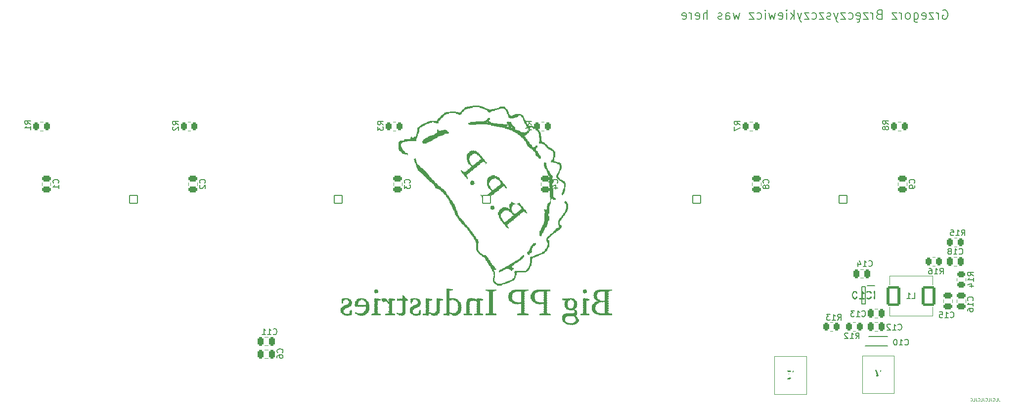
<source format=gbo>
%TF.GenerationSoftware,KiCad,Pcbnew,7.0.5-0*%
%TF.CreationDate,2023-12-20T20:01:57-05:00*%
%TF.ProjectId,nixie,6e697869-652e-46b6-9963-61645f706362,rev?*%
%TF.SameCoordinates,Original*%
%TF.FileFunction,Legend,Bot*%
%TF.FilePolarity,Positive*%
%FSLAX46Y46*%
G04 Gerber Fmt 4.6, Leading zero omitted, Abs format (unit mm)*
G04 Created by KiCad (PCBNEW 7.0.5-0) date 2023-12-20 20:01:57*
%MOMM*%
%LPD*%
G01*
G04 APERTURE LIST*
G04 Aperture macros list*
%AMRoundRect*
0 Rectangle with rounded corners*
0 $1 Rounding radius*
0 $2 $3 $4 $5 $6 $7 $8 $9 X,Y pos of 4 corners*
0 Add a 4 corners polygon primitive as box body*
4,1,4,$2,$3,$4,$5,$6,$7,$8,$9,$2,$3,0*
0 Add four circle primitives for the rounded corners*
1,1,$1+$1,$2,$3*
1,1,$1+$1,$4,$5*
1,1,$1+$1,$6,$7*
1,1,$1+$1,$8,$9*
0 Add four rect primitives between the rounded corners*
20,1,$1+$1,$2,$3,$4,$5,0*
20,1,$1+$1,$4,$5,$6,$7,0*
20,1,$1+$1,$6,$7,$8,$9,0*
20,1,$1+$1,$8,$9,$2,$3,0*%
G04 Aperture macros list end*
%ADD10C,0.134112*%
%ADD11C,0.100000*%
%ADD12C,0.150000*%
%ADD13C,0.254000*%
%ADD14C,0.120000*%
%ADD15C,0.200000*%
%ADD16C,0.800000*%
%ADD17C,7.000000*%
%ADD18R,1.700000X1.700000*%
%ADD19O,1.700000X1.700000*%
%ADD20RoundRect,0.101600X-0.700000X-0.700000X0.700000X-0.700000X0.700000X0.700000X-0.700000X0.700000X0*%
%ADD21C,1.603200*%
%ADD22O,1.803200X3.403200*%
%ADD23O,3.403200X1.803200*%
%ADD24R,3.000000X3.000000*%
%ADD25C,3.000000*%
%ADD26RoundRect,0.250000X0.250000X0.475000X-0.250000X0.475000X-0.250000X-0.475000X0.250000X-0.475000X0*%
%ADD27R,1.800000X1.150000*%
%ADD28C,1.551200*%
%ADD29RoundRect,0.250000X0.475000X-0.250000X0.475000X0.250000X-0.475000X0.250000X-0.475000X-0.250000X0*%
%ADD30C,1.950000*%
%ADD31R,1.250000X0.600000*%
%ADD32RoundRect,0.235000X-0.940000X-1.465000X0.940000X-1.465000X0.940000X1.465000X-0.940000X1.465000X0*%
%ADD33RoundRect,0.250000X0.262500X0.450000X-0.262500X0.450000X-0.262500X-0.450000X0.262500X-0.450000X0*%
%ADD34RoundRect,0.250000X0.450000X-0.262500X0.450000X0.262500X-0.450000X0.262500X-0.450000X-0.262500X0*%
%ADD35RoundRect,0.250000X-0.250000X-0.475000X0.250000X-0.475000X0.250000X0.475000X-0.250000X0.475000X0*%
%ADD36RoundRect,0.250000X-0.475000X0.250000X-0.475000X-0.250000X0.475000X-0.250000X0.475000X0.250000X0*%
%ADD37RoundRect,0.250000X-0.262500X-0.450000X0.262500X-0.450000X0.262500X0.450000X-0.262500X0.450000X0*%
G04 APERTURE END LIST*
D10*
X237336692Y-78635434D02*
X237483577Y-78561992D01*
X237483577Y-78561992D02*
X237703903Y-78561992D01*
X237703903Y-78561992D02*
X237924230Y-78635434D01*
X237924230Y-78635434D02*
X238071115Y-78782319D01*
X238071115Y-78782319D02*
X238144557Y-78929203D01*
X238144557Y-78929203D02*
X238217999Y-79222972D01*
X238217999Y-79222972D02*
X238217999Y-79443299D01*
X238217999Y-79443299D02*
X238144557Y-79737068D01*
X238144557Y-79737068D02*
X238071115Y-79883953D01*
X238071115Y-79883953D02*
X237924230Y-80030838D01*
X237924230Y-80030838D02*
X237703903Y-80104280D01*
X237703903Y-80104280D02*
X237557019Y-80104280D01*
X237557019Y-80104280D02*
X237336692Y-80030838D01*
X237336692Y-80030838D02*
X237263250Y-79957395D01*
X237263250Y-79957395D02*
X237263250Y-79443299D01*
X237263250Y-79443299D02*
X237557019Y-79443299D01*
X236602269Y-80104280D02*
X236602269Y-79076088D01*
X236602269Y-79369857D02*
X236528827Y-79222972D01*
X236528827Y-79222972D02*
X236455385Y-79149530D01*
X236455385Y-79149530D02*
X236308500Y-79076088D01*
X236308500Y-79076088D02*
X236161615Y-79076088D01*
X235794404Y-79076088D02*
X234986539Y-79076088D01*
X234986539Y-79076088D02*
X235794404Y-80104280D01*
X235794404Y-80104280D02*
X234986539Y-80104280D01*
X233811462Y-80030838D02*
X233958346Y-80104280D01*
X233958346Y-80104280D02*
X234252116Y-80104280D01*
X234252116Y-80104280D02*
X234399000Y-80030838D01*
X234399000Y-80030838D02*
X234472442Y-79883953D01*
X234472442Y-79883953D02*
X234472442Y-79296415D01*
X234472442Y-79296415D02*
X234399000Y-79149530D01*
X234399000Y-79149530D02*
X234252116Y-79076088D01*
X234252116Y-79076088D02*
X233958346Y-79076088D01*
X233958346Y-79076088D02*
X233811462Y-79149530D01*
X233811462Y-79149530D02*
X233738020Y-79296415D01*
X233738020Y-79296415D02*
X233738020Y-79443299D01*
X233738020Y-79443299D02*
X234472442Y-79590184D01*
X232416059Y-79076088D02*
X232416059Y-80324607D01*
X232416059Y-80324607D02*
X232489501Y-80471491D01*
X232489501Y-80471491D02*
X232562943Y-80544934D01*
X232562943Y-80544934D02*
X232709828Y-80618376D01*
X232709828Y-80618376D02*
X232930155Y-80618376D01*
X232930155Y-80618376D02*
X233077039Y-80544934D01*
X232416059Y-80030838D02*
X232562943Y-80104280D01*
X232562943Y-80104280D02*
X232856712Y-80104280D01*
X232856712Y-80104280D02*
X233003597Y-80030838D01*
X233003597Y-80030838D02*
X233077039Y-79957395D01*
X233077039Y-79957395D02*
X233150481Y-79810511D01*
X233150481Y-79810511D02*
X233150481Y-79369857D01*
X233150481Y-79369857D02*
X233077039Y-79222972D01*
X233077039Y-79222972D02*
X233003597Y-79149530D01*
X233003597Y-79149530D02*
X232856712Y-79076088D01*
X232856712Y-79076088D02*
X232562943Y-79076088D01*
X232562943Y-79076088D02*
X232416059Y-79149530D01*
X231461309Y-80104280D02*
X231608194Y-80030838D01*
X231608194Y-80030838D02*
X231681636Y-79957395D01*
X231681636Y-79957395D02*
X231755078Y-79810511D01*
X231755078Y-79810511D02*
X231755078Y-79369857D01*
X231755078Y-79369857D02*
X231681636Y-79222972D01*
X231681636Y-79222972D02*
X231608194Y-79149530D01*
X231608194Y-79149530D02*
X231461309Y-79076088D01*
X231461309Y-79076088D02*
X231240982Y-79076088D01*
X231240982Y-79076088D02*
X231094098Y-79149530D01*
X231094098Y-79149530D02*
X231020656Y-79222972D01*
X231020656Y-79222972D02*
X230947213Y-79369857D01*
X230947213Y-79369857D02*
X230947213Y-79810511D01*
X230947213Y-79810511D02*
X231020656Y-79957395D01*
X231020656Y-79957395D02*
X231094098Y-80030838D01*
X231094098Y-80030838D02*
X231240982Y-80104280D01*
X231240982Y-80104280D02*
X231461309Y-80104280D01*
X230286233Y-80104280D02*
X230286233Y-79076088D01*
X230286233Y-79369857D02*
X230212791Y-79222972D01*
X230212791Y-79222972D02*
X230139349Y-79149530D01*
X230139349Y-79149530D02*
X229992464Y-79076088D01*
X229992464Y-79076088D02*
X229845579Y-79076088D01*
X229478368Y-79076088D02*
X228670503Y-79076088D01*
X228670503Y-79076088D02*
X229478368Y-80104280D01*
X229478368Y-80104280D02*
X228670503Y-80104280D01*
X226393791Y-79296415D02*
X226173464Y-79369857D01*
X226173464Y-79369857D02*
X226100022Y-79443299D01*
X226100022Y-79443299D02*
X226026580Y-79590184D01*
X226026580Y-79590184D02*
X226026580Y-79810511D01*
X226026580Y-79810511D02*
X226100022Y-79957395D01*
X226100022Y-79957395D02*
X226173464Y-80030838D01*
X226173464Y-80030838D02*
X226320349Y-80104280D01*
X226320349Y-80104280D02*
X226907887Y-80104280D01*
X226907887Y-80104280D02*
X226907887Y-78561992D01*
X226907887Y-78561992D02*
X226393791Y-78561992D01*
X226393791Y-78561992D02*
X226246907Y-78635434D01*
X226246907Y-78635434D02*
X226173464Y-78708876D01*
X226173464Y-78708876D02*
X226100022Y-78855761D01*
X226100022Y-78855761D02*
X226100022Y-79002646D01*
X226100022Y-79002646D02*
X226173464Y-79149530D01*
X226173464Y-79149530D02*
X226246907Y-79222972D01*
X226246907Y-79222972D02*
X226393791Y-79296415D01*
X226393791Y-79296415D02*
X226907887Y-79296415D01*
X225365599Y-80104280D02*
X225365599Y-79076088D01*
X225365599Y-79369857D02*
X225292157Y-79222972D01*
X225292157Y-79222972D02*
X225218715Y-79149530D01*
X225218715Y-79149530D02*
X225071830Y-79076088D01*
X225071830Y-79076088D02*
X224924945Y-79076088D01*
X224557734Y-79076088D02*
X223749869Y-79076088D01*
X223749869Y-79076088D02*
X224557734Y-80104280D01*
X224557734Y-80104280D02*
X223749869Y-80104280D01*
X222574792Y-80030838D02*
X222721676Y-80104280D01*
X222721676Y-80104280D02*
X223015446Y-80104280D01*
X223015446Y-80104280D02*
X223162330Y-80030838D01*
X223162330Y-80030838D02*
X223235772Y-79883953D01*
X223235772Y-79883953D02*
X223235772Y-79296415D01*
X223235772Y-79296415D02*
X223162330Y-79149530D01*
X223162330Y-79149530D02*
X223015446Y-79076088D01*
X223015446Y-79076088D02*
X222721676Y-79076088D01*
X222721676Y-79076088D02*
X222574792Y-79149530D01*
X222574792Y-79149530D02*
X222501350Y-79296415D01*
X222501350Y-79296415D02*
X222501350Y-79443299D01*
X222501350Y-79443299D02*
X223235772Y-79590184D01*
X222868561Y-80104280D02*
X223015446Y-80251164D01*
X223015446Y-80251164D02*
X223088888Y-80398049D01*
X223088888Y-80398049D02*
X223015446Y-80544934D01*
X223015446Y-80544934D02*
X222868561Y-80618376D01*
X222868561Y-80618376D02*
X222721676Y-80618376D01*
X221179389Y-80030838D02*
X221326273Y-80104280D01*
X221326273Y-80104280D02*
X221620042Y-80104280D01*
X221620042Y-80104280D02*
X221766927Y-80030838D01*
X221766927Y-80030838D02*
X221840369Y-79957395D01*
X221840369Y-79957395D02*
X221913811Y-79810511D01*
X221913811Y-79810511D02*
X221913811Y-79369857D01*
X221913811Y-79369857D02*
X221840369Y-79222972D01*
X221840369Y-79222972D02*
X221766927Y-79149530D01*
X221766927Y-79149530D02*
X221620042Y-79076088D01*
X221620042Y-79076088D02*
X221326273Y-79076088D01*
X221326273Y-79076088D02*
X221179389Y-79149530D01*
X220665293Y-79076088D02*
X219857428Y-79076088D01*
X219857428Y-79076088D02*
X220665293Y-80104280D01*
X220665293Y-80104280D02*
X219857428Y-80104280D01*
X219416774Y-79076088D02*
X219049562Y-80104280D01*
X218682351Y-79076088D02*
X219049562Y-80104280D01*
X219049562Y-80104280D02*
X219196447Y-80471491D01*
X219196447Y-80471491D02*
X219269889Y-80544934D01*
X219269889Y-80544934D02*
X219416774Y-80618376D01*
X218168254Y-80030838D02*
X218021370Y-80104280D01*
X218021370Y-80104280D02*
X217727601Y-80104280D01*
X217727601Y-80104280D02*
X217580716Y-80030838D01*
X217580716Y-80030838D02*
X217507274Y-79883953D01*
X217507274Y-79883953D02*
X217507274Y-79810511D01*
X217507274Y-79810511D02*
X217580716Y-79663626D01*
X217580716Y-79663626D02*
X217727601Y-79590184D01*
X217727601Y-79590184D02*
X217947928Y-79590184D01*
X217947928Y-79590184D02*
X218094812Y-79516742D01*
X218094812Y-79516742D02*
X218168254Y-79369857D01*
X218168254Y-79369857D02*
X218168254Y-79296415D01*
X218168254Y-79296415D02*
X218094812Y-79149530D01*
X218094812Y-79149530D02*
X217947928Y-79076088D01*
X217947928Y-79076088D02*
X217727601Y-79076088D01*
X217727601Y-79076088D02*
X217580716Y-79149530D01*
X216993178Y-79076088D02*
X216185313Y-79076088D01*
X216185313Y-79076088D02*
X216993178Y-80104280D01*
X216993178Y-80104280D02*
X216185313Y-80104280D01*
X214936794Y-80030838D02*
X215083678Y-80104280D01*
X215083678Y-80104280D02*
X215377447Y-80104280D01*
X215377447Y-80104280D02*
X215524332Y-80030838D01*
X215524332Y-80030838D02*
X215597774Y-79957395D01*
X215597774Y-79957395D02*
X215671216Y-79810511D01*
X215671216Y-79810511D02*
X215671216Y-79369857D01*
X215671216Y-79369857D02*
X215597774Y-79222972D01*
X215597774Y-79222972D02*
X215524332Y-79149530D01*
X215524332Y-79149530D02*
X215377447Y-79076088D01*
X215377447Y-79076088D02*
X215083678Y-79076088D01*
X215083678Y-79076088D02*
X214936794Y-79149530D01*
X214422698Y-79076088D02*
X213614833Y-79076088D01*
X213614833Y-79076088D02*
X214422698Y-80104280D01*
X214422698Y-80104280D02*
X213614833Y-80104280D01*
X213174179Y-79076088D02*
X212806967Y-80104280D01*
X212439756Y-79076088D02*
X212806967Y-80104280D01*
X212806967Y-80104280D02*
X212953852Y-80471491D01*
X212953852Y-80471491D02*
X213027294Y-80544934D01*
X213027294Y-80544934D02*
X213174179Y-80618376D01*
X211852217Y-80104280D02*
X211852217Y-78561992D01*
X211705333Y-79516742D02*
X211264679Y-80104280D01*
X211264679Y-79076088D02*
X211852217Y-79663626D01*
X210603698Y-80104280D02*
X210603698Y-79076088D01*
X210603698Y-78561992D02*
X210677140Y-78635434D01*
X210677140Y-78635434D02*
X210603698Y-78708876D01*
X210603698Y-78708876D02*
X210530256Y-78635434D01*
X210530256Y-78635434D02*
X210603698Y-78561992D01*
X210603698Y-78561992D02*
X210603698Y-78708876D01*
X209281737Y-80030838D02*
X209428621Y-80104280D01*
X209428621Y-80104280D02*
X209722391Y-80104280D01*
X209722391Y-80104280D02*
X209869275Y-80030838D01*
X209869275Y-80030838D02*
X209942717Y-79883953D01*
X209942717Y-79883953D02*
X209942717Y-79296415D01*
X209942717Y-79296415D02*
X209869275Y-79149530D01*
X209869275Y-79149530D02*
X209722391Y-79076088D01*
X209722391Y-79076088D02*
X209428621Y-79076088D01*
X209428621Y-79076088D02*
X209281737Y-79149530D01*
X209281737Y-79149530D02*
X209208295Y-79296415D01*
X209208295Y-79296415D02*
X209208295Y-79443299D01*
X209208295Y-79443299D02*
X209942717Y-79590184D01*
X208694199Y-79076088D02*
X208400430Y-80104280D01*
X208400430Y-80104280D02*
X208106660Y-79369857D01*
X208106660Y-79369857D02*
X207812891Y-80104280D01*
X207812891Y-80104280D02*
X207519122Y-79076088D01*
X206931584Y-80104280D02*
X206931584Y-79076088D01*
X206931584Y-78561992D02*
X207005026Y-78635434D01*
X207005026Y-78635434D02*
X206931584Y-78708876D01*
X206931584Y-78708876D02*
X206858142Y-78635434D01*
X206858142Y-78635434D02*
X206931584Y-78561992D01*
X206931584Y-78561992D02*
X206931584Y-78708876D01*
X205536181Y-80030838D02*
X205683065Y-80104280D01*
X205683065Y-80104280D02*
X205976834Y-80104280D01*
X205976834Y-80104280D02*
X206123719Y-80030838D01*
X206123719Y-80030838D02*
X206197161Y-79957395D01*
X206197161Y-79957395D02*
X206270603Y-79810511D01*
X206270603Y-79810511D02*
X206270603Y-79369857D01*
X206270603Y-79369857D02*
X206197161Y-79222972D01*
X206197161Y-79222972D02*
X206123719Y-79149530D01*
X206123719Y-79149530D02*
X205976834Y-79076088D01*
X205976834Y-79076088D02*
X205683065Y-79076088D01*
X205683065Y-79076088D02*
X205536181Y-79149530D01*
X205022085Y-79076088D02*
X204214220Y-79076088D01*
X204214220Y-79076088D02*
X205022085Y-80104280D01*
X205022085Y-80104280D02*
X204214220Y-80104280D01*
X202598489Y-79076088D02*
X202304720Y-80104280D01*
X202304720Y-80104280D02*
X202010950Y-79369857D01*
X202010950Y-79369857D02*
X201717181Y-80104280D01*
X201717181Y-80104280D02*
X201423412Y-79076088D01*
X200174894Y-80104280D02*
X200174894Y-79296415D01*
X200174894Y-79296415D02*
X200248336Y-79149530D01*
X200248336Y-79149530D02*
X200395220Y-79076088D01*
X200395220Y-79076088D02*
X200688990Y-79076088D01*
X200688990Y-79076088D02*
X200835874Y-79149530D01*
X200174894Y-80030838D02*
X200321778Y-80104280D01*
X200321778Y-80104280D02*
X200688990Y-80104280D01*
X200688990Y-80104280D02*
X200835874Y-80030838D01*
X200835874Y-80030838D02*
X200909316Y-79883953D01*
X200909316Y-79883953D02*
X200909316Y-79737068D01*
X200909316Y-79737068D02*
X200835874Y-79590184D01*
X200835874Y-79590184D02*
X200688990Y-79516742D01*
X200688990Y-79516742D02*
X200321778Y-79516742D01*
X200321778Y-79516742D02*
X200174894Y-79443299D01*
X199513913Y-80030838D02*
X199367029Y-80104280D01*
X199367029Y-80104280D02*
X199073260Y-80104280D01*
X199073260Y-80104280D02*
X198926375Y-80030838D01*
X198926375Y-80030838D02*
X198852933Y-79883953D01*
X198852933Y-79883953D02*
X198852933Y-79810511D01*
X198852933Y-79810511D02*
X198926375Y-79663626D01*
X198926375Y-79663626D02*
X199073260Y-79590184D01*
X199073260Y-79590184D02*
X199293587Y-79590184D01*
X199293587Y-79590184D02*
X199440471Y-79516742D01*
X199440471Y-79516742D02*
X199513913Y-79369857D01*
X199513913Y-79369857D02*
X199513913Y-79296415D01*
X199513913Y-79296415D02*
X199440471Y-79149530D01*
X199440471Y-79149530D02*
X199293587Y-79076088D01*
X199293587Y-79076088D02*
X199073260Y-79076088D01*
X199073260Y-79076088D02*
X198926375Y-79149530D01*
X197016875Y-80104280D02*
X197016875Y-78561992D01*
X196355895Y-80104280D02*
X196355895Y-79296415D01*
X196355895Y-79296415D02*
X196429337Y-79149530D01*
X196429337Y-79149530D02*
X196576221Y-79076088D01*
X196576221Y-79076088D02*
X196796548Y-79076088D01*
X196796548Y-79076088D02*
X196943433Y-79149530D01*
X196943433Y-79149530D02*
X197016875Y-79222972D01*
X195033934Y-80030838D02*
X195180818Y-80104280D01*
X195180818Y-80104280D02*
X195474588Y-80104280D01*
X195474588Y-80104280D02*
X195621472Y-80030838D01*
X195621472Y-80030838D02*
X195694914Y-79883953D01*
X195694914Y-79883953D02*
X195694914Y-79296415D01*
X195694914Y-79296415D02*
X195621472Y-79149530D01*
X195621472Y-79149530D02*
X195474588Y-79076088D01*
X195474588Y-79076088D02*
X195180818Y-79076088D01*
X195180818Y-79076088D02*
X195033934Y-79149530D01*
X195033934Y-79149530D02*
X194960492Y-79296415D01*
X194960492Y-79296415D02*
X194960492Y-79443299D01*
X194960492Y-79443299D02*
X195694914Y-79590184D01*
X194299511Y-80104280D02*
X194299511Y-79076088D01*
X194299511Y-79369857D02*
X194226069Y-79222972D01*
X194226069Y-79222972D02*
X194152627Y-79149530D01*
X194152627Y-79149530D02*
X194005742Y-79076088D01*
X194005742Y-79076088D02*
X193858857Y-79076088D01*
X192757223Y-80030838D02*
X192904107Y-80104280D01*
X192904107Y-80104280D02*
X193197877Y-80104280D01*
X193197877Y-80104280D02*
X193344761Y-80030838D01*
X193344761Y-80030838D02*
X193418203Y-79883953D01*
X193418203Y-79883953D02*
X193418203Y-79296415D01*
X193418203Y-79296415D02*
X193344761Y-79149530D01*
X193344761Y-79149530D02*
X193197877Y-79076088D01*
X193197877Y-79076088D02*
X192904107Y-79076088D01*
X192904107Y-79076088D02*
X192757223Y-79149530D01*
X192757223Y-79149530D02*
X192683781Y-79296415D01*
X192683781Y-79296415D02*
X192683781Y-79443299D01*
X192683781Y-79443299D02*
X193418203Y-79590184D01*
D11*
X246872306Y-145133609D02*
X246872306Y-145490752D01*
X246872306Y-145490752D02*
X246896115Y-145562180D01*
X246896115Y-145562180D02*
X246943734Y-145609800D01*
X246943734Y-145609800D02*
X247015163Y-145633609D01*
X247015163Y-145633609D02*
X247062782Y-145633609D01*
X246396116Y-145633609D02*
X246634211Y-145633609D01*
X246634211Y-145633609D02*
X246634211Y-145133609D01*
X245943735Y-145585990D02*
X245967544Y-145609800D01*
X245967544Y-145609800D02*
X246038973Y-145633609D01*
X246038973Y-145633609D02*
X246086592Y-145633609D01*
X246086592Y-145633609D02*
X246158020Y-145609800D01*
X246158020Y-145609800D02*
X246205639Y-145562180D01*
X246205639Y-145562180D02*
X246229449Y-145514561D01*
X246229449Y-145514561D02*
X246253258Y-145419323D01*
X246253258Y-145419323D02*
X246253258Y-145347895D01*
X246253258Y-145347895D02*
X246229449Y-145252657D01*
X246229449Y-145252657D02*
X246205639Y-145205038D01*
X246205639Y-145205038D02*
X246158020Y-145157419D01*
X246158020Y-145157419D02*
X246086592Y-145133609D01*
X246086592Y-145133609D02*
X246038973Y-145133609D01*
X246038973Y-145133609D02*
X245967544Y-145157419D01*
X245967544Y-145157419D02*
X245943735Y-145181228D01*
X245586592Y-145133609D02*
X245586592Y-145490752D01*
X245586592Y-145490752D02*
X245610401Y-145562180D01*
X245610401Y-145562180D02*
X245658020Y-145609800D01*
X245658020Y-145609800D02*
X245729449Y-145633609D01*
X245729449Y-145633609D02*
X245777068Y-145633609D01*
X245110402Y-145633609D02*
X245348497Y-145633609D01*
X245348497Y-145633609D02*
X245348497Y-145133609D01*
X244658021Y-145585990D02*
X244681830Y-145609800D01*
X244681830Y-145609800D02*
X244753259Y-145633609D01*
X244753259Y-145633609D02*
X244800878Y-145633609D01*
X244800878Y-145633609D02*
X244872306Y-145609800D01*
X244872306Y-145609800D02*
X244919925Y-145562180D01*
X244919925Y-145562180D02*
X244943735Y-145514561D01*
X244943735Y-145514561D02*
X244967544Y-145419323D01*
X244967544Y-145419323D02*
X244967544Y-145347895D01*
X244967544Y-145347895D02*
X244943735Y-145252657D01*
X244943735Y-145252657D02*
X244919925Y-145205038D01*
X244919925Y-145205038D02*
X244872306Y-145157419D01*
X244872306Y-145157419D02*
X244800878Y-145133609D01*
X244800878Y-145133609D02*
X244753259Y-145133609D01*
X244753259Y-145133609D02*
X244681830Y-145157419D01*
X244681830Y-145157419D02*
X244658021Y-145181228D01*
X244300878Y-145133609D02*
X244300878Y-145490752D01*
X244300878Y-145490752D02*
X244324687Y-145562180D01*
X244324687Y-145562180D02*
X244372306Y-145609800D01*
X244372306Y-145609800D02*
X244443735Y-145633609D01*
X244443735Y-145633609D02*
X244491354Y-145633609D01*
X243824688Y-145633609D02*
X244062783Y-145633609D01*
X244062783Y-145633609D02*
X244062783Y-145133609D01*
X243372307Y-145585990D02*
X243396116Y-145609800D01*
X243396116Y-145609800D02*
X243467545Y-145633609D01*
X243467545Y-145633609D02*
X243515164Y-145633609D01*
X243515164Y-145633609D02*
X243586592Y-145609800D01*
X243586592Y-145609800D02*
X243634211Y-145562180D01*
X243634211Y-145562180D02*
X243658021Y-145514561D01*
X243658021Y-145514561D02*
X243681830Y-145419323D01*
X243681830Y-145419323D02*
X243681830Y-145347895D01*
X243681830Y-145347895D02*
X243658021Y-145252657D01*
X243658021Y-145252657D02*
X243634211Y-145205038D01*
X243634211Y-145205038D02*
X243586592Y-145157419D01*
X243586592Y-145157419D02*
X243515164Y-145133609D01*
X243515164Y-145133609D02*
X243467545Y-145133609D01*
X243467545Y-145133609D02*
X243396116Y-145157419D01*
X243396116Y-145157419D02*
X243372307Y-145181228D01*
X243015164Y-145133609D02*
X243015164Y-145490752D01*
X243015164Y-145490752D02*
X243038973Y-145562180D01*
X243038973Y-145562180D02*
X243086592Y-145609800D01*
X243086592Y-145609800D02*
X243158021Y-145633609D01*
X243158021Y-145633609D02*
X243205640Y-145633609D01*
X242538974Y-145633609D02*
X242777069Y-145633609D01*
X242777069Y-145633609D02*
X242777069Y-145133609D01*
X242086593Y-145585990D02*
X242110402Y-145609800D01*
X242110402Y-145609800D02*
X242181831Y-145633609D01*
X242181831Y-145633609D02*
X242229450Y-145633609D01*
X242229450Y-145633609D02*
X242300878Y-145609800D01*
X242300878Y-145609800D02*
X242348497Y-145562180D01*
X242348497Y-145562180D02*
X242372307Y-145514561D01*
X242372307Y-145514561D02*
X242396116Y-145419323D01*
X242396116Y-145419323D02*
X242396116Y-145347895D01*
X242396116Y-145347895D02*
X242372307Y-145252657D01*
X242372307Y-145252657D02*
X242348497Y-145205038D01*
X242348497Y-145205038D02*
X242300878Y-145157419D01*
X242300878Y-145157419D02*
X242229450Y-145133609D01*
X242229450Y-145133609D02*
X242181831Y-145133609D01*
X242181831Y-145133609D02*
X242110402Y-145157419D01*
X242110402Y-145157419D02*
X242086593Y-145181228D01*
D12*
%TO.C,C6*%
X124259580Y-137333333D02*
X124307200Y-137285714D01*
X124307200Y-137285714D02*
X124354819Y-137142857D01*
X124354819Y-137142857D02*
X124354819Y-137047619D01*
X124354819Y-137047619D02*
X124307200Y-136904762D01*
X124307200Y-136904762D02*
X124211961Y-136809524D01*
X124211961Y-136809524D02*
X124116723Y-136761905D01*
X124116723Y-136761905D02*
X123926247Y-136714286D01*
X123926247Y-136714286D02*
X123783390Y-136714286D01*
X123783390Y-136714286D02*
X123592914Y-136761905D01*
X123592914Y-136761905D02*
X123497676Y-136809524D01*
X123497676Y-136809524D02*
X123402438Y-136904762D01*
X123402438Y-136904762D02*
X123354819Y-137047619D01*
X123354819Y-137047619D02*
X123354819Y-137142857D01*
X123354819Y-137142857D02*
X123402438Y-137285714D01*
X123402438Y-137285714D02*
X123450057Y-137333333D01*
X123354819Y-138190476D02*
X123354819Y-138000000D01*
X123354819Y-138000000D02*
X123402438Y-137904762D01*
X123402438Y-137904762D02*
X123450057Y-137857143D01*
X123450057Y-137857143D02*
X123592914Y-137761905D01*
X123592914Y-137761905D02*
X123783390Y-137714286D01*
X123783390Y-137714286D02*
X124164342Y-137714286D01*
X124164342Y-137714286D02*
X124259580Y-137761905D01*
X124259580Y-137761905D02*
X124307200Y-137809524D01*
X124307200Y-137809524D02*
X124354819Y-137904762D01*
X124354819Y-137904762D02*
X124354819Y-138095238D01*
X124354819Y-138095238D02*
X124307200Y-138190476D01*
X124307200Y-138190476D02*
X124259580Y-138238095D01*
X124259580Y-138238095D02*
X124164342Y-138285714D01*
X124164342Y-138285714D02*
X123926247Y-138285714D01*
X123926247Y-138285714D02*
X123831009Y-138238095D01*
X123831009Y-138238095D02*
X123783390Y-138190476D01*
X123783390Y-138190476D02*
X123735771Y-138095238D01*
X123735771Y-138095238D02*
X123735771Y-137904762D01*
X123735771Y-137904762D02*
X123783390Y-137809524D01*
X123783390Y-137809524D02*
X123831009Y-137761905D01*
X123831009Y-137761905D02*
X123926247Y-137714286D01*
%TO.C,C18*%
X240142857Y-120379580D02*
X240190476Y-120427200D01*
X240190476Y-120427200D02*
X240333333Y-120474819D01*
X240333333Y-120474819D02*
X240428571Y-120474819D01*
X240428571Y-120474819D02*
X240571428Y-120427200D01*
X240571428Y-120427200D02*
X240666666Y-120331961D01*
X240666666Y-120331961D02*
X240714285Y-120236723D01*
X240714285Y-120236723D02*
X240761904Y-120046247D01*
X240761904Y-120046247D02*
X240761904Y-119903390D01*
X240761904Y-119903390D02*
X240714285Y-119712914D01*
X240714285Y-119712914D02*
X240666666Y-119617676D01*
X240666666Y-119617676D02*
X240571428Y-119522438D01*
X240571428Y-119522438D02*
X240428571Y-119474819D01*
X240428571Y-119474819D02*
X240333333Y-119474819D01*
X240333333Y-119474819D02*
X240190476Y-119522438D01*
X240190476Y-119522438D02*
X240142857Y-119570057D01*
X239190476Y-120474819D02*
X239761904Y-120474819D01*
X239476190Y-120474819D02*
X239476190Y-119474819D01*
X239476190Y-119474819D02*
X239571428Y-119617676D01*
X239571428Y-119617676D02*
X239666666Y-119712914D01*
X239666666Y-119712914D02*
X239761904Y-119760533D01*
X238619047Y-119903390D02*
X238714285Y-119855771D01*
X238714285Y-119855771D02*
X238761904Y-119808152D01*
X238761904Y-119808152D02*
X238809523Y-119712914D01*
X238809523Y-119712914D02*
X238809523Y-119665295D01*
X238809523Y-119665295D02*
X238761904Y-119570057D01*
X238761904Y-119570057D02*
X238714285Y-119522438D01*
X238714285Y-119522438D02*
X238619047Y-119474819D01*
X238619047Y-119474819D02*
X238428571Y-119474819D01*
X238428571Y-119474819D02*
X238333333Y-119522438D01*
X238333333Y-119522438D02*
X238285714Y-119570057D01*
X238285714Y-119570057D02*
X238238095Y-119665295D01*
X238238095Y-119665295D02*
X238238095Y-119712914D01*
X238238095Y-119712914D02*
X238285714Y-119808152D01*
X238285714Y-119808152D02*
X238333333Y-119855771D01*
X238333333Y-119855771D02*
X238428571Y-119903390D01*
X238428571Y-119903390D02*
X238619047Y-119903390D01*
X238619047Y-119903390D02*
X238714285Y-119951009D01*
X238714285Y-119951009D02*
X238761904Y-119998628D01*
X238761904Y-119998628D02*
X238809523Y-120093866D01*
X238809523Y-120093866D02*
X238809523Y-120284342D01*
X238809523Y-120284342D02*
X238761904Y-120379580D01*
X238761904Y-120379580D02*
X238714285Y-120427200D01*
X238714285Y-120427200D02*
X238619047Y-120474819D01*
X238619047Y-120474819D02*
X238428571Y-120474819D01*
X238428571Y-120474819D02*
X238333333Y-120427200D01*
X238333333Y-120427200D02*
X238285714Y-120379580D01*
X238285714Y-120379580D02*
X238238095Y-120284342D01*
X238238095Y-120284342D02*
X238238095Y-120093866D01*
X238238095Y-120093866D02*
X238285714Y-119998628D01*
X238285714Y-119998628D02*
X238333333Y-119951009D01*
X238333333Y-119951009D02*
X238428571Y-119903390D01*
%TO.C,C10*%
X230842857Y-135959580D02*
X230890476Y-136007200D01*
X230890476Y-136007200D02*
X231033333Y-136054819D01*
X231033333Y-136054819D02*
X231128571Y-136054819D01*
X231128571Y-136054819D02*
X231271428Y-136007200D01*
X231271428Y-136007200D02*
X231366666Y-135911961D01*
X231366666Y-135911961D02*
X231414285Y-135816723D01*
X231414285Y-135816723D02*
X231461904Y-135626247D01*
X231461904Y-135626247D02*
X231461904Y-135483390D01*
X231461904Y-135483390D02*
X231414285Y-135292914D01*
X231414285Y-135292914D02*
X231366666Y-135197676D01*
X231366666Y-135197676D02*
X231271428Y-135102438D01*
X231271428Y-135102438D02*
X231128571Y-135054819D01*
X231128571Y-135054819D02*
X231033333Y-135054819D01*
X231033333Y-135054819D02*
X230890476Y-135102438D01*
X230890476Y-135102438D02*
X230842857Y-135150057D01*
X229890476Y-136054819D02*
X230461904Y-136054819D01*
X230176190Y-136054819D02*
X230176190Y-135054819D01*
X230176190Y-135054819D02*
X230271428Y-135197676D01*
X230271428Y-135197676D02*
X230366666Y-135292914D01*
X230366666Y-135292914D02*
X230461904Y-135340533D01*
X229271428Y-135054819D02*
X229176190Y-135054819D01*
X229176190Y-135054819D02*
X229080952Y-135102438D01*
X229080952Y-135102438D02*
X229033333Y-135150057D01*
X229033333Y-135150057D02*
X228985714Y-135245295D01*
X228985714Y-135245295D02*
X228938095Y-135435771D01*
X228938095Y-135435771D02*
X228938095Y-135673866D01*
X228938095Y-135673866D02*
X228985714Y-135864342D01*
X228985714Y-135864342D02*
X229033333Y-135959580D01*
X229033333Y-135959580D02*
X229080952Y-136007200D01*
X229080952Y-136007200D02*
X229176190Y-136054819D01*
X229176190Y-136054819D02*
X229271428Y-136054819D01*
X229271428Y-136054819D02*
X229366666Y-136007200D01*
X229366666Y-136007200D02*
X229414285Y-135959580D01*
X229414285Y-135959580D02*
X229461904Y-135864342D01*
X229461904Y-135864342D02*
X229509523Y-135673866D01*
X229509523Y-135673866D02*
X229509523Y-135435771D01*
X229509523Y-135435771D02*
X229461904Y-135245295D01*
X229461904Y-135245295D02*
X229414285Y-135150057D01*
X229414285Y-135150057D02*
X229366666Y-135102438D01*
X229366666Y-135102438D02*
X229271428Y-135054819D01*
%TO.C,C1*%
X85882180Y-108233333D02*
X85929800Y-108185714D01*
X85929800Y-108185714D02*
X85977419Y-108042857D01*
X85977419Y-108042857D02*
X85977419Y-107947619D01*
X85977419Y-107947619D02*
X85929800Y-107804762D01*
X85929800Y-107804762D02*
X85834561Y-107709524D01*
X85834561Y-107709524D02*
X85739323Y-107661905D01*
X85739323Y-107661905D02*
X85548847Y-107614286D01*
X85548847Y-107614286D02*
X85405990Y-107614286D01*
X85405990Y-107614286D02*
X85215514Y-107661905D01*
X85215514Y-107661905D02*
X85120276Y-107709524D01*
X85120276Y-107709524D02*
X85025038Y-107804762D01*
X85025038Y-107804762D02*
X84977419Y-107947619D01*
X84977419Y-107947619D02*
X84977419Y-108042857D01*
X84977419Y-108042857D02*
X85025038Y-108185714D01*
X85025038Y-108185714D02*
X85072657Y-108233333D01*
X85977419Y-109185714D02*
X85977419Y-108614286D01*
X85977419Y-108900000D02*
X84977419Y-108900000D01*
X84977419Y-108900000D02*
X85120276Y-108804762D01*
X85120276Y-108804762D02*
X85215514Y-108709524D01*
X85215514Y-108709524D02*
X85263133Y-108614286D01*
%TO.C,C4*%
X171339580Y-108233333D02*
X171387200Y-108185714D01*
X171387200Y-108185714D02*
X171434819Y-108042857D01*
X171434819Y-108042857D02*
X171434819Y-107947619D01*
X171434819Y-107947619D02*
X171387200Y-107804762D01*
X171387200Y-107804762D02*
X171291961Y-107709524D01*
X171291961Y-107709524D02*
X171196723Y-107661905D01*
X171196723Y-107661905D02*
X171006247Y-107614286D01*
X171006247Y-107614286D02*
X170863390Y-107614286D01*
X170863390Y-107614286D02*
X170672914Y-107661905D01*
X170672914Y-107661905D02*
X170577676Y-107709524D01*
X170577676Y-107709524D02*
X170482438Y-107804762D01*
X170482438Y-107804762D02*
X170434819Y-107947619D01*
X170434819Y-107947619D02*
X170434819Y-108042857D01*
X170434819Y-108042857D02*
X170482438Y-108185714D01*
X170482438Y-108185714D02*
X170530057Y-108233333D01*
X170768152Y-109090476D02*
X171434819Y-109090476D01*
X170387200Y-108852381D02*
X171101485Y-108614286D01*
X171101485Y-108614286D02*
X171101485Y-109233333D01*
%TO.C,C9*%
X232473580Y-108233333D02*
X232521200Y-108185714D01*
X232521200Y-108185714D02*
X232568819Y-108042857D01*
X232568819Y-108042857D02*
X232568819Y-107947619D01*
X232568819Y-107947619D02*
X232521200Y-107804762D01*
X232521200Y-107804762D02*
X232425961Y-107709524D01*
X232425961Y-107709524D02*
X232330723Y-107661905D01*
X232330723Y-107661905D02*
X232140247Y-107614286D01*
X232140247Y-107614286D02*
X231997390Y-107614286D01*
X231997390Y-107614286D02*
X231806914Y-107661905D01*
X231806914Y-107661905D02*
X231711676Y-107709524D01*
X231711676Y-107709524D02*
X231616438Y-107804762D01*
X231616438Y-107804762D02*
X231568819Y-107947619D01*
X231568819Y-107947619D02*
X231568819Y-108042857D01*
X231568819Y-108042857D02*
X231616438Y-108185714D01*
X231616438Y-108185714D02*
X231664057Y-108233333D01*
X232568819Y-108709524D02*
X232568819Y-108900000D01*
X232568819Y-108900000D02*
X232521200Y-108995238D01*
X232521200Y-108995238D02*
X232473580Y-109042857D01*
X232473580Y-109042857D02*
X232330723Y-109138095D01*
X232330723Y-109138095D02*
X232140247Y-109185714D01*
X232140247Y-109185714D02*
X231759295Y-109185714D01*
X231759295Y-109185714D02*
X231664057Y-109138095D01*
X231664057Y-109138095D02*
X231616438Y-109090476D01*
X231616438Y-109090476D02*
X231568819Y-108995238D01*
X231568819Y-108995238D02*
X231568819Y-108804762D01*
X231568819Y-108804762D02*
X231616438Y-108709524D01*
X231616438Y-108709524D02*
X231664057Y-108661905D01*
X231664057Y-108661905D02*
X231759295Y-108614286D01*
X231759295Y-108614286D02*
X231997390Y-108614286D01*
X231997390Y-108614286D02*
X232092628Y-108661905D01*
X232092628Y-108661905D02*
X232140247Y-108709524D01*
X232140247Y-108709524D02*
X232187866Y-108804762D01*
X232187866Y-108804762D02*
X232187866Y-108995238D01*
X232187866Y-108995238D02*
X232140247Y-109090476D01*
X232140247Y-109090476D02*
X232092628Y-109138095D01*
X232092628Y-109138095D02*
X231997390Y-109185714D01*
D13*
%TO.C,J4*%
X226693332Y-140404318D02*
X226693332Y-141311461D01*
X226693332Y-141311461D02*
X226753809Y-141492889D01*
X226753809Y-141492889D02*
X226874761Y-141613842D01*
X226874761Y-141613842D02*
X227056190Y-141674318D01*
X227056190Y-141674318D02*
X227177142Y-141674318D01*
X225544285Y-140827651D02*
X225544285Y-141674318D01*
X225846666Y-140343842D02*
X226149047Y-141250984D01*
X226149047Y-141250984D02*
X225362856Y-141250984D01*
D12*
%TO.C,C2*%
X110973580Y-108233333D02*
X111021200Y-108185714D01*
X111021200Y-108185714D02*
X111068819Y-108042857D01*
X111068819Y-108042857D02*
X111068819Y-107947619D01*
X111068819Y-107947619D02*
X111021200Y-107804762D01*
X111021200Y-107804762D02*
X110925961Y-107709524D01*
X110925961Y-107709524D02*
X110830723Y-107661905D01*
X110830723Y-107661905D02*
X110640247Y-107614286D01*
X110640247Y-107614286D02*
X110497390Y-107614286D01*
X110497390Y-107614286D02*
X110306914Y-107661905D01*
X110306914Y-107661905D02*
X110211676Y-107709524D01*
X110211676Y-107709524D02*
X110116438Y-107804762D01*
X110116438Y-107804762D02*
X110068819Y-107947619D01*
X110068819Y-107947619D02*
X110068819Y-108042857D01*
X110068819Y-108042857D02*
X110116438Y-108185714D01*
X110116438Y-108185714D02*
X110164057Y-108233333D01*
X110164057Y-108614286D02*
X110116438Y-108661905D01*
X110116438Y-108661905D02*
X110068819Y-108757143D01*
X110068819Y-108757143D02*
X110068819Y-108995238D01*
X110068819Y-108995238D02*
X110116438Y-109090476D01*
X110116438Y-109090476D02*
X110164057Y-109138095D01*
X110164057Y-109138095D02*
X110259295Y-109185714D01*
X110259295Y-109185714D02*
X110354533Y-109185714D01*
X110354533Y-109185714D02*
X110497390Y-109138095D01*
X110497390Y-109138095D02*
X111068819Y-108566667D01*
X111068819Y-108566667D02*
X111068819Y-109185714D01*
D13*
%TO.C,IC10*%
X225632024Y-128074318D02*
X225632024Y-126804318D01*
X224301547Y-127953365D02*
X224362023Y-128013842D01*
X224362023Y-128013842D02*
X224543452Y-128074318D01*
X224543452Y-128074318D02*
X224664404Y-128074318D01*
X224664404Y-128074318D02*
X224845833Y-128013842D01*
X224845833Y-128013842D02*
X224966785Y-127892889D01*
X224966785Y-127892889D02*
X225027262Y-127771937D01*
X225027262Y-127771937D02*
X225087738Y-127530032D01*
X225087738Y-127530032D02*
X225087738Y-127348603D01*
X225087738Y-127348603D02*
X225027262Y-127106699D01*
X225027262Y-127106699D02*
X224966785Y-126985746D01*
X224966785Y-126985746D02*
X224845833Y-126864794D01*
X224845833Y-126864794D02*
X224664404Y-126804318D01*
X224664404Y-126804318D02*
X224543452Y-126804318D01*
X224543452Y-126804318D02*
X224362023Y-126864794D01*
X224362023Y-126864794D02*
X224301547Y-126925270D01*
X223092023Y-128074318D02*
X223817738Y-128074318D01*
X223454881Y-128074318D02*
X223454881Y-126804318D01*
X223454881Y-126804318D02*
X223575833Y-126985746D01*
X223575833Y-126985746D02*
X223696785Y-127106699D01*
X223696785Y-127106699D02*
X223817738Y-127167175D01*
X222305833Y-126804318D02*
X222184880Y-126804318D01*
X222184880Y-126804318D02*
X222063928Y-126864794D01*
X222063928Y-126864794D02*
X222003452Y-126925270D01*
X222003452Y-126925270D02*
X221942976Y-127046222D01*
X221942976Y-127046222D02*
X221882499Y-127288127D01*
X221882499Y-127288127D02*
X221882499Y-127590508D01*
X221882499Y-127590508D02*
X221942976Y-127832413D01*
X221942976Y-127832413D02*
X222003452Y-127953365D01*
X222003452Y-127953365D02*
X222063928Y-128013842D01*
X222063928Y-128013842D02*
X222184880Y-128074318D01*
X222184880Y-128074318D02*
X222305833Y-128074318D01*
X222305833Y-128074318D02*
X222426785Y-128013842D01*
X222426785Y-128013842D02*
X222487261Y-127953365D01*
X222487261Y-127953365D02*
X222547738Y-127832413D01*
X222547738Y-127832413D02*
X222608214Y-127590508D01*
X222608214Y-127590508D02*
X222608214Y-127288127D01*
X222608214Y-127288127D02*
X222547738Y-127046222D01*
X222547738Y-127046222D02*
X222487261Y-126925270D01*
X222487261Y-126925270D02*
X222426785Y-126864794D01*
X222426785Y-126864794D02*
X222305833Y-126804318D01*
D12*
%TO.C,L1*%
X232066666Y-128054819D02*
X232542856Y-128054819D01*
X232542856Y-128054819D02*
X232542856Y-127054819D01*
X231209523Y-128054819D02*
X231780951Y-128054819D01*
X231495237Y-128054819D02*
X231495237Y-127054819D01*
X231495237Y-127054819D02*
X231590475Y-127197676D01*
X231590475Y-127197676D02*
X231685713Y-127292914D01*
X231685713Y-127292914D02*
X231780951Y-127340533D01*
%TO.C,R12*%
X222430357Y-134954819D02*
X222763690Y-134478628D01*
X223001785Y-134954819D02*
X223001785Y-133954819D01*
X223001785Y-133954819D02*
X222620833Y-133954819D01*
X222620833Y-133954819D02*
X222525595Y-134002438D01*
X222525595Y-134002438D02*
X222477976Y-134050057D01*
X222477976Y-134050057D02*
X222430357Y-134145295D01*
X222430357Y-134145295D02*
X222430357Y-134288152D01*
X222430357Y-134288152D02*
X222477976Y-134383390D01*
X222477976Y-134383390D02*
X222525595Y-134431009D01*
X222525595Y-134431009D02*
X222620833Y-134478628D01*
X222620833Y-134478628D02*
X223001785Y-134478628D01*
X221477976Y-134954819D02*
X222049404Y-134954819D01*
X221763690Y-134954819D02*
X221763690Y-133954819D01*
X221763690Y-133954819D02*
X221858928Y-134097676D01*
X221858928Y-134097676D02*
X221954166Y-134192914D01*
X221954166Y-134192914D02*
X222049404Y-134240533D01*
X221097023Y-134050057D02*
X221049404Y-134002438D01*
X221049404Y-134002438D02*
X220954166Y-133954819D01*
X220954166Y-133954819D02*
X220716071Y-133954819D01*
X220716071Y-133954819D02*
X220620833Y-134002438D01*
X220620833Y-134002438D02*
X220573214Y-134050057D01*
X220573214Y-134050057D02*
X220525595Y-134145295D01*
X220525595Y-134145295D02*
X220525595Y-134240533D01*
X220525595Y-134240533D02*
X220573214Y-134383390D01*
X220573214Y-134383390D02*
X221144642Y-134954819D01*
X221144642Y-134954819D02*
X220525595Y-134954819D01*
%TO.C,R14*%
X242604819Y-124144642D02*
X242128628Y-123811309D01*
X242604819Y-123573214D02*
X241604819Y-123573214D01*
X241604819Y-123573214D02*
X241604819Y-123954166D01*
X241604819Y-123954166D02*
X241652438Y-124049404D01*
X241652438Y-124049404D02*
X241700057Y-124097023D01*
X241700057Y-124097023D02*
X241795295Y-124144642D01*
X241795295Y-124144642D02*
X241938152Y-124144642D01*
X241938152Y-124144642D02*
X242033390Y-124097023D01*
X242033390Y-124097023D02*
X242081009Y-124049404D01*
X242081009Y-124049404D02*
X242128628Y-123954166D01*
X242128628Y-123954166D02*
X242128628Y-123573214D01*
X242604819Y-125097023D02*
X242604819Y-124525595D01*
X242604819Y-124811309D02*
X241604819Y-124811309D01*
X241604819Y-124811309D02*
X241747676Y-124716071D01*
X241747676Y-124716071D02*
X241842914Y-124620833D01*
X241842914Y-124620833D02*
X241890533Y-124525595D01*
X241938152Y-125954166D02*
X242604819Y-125954166D01*
X241557200Y-125716071D02*
X242271485Y-125477976D01*
X242271485Y-125477976D02*
X242271485Y-126097023D01*
%TO.C,R3*%
X141554819Y-98233333D02*
X141078628Y-97900000D01*
X141554819Y-97661905D02*
X140554819Y-97661905D01*
X140554819Y-97661905D02*
X140554819Y-98042857D01*
X140554819Y-98042857D02*
X140602438Y-98138095D01*
X140602438Y-98138095D02*
X140650057Y-98185714D01*
X140650057Y-98185714D02*
X140745295Y-98233333D01*
X140745295Y-98233333D02*
X140888152Y-98233333D01*
X140888152Y-98233333D02*
X140983390Y-98185714D01*
X140983390Y-98185714D02*
X141031009Y-98138095D01*
X141031009Y-98138095D02*
X141078628Y-98042857D01*
X141078628Y-98042857D02*
X141078628Y-97661905D01*
X140554819Y-98566667D02*
X140554819Y-99185714D01*
X140554819Y-99185714D02*
X140935771Y-98852381D01*
X140935771Y-98852381D02*
X140935771Y-98995238D01*
X140935771Y-98995238D02*
X140983390Y-99090476D01*
X140983390Y-99090476D02*
X141031009Y-99138095D01*
X141031009Y-99138095D02*
X141126247Y-99185714D01*
X141126247Y-99185714D02*
X141364342Y-99185714D01*
X141364342Y-99185714D02*
X141459580Y-99138095D01*
X141459580Y-99138095D02*
X141507200Y-99090476D01*
X141507200Y-99090476D02*
X141554819Y-98995238D01*
X141554819Y-98995238D02*
X141554819Y-98709524D01*
X141554819Y-98709524D02*
X141507200Y-98614286D01*
X141507200Y-98614286D02*
X141459580Y-98566667D01*
%TO.C,C3*%
X146039580Y-108233333D02*
X146087200Y-108185714D01*
X146087200Y-108185714D02*
X146134819Y-108042857D01*
X146134819Y-108042857D02*
X146134819Y-107947619D01*
X146134819Y-107947619D02*
X146087200Y-107804762D01*
X146087200Y-107804762D02*
X145991961Y-107709524D01*
X145991961Y-107709524D02*
X145896723Y-107661905D01*
X145896723Y-107661905D02*
X145706247Y-107614286D01*
X145706247Y-107614286D02*
X145563390Y-107614286D01*
X145563390Y-107614286D02*
X145372914Y-107661905D01*
X145372914Y-107661905D02*
X145277676Y-107709524D01*
X145277676Y-107709524D02*
X145182438Y-107804762D01*
X145182438Y-107804762D02*
X145134819Y-107947619D01*
X145134819Y-107947619D02*
X145134819Y-108042857D01*
X145134819Y-108042857D02*
X145182438Y-108185714D01*
X145182438Y-108185714D02*
X145230057Y-108233333D01*
X145134819Y-108566667D02*
X145134819Y-109185714D01*
X145134819Y-109185714D02*
X145515771Y-108852381D01*
X145515771Y-108852381D02*
X145515771Y-108995238D01*
X145515771Y-108995238D02*
X145563390Y-109090476D01*
X145563390Y-109090476D02*
X145611009Y-109138095D01*
X145611009Y-109138095D02*
X145706247Y-109185714D01*
X145706247Y-109185714D02*
X145944342Y-109185714D01*
X145944342Y-109185714D02*
X146039580Y-109138095D01*
X146039580Y-109138095D02*
X146087200Y-109090476D01*
X146087200Y-109090476D02*
X146134819Y-108995238D01*
X146134819Y-108995238D02*
X146134819Y-108709524D01*
X146134819Y-108709524D02*
X146087200Y-108614286D01*
X146087200Y-108614286D02*
X146039580Y-108566667D01*
%TO.C,C13*%
X223492857Y-131059580D02*
X223540476Y-131107200D01*
X223540476Y-131107200D02*
X223683333Y-131154819D01*
X223683333Y-131154819D02*
X223778571Y-131154819D01*
X223778571Y-131154819D02*
X223921428Y-131107200D01*
X223921428Y-131107200D02*
X224016666Y-131011961D01*
X224016666Y-131011961D02*
X224064285Y-130916723D01*
X224064285Y-130916723D02*
X224111904Y-130726247D01*
X224111904Y-130726247D02*
X224111904Y-130583390D01*
X224111904Y-130583390D02*
X224064285Y-130392914D01*
X224064285Y-130392914D02*
X224016666Y-130297676D01*
X224016666Y-130297676D02*
X223921428Y-130202438D01*
X223921428Y-130202438D02*
X223778571Y-130154819D01*
X223778571Y-130154819D02*
X223683333Y-130154819D01*
X223683333Y-130154819D02*
X223540476Y-130202438D01*
X223540476Y-130202438D02*
X223492857Y-130250057D01*
X222540476Y-131154819D02*
X223111904Y-131154819D01*
X222826190Y-131154819D02*
X222826190Y-130154819D01*
X222826190Y-130154819D02*
X222921428Y-130297676D01*
X222921428Y-130297676D02*
X223016666Y-130392914D01*
X223016666Y-130392914D02*
X223111904Y-130440533D01*
X222207142Y-130154819D02*
X221588095Y-130154819D01*
X221588095Y-130154819D02*
X221921428Y-130535771D01*
X221921428Y-130535771D02*
X221778571Y-130535771D01*
X221778571Y-130535771D02*
X221683333Y-130583390D01*
X221683333Y-130583390D02*
X221635714Y-130631009D01*
X221635714Y-130631009D02*
X221588095Y-130726247D01*
X221588095Y-130726247D02*
X221588095Y-130964342D01*
X221588095Y-130964342D02*
X221635714Y-131059580D01*
X221635714Y-131059580D02*
X221683333Y-131107200D01*
X221683333Y-131107200D02*
X221778571Y-131154819D01*
X221778571Y-131154819D02*
X222064285Y-131154819D01*
X222064285Y-131154819D02*
X222159523Y-131107200D01*
X222159523Y-131107200D02*
X222207142Y-131059580D01*
%TO.C,C16*%
X242459580Y-128407142D02*
X242507200Y-128359523D01*
X242507200Y-128359523D02*
X242554819Y-128216666D01*
X242554819Y-128216666D02*
X242554819Y-128121428D01*
X242554819Y-128121428D02*
X242507200Y-127978571D01*
X242507200Y-127978571D02*
X242411961Y-127883333D01*
X242411961Y-127883333D02*
X242316723Y-127835714D01*
X242316723Y-127835714D02*
X242126247Y-127788095D01*
X242126247Y-127788095D02*
X241983390Y-127788095D01*
X241983390Y-127788095D02*
X241792914Y-127835714D01*
X241792914Y-127835714D02*
X241697676Y-127883333D01*
X241697676Y-127883333D02*
X241602438Y-127978571D01*
X241602438Y-127978571D02*
X241554819Y-128121428D01*
X241554819Y-128121428D02*
X241554819Y-128216666D01*
X241554819Y-128216666D02*
X241602438Y-128359523D01*
X241602438Y-128359523D02*
X241650057Y-128407142D01*
X242554819Y-129359523D02*
X242554819Y-128788095D01*
X242554819Y-129073809D02*
X241554819Y-129073809D01*
X241554819Y-129073809D02*
X241697676Y-128978571D01*
X241697676Y-128978571D02*
X241792914Y-128883333D01*
X241792914Y-128883333D02*
X241840533Y-128788095D01*
X241554819Y-130216666D02*
X241554819Y-130026190D01*
X241554819Y-130026190D02*
X241602438Y-129930952D01*
X241602438Y-129930952D02*
X241650057Y-129883333D01*
X241650057Y-129883333D02*
X241792914Y-129788095D01*
X241792914Y-129788095D02*
X241983390Y-129740476D01*
X241983390Y-129740476D02*
X242364342Y-129740476D01*
X242364342Y-129740476D02*
X242459580Y-129788095D01*
X242459580Y-129788095D02*
X242507200Y-129835714D01*
X242507200Y-129835714D02*
X242554819Y-129930952D01*
X242554819Y-129930952D02*
X242554819Y-130121428D01*
X242554819Y-130121428D02*
X242507200Y-130216666D01*
X242507200Y-130216666D02*
X242459580Y-130264285D01*
X242459580Y-130264285D02*
X242364342Y-130311904D01*
X242364342Y-130311904D02*
X242126247Y-130311904D01*
X242126247Y-130311904D02*
X242031009Y-130264285D01*
X242031009Y-130264285D02*
X241983390Y-130216666D01*
X241983390Y-130216666D02*
X241935771Y-130121428D01*
X241935771Y-130121428D02*
X241935771Y-129930952D01*
X241935771Y-129930952D02*
X241983390Y-129835714D01*
X241983390Y-129835714D02*
X242031009Y-129788095D01*
X242031009Y-129788095D02*
X242126247Y-129740476D01*
%TO.C,R8*%
X228054819Y-98133333D02*
X227578628Y-97800000D01*
X228054819Y-97561905D02*
X227054819Y-97561905D01*
X227054819Y-97561905D02*
X227054819Y-97942857D01*
X227054819Y-97942857D02*
X227102438Y-98038095D01*
X227102438Y-98038095D02*
X227150057Y-98085714D01*
X227150057Y-98085714D02*
X227245295Y-98133333D01*
X227245295Y-98133333D02*
X227388152Y-98133333D01*
X227388152Y-98133333D02*
X227483390Y-98085714D01*
X227483390Y-98085714D02*
X227531009Y-98038095D01*
X227531009Y-98038095D02*
X227578628Y-97942857D01*
X227578628Y-97942857D02*
X227578628Y-97561905D01*
X227483390Y-98704762D02*
X227435771Y-98609524D01*
X227435771Y-98609524D02*
X227388152Y-98561905D01*
X227388152Y-98561905D02*
X227292914Y-98514286D01*
X227292914Y-98514286D02*
X227245295Y-98514286D01*
X227245295Y-98514286D02*
X227150057Y-98561905D01*
X227150057Y-98561905D02*
X227102438Y-98609524D01*
X227102438Y-98609524D02*
X227054819Y-98704762D01*
X227054819Y-98704762D02*
X227054819Y-98895238D01*
X227054819Y-98895238D02*
X227102438Y-98990476D01*
X227102438Y-98990476D02*
X227150057Y-99038095D01*
X227150057Y-99038095D02*
X227245295Y-99085714D01*
X227245295Y-99085714D02*
X227292914Y-99085714D01*
X227292914Y-99085714D02*
X227388152Y-99038095D01*
X227388152Y-99038095D02*
X227435771Y-98990476D01*
X227435771Y-98990476D02*
X227483390Y-98895238D01*
X227483390Y-98895238D02*
X227483390Y-98704762D01*
X227483390Y-98704762D02*
X227531009Y-98609524D01*
X227531009Y-98609524D02*
X227578628Y-98561905D01*
X227578628Y-98561905D02*
X227673866Y-98514286D01*
X227673866Y-98514286D02*
X227864342Y-98514286D01*
X227864342Y-98514286D02*
X227959580Y-98561905D01*
X227959580Y-98561905D02*
X228007200Y-98609524D01*
X228007200Y-98609524D02*
X228054819Y-98704762D01*
X228054819Y-98704762D02*
X228054819Y-98895238D01*
X228054819Y-98895238D02*
X228007200Y-98990476D01*
X228007200Y-98990476D02*
X227959580Y-99038095D01*
X227959580Y-99038095D02*
X227864342Y-99085714D01*
X227864342Y-99085714D02*
X227673866Y-99085714D01*
X227673866Y-99085714D02*
X227578628Y-99038095D01*
X227578628Y-99038095D02*
X227531009Y-98990476D01*
X227531009Y-98990476D02*
X227483390Y-98895238D01*
%TO.C,C11*%
X122692857Y-134159580D02*
X122740476Y-134207200D01*
X122740476Y-134207200D02*
X122883333Y-134254819D01*
X122883333Y-134254819D02*
X122978571Y-134254819D01*
X122978571Y-134254819D02*
X123121428Y-134207200D01*
X123121428Y-134207200D02*
X123216666Y-134111961D01*
X123216666Y-134111961D02*
X123264285Y-134016723D01*
X123264285Y-134016723D02*
X123311904Y-133826247D01*
X123311904Y-133826247D02*
X123311904Y-133683390D01*
X123311904Y-133683390D02*
X123264285Y-133492914D01*
X123264285Y-133492914D02*
X123216666Y-133397676D01*
X123216666Y-133397676D02*
X123121428Y-133302438D01*
X123121428Y-133302438D02*
X122978571Y-133254819D01*
X122978571Y-133254819D02*
X122883333Y-133254819D01*
X122883333Y-133254819D02*
X122740476Y-133302438D01*
X122740476Y-133302438D02*
X122692857Y-133350057D01*
X121740476Y-134254819D02*
X122311904Y-134254819D01*
X122026190Y-134254819D02*
X122026190Y-133254819D01*
X122026190Y-133254819D02*
X122121428Y-133397676D01*
X122121428Y-133397676D02*
X122216666Y-133492914D01*
X122216666Y-133492914D02*
X122311904Y-133540533D01*
X120788095Y-134254819D02*
X121359523Y-134254819D01*
X121073809Y-134254819D02*
X121073809Y-133254819D01*
X121073809Y-133254819D02*
X121169047Y-133397676D01*
X121169047Y-133397676D02*
X121264285Y-133492914D01*
X121264285Y-133492914D02*
X121359523Y-133540533D01*
%TO.C,R2*%
X106454819Y-98233333D02*
X105978628Y-97900000D01*
X106454819Y-97661905D02*
X105454819Y-97661905D01*
X105454819Y-97661905D02*
X105454819Y-98042857D01*
X105454819Y-98042857D02*
X105502438Y-98138095D01*
X105502438Y-98138095D02*
X105550057Y-98185714D01*
X105550057Y-98185714D02*
X105645295Y-98233333D01*
X105645295Y-98233333D02*
X105788152Y-98233333D01*
X105788152Y-98233333D02*
X105883390Y-98185714D01*
X105883390Y-98185714D02*
X105931009Y-98138095D01*
X105931009Y-98138095D02*
X105978628Y-98042857D01*
X105978628Y-98042857D02*
X105978628Y-97661905D01*
X105550057Y-98614286D02*
X105502438Y-98661905D01*
X105502438Y-98661905D02*
X105454819Y-98757143D01*
X105454819Y-98757143D02*
X105454819Y-98995238D01*
X105454819Y-98995238D02*
X105502438Y-99090476D01*
X105502438Y-99090476D02*
X105550057Y-99138095D01*
X105550057Y-99138095D02*
X105645295Y-99185714D01*
X105645295Y-99185714D02*
X105740533Y-99185714D01*
X105740533Y-99185714D02*
X105883390Y-99138095D01*
X105883390Y-99138095D02*
X106454819Y-98566667D01*
X106454819Y-98566667D02*
X106454819Y-99185714D01*
%TO.C,C14*%
X224642857Y-122459580D02*
X224690476Y-122507200D01*
X224690476Y-122507200D02*
X224833333Y-122554819D01*
X224833333Y-122554819D02*
X224928571Y-122554819D01*
X224928571Y-122554819D02*
X225071428Y-122507200D01*
X225071428Y-122507200D02*
X225166666Y-122411961D01*
X225166666Y-122411961D02*
X225214285Y-122316723D01*
X225214285Y-122316723D02*
X225261904Y-122126247D01*
X225261904Y-122126247D02*
X225261904Y-121983390D01*
X225261904Y-121983390D02*
X225214285Y-121792914D01*
X225214285Y-121792914D02*
X225166666Y-121697676D01*
X225166666Y-121697676D02*
X225071428Y-121602438D01*
X225071428Y-121602438D02*
X224928571Y-121554819D01*
X224928571Y-121554819D02*
X224833333Y-121554819D01*
X224833333Y-121554819D02*
X224690476Y-121602438D01*
X224690476Y-121602438D02*
X224642857Y-121650057D01*
X223690476Y-122554819D02*
X224261904Y-122554819D01*
X223976190Y-122554819D02*
X223976190Y-121554819D01*
X223976190Y-121554819D02*
X224071428Y-121697676D01*
X224071428Y-121697676D02*
X224166666Y-121792914D01*
X224166666Y-121792914D02*
X224261904Y-121840533D01*
X222833333Y-121888152D02*
X222833333Y-122554819D01*
X223071428Y-121507200D02*
X223309523Y-122221485D01*
X223309523Y-122221485D02*
X222690476Y-122221485D01*
%TO.C,C15*%
X238642857Y-131259580D02*
X238690476Y-131307200D01*
X238690476Y-131307200D02*
X238833333Y-131354819D01*
X238833333Y-131354819D02*
X238928571Y-131354819D01*
X238928571Y-131354819D02*
X239071428Y-131307200D01*
X239071428Y-131307200D02*
X239166666Y-131211961D01*
X239166666Y-131211961D02*
X239214285Y-131116723D01*
X239214285Y-131116723D02*
X239261904Y-130926247D01*
X239261904Y-130926247D02*
X239261904Y-130783390D01*
X239261904Y-130783390D02*
X239214285Y-130592914D01*
X239214285Y-130592914D02*
X239166666Y-130497676D01*
X239166666Y-130497676D02*
X239071428Y-130402438D01*
X239071428Y-130402438D02*
X238928571Y-130354819D01*
X238928571Y-130354819D02*
X238833333Y-130354819D01*
X238833333Y-130354819D02*
X238690476Y-130402438D01*
X238690476Y-130402438D02*
X238642857Y-130450057D01*
X237690476Y-131354819D02*
X238261904Y-131354819D01*
X237976190Y-131354819D02*
X237976190Y-130354819D01*
X237976190Y-130354819D02*
X238071428Y-130497676D01*
X238071428Y-130497676D02*
X238166666Y-130592914D01*
X238166666Y-130592914D02*
X238261904Y-130640533D01*
X236785714Y-130354819D02*
X237261904Y-130354819D01*
X237261904Y-130354819D02*
X237309523Y-130831009D01*
X237309523Y-130831009D02*
X237261904Y-130783390D01*
X237261904Y-130783390D02*
X237166666Y-130735771D01*
X237166666Y-130735771D02*
X236928571Y-130735771D01*
X236928571Y-130735771D02*
X236833333Y-130783390D01*
X236833333Y-130783390D02*
X236785714Y-130831009D01*
X236785714Y-130831009D02*
X236738095Y-130926247D01*
X236738095Y-130926247D02*
X236738095Y-131164342D01*
X236738095Y-131164342D02*
X236785714Y-131259580D01*
X236785714Y-131259580D02*
X236833333Y-131307200D01*
X236833333Y-131307200D02*
X236928571Y-131354819D01*
X236928571Y-131354819D02*
X237166666Y-131354819D01*
X237166666Y-131354819D02*
X237261904Y-131307200D01*
X237261904Y-131307200D02*
X237309523Y-131259580D01*
%TO.C,R4*%
X166954819Y-98233333D02*
X166478628Y-97900000D01*
X166954819Y-97661905D02*
X165954819Y-97661905D01*
X165954819Y-97661905D02*
X165954819Y-98042857D01*
X165954819Y-98042857D02*
X166002438Y-98138095D01*
X166002438Y-98138095D02*
X166050057Y-98185714D01*
X166050057Y-98185714D02*
X166145295Y-98233333D01*
X166145295Y-98233333D02*
X166288152Y-98233333D01*
X166288152Y-98233333D02*
X166383390Y-98185714D01*
X166383390Y-98185714D02*
X166431009Y-98138095D01*
X166431009Y-98138095D02*
X166478628Y-98042857D01*
X166478628Y-98042857D02*
X166478628Y-97661905D01*
X166288152Y-99090476D02*
X166954819Y-99090476D01*
X165907200Y-98852381D02*
X166621485Y-98614286D01*
X166621485Y-98614286D02*
X166621485Y-99233333D01*
%TO.C,R7*%
X202654819Y-98233333D02*
X202178628Y-97900000D01*
X202654819Y-97661905D02*
X201654819Y-97661905D01*
X201654819Y-97661905D02*
X201654819Y-98042857D01*
X201654819Y-98042857D02*
X201702438Y-98138095D01*
X201702438Y-98138095D02*
X201750057Y-98185714D01*
X201750057Y-98185714D02*
X201845295Y-98233333D01*
X201845295Y-98233333D02*
X201988152Y-98233333D01*
X201988152Y-98233333D02*
X202083390Y-98185714D01*
X202083390Y-98185714D02*
X202131009Y-98138095D01*
X202131009Y-98138095D02*
X202178628Y-98042857D01*
X202178628Y-98042857D02*
X202178628Y-97661905D01*
X201654819Y-98566667D02*
X201654819Y-99233333D01*
X201654819Y-99233333D02*
X202654819Y-98804762D01*
%TO.C,R1*%
X81154819Y-98133333D02*
X80678628Y-97800000D01*
X81154819Y-97561905D02*
X80154819Y-97561905D01*
X80154819Y-97561905D02*
X80154819Y-97942857D01*
X80154819Y-97942857D02*
X80202438Y-98038095D01*
X80202438Y-98038095D02*
X80250057Y-98085714D01*
X80250057Y-98085714D02*
X80345295Y-98133333D01*
X80345295Y-98133333D02*
X80488152Y-98133333D01*
X80488152Y-98133333D02*
X80583390Y-98085714D01*
X80583390Y-98085714D02*
X80631009Y-98038095D01*
X80631009Y-98038095D02*
X80678628Y-97942857D01*
X80678628Y-97942857D02*
X80678628Y-97561905D01*
X81154819Y-99085714D02*
X81154819Y-98514286D01*
X81154819Y-98800000D02*
X80154819Y-98800000D01*
X80154819Y-98800000D02*
X80297676Y-98704762D01*
X80297676Y-98704762D02*
X80392914Y-98609524D01*
X80392914Y-98609524D02*
X80440533Y-98514286D01*
%TO.C,C12*%
X229692857Y-133359580D02*
X229740476Y-133407200D01*
X229740476Y-133407200D02*
X229883333Y-133454819D01*
X229883333Y-133454819D02*
X229978571Y-133454819D01*
X229978571Y-133454819D02*
X230121428Y-133407200D01*
X230121428Y-133407200D02*
X230216666Y-133311961D01*
X230216666Y-133311961D02*
X230264285Y-133216723D01*
X230264285Y-133216723D02*
X230311904Y-133026247D01*
X230311904Y-133026247D02*
X230311904Y-132883390D01*
X230311904Y-132883390D02*
X230264285Y-132692914D01*
X230264285Y-132692914D02*
X230216666Y-132597676D01*
X230216666Y-132597676D02*
X230121428Y-132502438D01*
X230121428Y-132502438D02*
X229978571Y-132454819D01*
X229978571Y-132454819D02*
X229883333Y-132454819D01*
X229883333Y-132454819D02*
X229740476Y-132502438D01*
X229740476Y-132502438D02*
X229692857Y-132550057D01*
X228740476Y-133454819D02*
X229311904Y-133454819D01*
X229026190Y-133454819D02*
X229026190Y-132454819D01*
X229026190Y-132454819D02*
X229121428Y-132597676D01*
X229121428Y-132597676D02*
X229216666Y-132692914D01*
X229216666Y-132692914D02*
X229311904Y-132740533D01*
X228359523Y-132550057D02*
X228311904Y-132502438D01*
X228311904Y-132502438D02*
X228216666Y-132454819D01*
X228216666Y-132454819D02*
X227978571Y-132454819D01*
X227978571Y-132454819D02*
X227883333Y-132502438D01*
X227883333Y-132502438D02*
X227835714Y-132550057D01*
X227835714Y-132550057D02*
X227788095Y-132645295D01*
X227788095Y-132645295D02*
X227788095Y-132740533D01*
X227788095Y-132740533D02*
X227835714Y-132883390D01*
X227835714Y-132883390D02*
X228407142Y-133454819D01*
X228407142Y-133454819D02*
X227788095Y-133454819D01*
D13*
%TO.C,J3*%
X211693332Y-140504318D02*
X211693332Y-141411461D01*
X211693332Y-141411461D02*
X211753809Y-141592889D01*
X211753809Y-141592889D02*
X211874761Y-141713842D01*
X211874761Y-141713842D02*
X212056190Y-141774318D01*
X212056190Y-141774318D02*
X212177142Y-141774318D01*
X211209523Y-140504318D02*
X210423332Y-140504318D01*
X210423332Y-140504318D02*
X210846666Y-140988127D01*
X210846666Y-140988127D02*
X210665237Y-140988127D01*
X210665237Y-140988127D02*
X210544285Y-141048603D01*
X210544285Y-141048603D02*
X210483809Y-141109080D01*
X210483809Y-141109080D02*
X210423332Y-141230032D01*
X210423332Y-141230032D02*
X210423332Y-141532413D01*
X210423332Y-141532413D02*
X210483809Y-141653365D01*
X210483809Y-141653365D02*
X210544285Y-141713842D01*
X210544285Y-141713842D02*
X210665237Y-141774318D01*
X210665237Y-141774318D02*
X211028094Y-141774318D01*
X211028094Y-141774318D02*
X211149047Y-141713842D01*
X211149047Y-141713842D02*
X211209523Y-141653365D01*
D12*
%TO.C,R15*%
X240542857Y-117254819D02*
X240876190Y-116778628D01*
X241114285Y-117254819D02*
X241114285Y-116254819D01*
X241114285Y-116254819D02*
X240733333Y-116254819D01*
X240733333Y-116254819D02*
X240638095Y-116302438D01*
X240638095Y-116302438D02*
X240590476Y-116350057D01*
X240590476Y-116350057D02*
X240542857Y-116445295D01*
X240542857Y-116445295D02*
X240542857Y-116588152D01*
X240542857Y-116588152D02*
X240590476Y-116683390D01*
X240590476Y-116683390D02*
X240638095Y-116731009D01*
X240638095Y-116731009D02*
X240733333Y-116778628D01*
X240733333Y-116778628D02*
X241114285Y-116778628D01*
X239590476Y-117254819D02*
X240161904Y-117254819D01*
X239876190Y-117254819D02*
X239876190Y-116254819D01*
X239876190Y-116254819D02*
X239971428Y-116397676D01*
X239971428Y-116397676D02*
X240066666Y-116492914D01*
X240066666Y-116492914D02*
X240161904Y-116540533D01*
X238685714Y-116254819D02*
X239161904Y-116254819D01*
X239161904Y-116254819D02*
X239209523Y-116731009D01*
X239209523Y-116731009D02*
X239161904Y-116683390D01*
X239161904Y-116683390D02*
X239066666Y-116635771D01*
X239066666Y-116635771D02*
X238828571Y-116635771D01*
X238828571Y-116635771D02*
X238733333Y-116683390D01*
X238733333Y-116683390D02*
X238685714Y-116731009D01*
X238685714Y-116731009D02*
X238638095Y-116826247D01*
X238638095Y-116826247D02*
X238638095Y-117064342D01*
X238638095Y-117064342D02*
X238685714Y-117159580D01*
X238685714Y-117159580D02*
X238733333Y-117207200D01*
X238733333Y-117207200D02*
X238828571Y-117254819D01*
X238828571Y-117254819D02*
X239066666Y-117254819D01*
X239066666Y-117254819D02*
X239161904Y-117207200D01*
X239161904Y-117207200D02*
X239209523Y-117159580D01*
%TO.C,R16*%
X236842857Y-123854819D02*
X237176190Y-123378628D01*
X237414285Y-123854819D02*
X237414285Y-122854819D01*
X237414285Y-122854819D02*
X237033333Y-122854819D01*
X237033333Y-122854819D02*
X236938095Y-122902438D01*
X236938095Y-122902438D02*
X236890476Y-122950057D01*
X236890476Y-122950057D02*
X236842857Y-123045295D01*
X236842857Y-123045295D02*
X236842857Y-123188152D01*
X236842857Y-123188152D02*
X236890476Y-123283390D01*
X236890476Y-123283390D02*
X236938095Y-123331009D01*
X236938095Y-123331009D02*
X237033333Y-123378628D01*
X237033333Y-123378628D02*
X237414285Y-123378628D01*
X235890476Y-123854819D02*
X236461904Y-123854819D01*
X236176190Y-123854819D02*
X236176190Y-122854819D01*
X236176190Y-122854819D02*
X236271428Y-122997676D01*
X236271428Y-122997676D02*
X236366666Y-123092914D01*
X236366666Y-123092914D02*
X236461904Y-123140533D01*
X235033333Y-122854819D02*
X235223809Y-122854819D01*
X235223809Y-122854819D02*
X235319047Y-122902438D01*
X235319047Y-122902438D02*
X235366666Y-122950057D01*
X235366666Y-122950057D02*
X235461904Y-123092914D01*
X235461904Y-123092914D02*
X235509523Y-123283390D01*
X235509523Y-123283390D02*
X235509523Y-123664342D01*
X235509523Y-123664342D02*
X235461904Y-123759580D01*
X235461904Y-123759580D02*
X235414285Y-123807200D01*
X235414285Y-123807200D02*
X235319047Y-123854819D01*
X235319047Y-123854819D02*
X235128571Y-123854819D01*
X235128571Y-123854819D02*
X235033333Y-123807200D01*
X235033333Y-123807200D02*
X234985714Y-123759580D01*
X234985714Y-123759580D02*
X234938095Y-123664342D01*
X234938095Y-123664342D02*
X234938095Y-123426247D01*
X234938095Y-123426247D02*
X234985714Y-123331009D01*
X234985714Y-123331009D02*
X235033333Y-123283390D01*
X235033333Y-123283390D02*
X235128571Y-123235771D01*
X235128571Y-123235771D02*
X235319047Y-123235771D01*
X235319047Y-123235771D02*
X235414285Y-123283390D01*
X235414285Y-123283390D02*
X235461904Y-123331009D01*
X235461904Y-123331009D02*
X235509523Y-123426247D01*
%TO.C,R13*%
X219330357Y-131754819D02*
X219663690Y-131278628D01*
X219901785Y-131754819D02*
X219901785Y-130754819D01*
X219901785Y-130754819D02*
X219520833Y-130754819D01*
X219520833Y-130754819D02*
X219425595Y-130802438D01*
X219425595Y-130802438D02*
X219377976Y-130850057D01*
X219377976Y-130850057D02*
X219330357Y-130945295D01*
X219330357Y-130945295D02*
X219330357Y-131088152D01*
X219330357Y-131088152D02*
X219377976Y-131183390D01*
X219377976Y-131183390D02*
X219425595Y-131231009D01*
X219425595Y-131231009D02*
X219520833Y-131278628D01*
X219520833Y-131278628D02*
X219901785Y-131278628D01*
X218377976Y-131754819D02*
X218949404Y-131754819D01*
X218663690Y-131754819D02*
X218663690Y-130754819D01*
X218663690Y-130754819D02*
X218758928Y-130897676D01*
X218758928Y-130897676D02*
X218854166Y-130992914D01*
X218854166Y-130992914D02*
X218949404Y-131040533D01*
X218044642Y-130754819D02*
X217425595Y-130754819D01*
X217425595Y-130754819D02*
X217758928Y-131135771D01*
X217758928Y-131135771D02*
X217616071Y-131135771D01*
X217616071Y-131135771D02*
X217520833Y-131183390D01*
X217520833Y-131183390D02*
X217473214Y-131231009D01*
X217473214Y-131231009D02*
X217425595Y-131326247D01*
X217425595Y-131326247D02*
X217425595Y-131564342D01*
X217425595Y-131564342D02*
X217473214Y-131659580D01*
X217473214Y-131659580D02*
X217520833Y-131707200D01*
X217520833Y-131707200D02*
X217616071Y-131754819D01*
X217616071Y-131754819D02*
X217901785Y-131754819D01*
X217901785Y-131754819D02*
X217997023Y-131707200D01*
X217997023Y-131707200D02*
X218044642Y-131659580D01*
%TO.C,C8*%
X207473580Y-108233333D02*
X207521200Y-108185714D01*
X207521200Y-108185714D02*
X207568819Y-108042857D01*
X207568819Y-108042857D02*
X207568819Y-107947619D01*
X207568819Y-107947619D02*
X207521200Y-107804762D01*
X207521200Y-107804762D02*
X207425961Y-107709524D01*
X207425961Y-107709524D02*
X207330723Y-107661905D01*
X207330723Y-107661905D02*
X207140247Y-107614286D01*
X207140247Y-107614286D02*
X206997390Y-107614286D01*
X206997390Y-107614286D02*
X206806914Y-107661905D01*
X206806914Y-107661905D02*
X206711676Y-107709524D01*
X206711676Y-107709524D02*
X206616438Y-107804762D01*
X206616438Y-107804762D02*
X206568819Y-107947619D01*
X206568819Y-107947619D02*
X206568819Y-108042857D01*
X206568819Y-108042857D02*
X206616438Y-108185714D01*
X206616438Y-108185714D02*
X206664057Y-108233333D01*
X206997390Y-108804762D02*
X206949771Y-108709524D01*
X206949771Y-108709524D02*
X206902152Y-108661905D01*
X206902152Y-108661905D02*
X206806914Y-108614286D01*
X206806914Y-108614286D02*
X206759295Y-108614286D01*
X206759295Y-108614286D02*
X206664057Y-108661905D01*
X206664057Y-108661905D02*
X206616438Y-108709524D01*
X206616438Y-108709524D02*
X206568819Y-108804762D01*
X206568819Y-108804762D02*
X206568819Y-108995238D01*
X206568819Y-108995238D02*
X206616438Y-109090476D01*
X206616438Y-109090476D02*
X206664057Y-109138095D01*
X206664057Y-109138095D02*
X206759295Y-109185714D01*
X206759295Y-109185714D02*
X206806914Y-109185714D01*
X206806914Y-109185714D02*
X206902152Y-109138095D01*
X206902152Y-109138095D02*
X206949771Y-109090476D01*
X206949771Y-109090476D02*
X206997390Y-108995238D01*
X206997390Y-108995238D02*
X206997390Y-108804762D01*
X206997390Y-108804762D02*
X207045009Y-108709524D01*
X207045009Y-108709524D02*
X207092628Y-108661905D01*
X207092628Y-108661905D02*
X207187866Y-108614286D01*
X207187866Y-108614286D02*
X207378342Y-108614286D01*
X207378342Y-108614286D02*
X207473580Y-108661905D01*
X207473580Y-108661905D02*
X207521200Y-108709524D01*
X207521200Y-108709524D02*
X207568819Y-108804762D01*
X207568819Y-108804762D02*
X207568819Y-108995238D01*
X207568819Y-108995238D02*
X207521200Y-109090476D01*
X207521200Y-109090476D02*
X207473580Y-109138095D01*
X207473580Y-109138095D02*
X207378342Y-109185714D01*
X207378342Y-109185714D02*
X207187866Y-109185714D01*
X207187866Y-109185714D02*
X207092628Y-109138095D01*
X207092628Y-109138095D02*
X207045009Y-109090476D01*
X207045009Y-109090476D02*
X206997390Y-108995238D01*
D14*
%TO.C,C6*%
X121761252Y-138335000D02*
X121238748Y-138335000D01*
X121761252Y-136865000D02*
X121238748Y-136865000D01*
%TO.C,C18*%
X239761252Y-122435000D02*
X239238748Y-122435000D01*
X239761252Y-120965000D02*
X239238748Y-120965000D01*
D15*
%TO.C,C10*%
X224687500Y-134575000D02*
X227887500Y-134575000D01*
X227887500Y-136225000D02*
X224087500Y-136225000D01*
D14*
%TO.C,C1*%
X83107600Y-108661252D02*
X83107600Y-108138748D01*
X84577600Y-108661252D02*
X84577600Y-108138748D01*
%TO.C,C4*%
X168565000Y-108661252D02*
X168565000Y-108138748D01*
X170035000Y-108661252D02*
X170035000Y-108138748D01*
%TO.C,C9*%
X229699000Y-108661252D02*
X229699000Y-108138748D01*
X231169000Y-108661252D02*
X231169000Y-108138748D01*
D11*
%TO.C,J4*%
X223530000Y-137850000D02*
X223530000Y-144350000D01*
X223530000Y-144350000D02*
X229010000Y-144350000D01*
X229010000Y-137850000D02*
X223530000Y-137850000D01*
X229010000Y-144350000D02*
X229010000Y-137850000D01*
D14*
%TO.C,C2*%
X108199000Y-108661252D02*
X108199000Y-108138748D01*
X109669000Y-108661252D02*
X109669000Y-108138748D01*
%TO.C,U$3*%
G36*
X180703000Y-130911400D02*
G01*
X178467800Y-130911400D01*
X178467800Y-130809800D01*
X180703000Y-130809800D01*
X180703000Y-130911400D01*
G37*
G36*
X180703000Y-130809800D02*
G01*
X177959800Y-130809800D01*
X177959800Y-130708200D01*
X180703000Y-130708200D01*
X180703000Y-130809800D01*
G37*
G36*
X180703000Y-126745800D02*
G01*
X178061400Y-126745800D01*
X178061400Y-126644200D01*
X180703000Y-126644200D01*
X180703000Y-126745800D01*
G37*
G36*
X180703000Y-126644200D02*
G01*
X178467800Y-126644200D01*
X178467800Y-126542600D01*
X180703000Y-126542600D01*
X180703000Y-126644200D01*
G37*
G36*
X180601400Y-130708200D02*
G01*
X180499800Y-130708200D01*
X180499800Y-130606600D01*
X180601400Y-130606600D01*
X180601400Y-130708200D01*
G37*
G36*
X180398200Y-130708200D02*
G01*
X177756600Y-130708200D01*
X177756600Y-130606600D01*
X180398200Y-130606600D01*
X180398200Y-130708200D01*
G37*
G36*
X180398200Y-126847400D02*
G01*
X180296600Y-126847400D01*
X180296600Y-126745800D01*
X180398200Y-126745800D01*
X180398200Y-126847400D01*
G37*
G36*
X180195000Y-126847400D02*
G01*
X177858200Y-126847400D01*
X177858200Y-126745800D01*
X180195000Y-126745800D01*
X180195000Y-126847400D01*
G37*
G36*
X180093400Y-130606600D02*
G01*
X179483800Y-130606600D01*
X179483800Y-130505000D01*
X180093400Y-130505000D01*
X180093400Y-130606600D01*
G37*
G36*
X180093400Y-130505000D02*
G01*
X179483800Y-130505000D01*
X179483800Y-130403400D01*
X180093400Y-130403400D01*
X180093400Y-130505000D01*
G37*
G36*
X180093400Y-130301800D02*
G01*
X179483800Y-130301800D01*
X179483800Y-130200200D01*
X180093400Y-130200200D01*
X180093400Y-130301800D01*
G37*
G36*
X180093400Y-130200200D02*
G01*
X179483800Y-130200200D01*
X179483800Y-130098600D01*
X180093400Y-130098600D01*
X180093400Y-130200200D01*
G37*
G36*
X180093400Y-130098600D02*
G01*
X179483800Y-130098600D01*
X179483800Y-129997000D01*
X180093400Y-129997000D01*
X180093400Y-130098600D01*
G37*
G36*
X180093400Y-129895400D02*
G01*
X179483800Y-129895400D01*
X179483800Y-129793800D01*
X180093400Y-129793800D01*
X180093400Y-129895400D01*
G37*
G36*
X180093400Y-129793800D02*
G01*
X179483800Y-129793800D01*
X179483800Y-129692200D01*
X180093400Y-129692200D01*
X180093400Y-129793800D01*
G37*
G36*
X180093400Y-129692200D02*
G01*
X179483800Y-129692200D01*
X179483800Y-129590600D01*
X180093400Y-129590600D01*
X180093400Y-129692200D01*
G37*
G36*
X180093400Y-129489000D02*
G01*
X179483800Y-129489000D01*
X179483800Y-129387400D01*
X180093400Y-129387400D01*
X180093400Y-129489000D01*
G37*
G36*
X180093400Y-129387400D02*
G01*
X179483800Y-129387400D01*
X179483800Y-129285800D01*
X180093400Y-129285800D01*
X180093400Y-129387400D01*
G37*
G36*
X180093400Y-129285800D02*
G01*
X179483800Y-129285800D01*
X179483800Y-129184200D01*
X180093400Y-129184200D01*
X180093400Y-129285800D01*
G37*
G36*
X180093400Y-129082600D02*
G01*
X179483800Y-129082600D01*
X179483800Y-128981000D01*
X180093400Y-128981000D01*
X180093400Y-129082600D01*
G37*
G36*
X180093400Y-128981000D02*
G01*
X179483800Y-128981000D01*
X179483800Y-128879400D01*
X180093400Y-128879400D01*
X180093400Y-128981000D01*
G37*
G36*
X180093400Y-128879400D02*
G01*
X179483800Y-128879400D01*
X179483800Y-128777800D01*
X180093400Y-128777800D01*
X180093400Y-128879400D01*
G37*
G36*
X180093400Y-128676200D02*
G01*
X177959800Y-128676200D01*
X177959800Y-128574600D01*
X180093400Y-128574600D01*
X180093400Y-128676200D01*
G37*
G36*
X180093400Y-128574600D02*
G01*
X178264600Y-128574600D01*
X178264600Y-128473000D01*
X180093400Y-128473000D01*
X180093400Y-128574600D01*
G37*
G36*
X180093400Y-128473000D02*
G01*
X179382200Y-128473000D01*
X179382200Y-128371400D01*
X180093400Y-128371400D01*
X180093400Y-128473000D01*
G37*
G36*
X180093400Y-128269800D02*
G01*
X179483800Y-128269800D01*
X179483800Y-128168200D01*
X180093400Y-128168200D01*
X180093400Y-128269800D01*
G37*
G36*
X180093400Y-128168200D02*
G01*
X179483800Y-128168200D01*
X179483800Y-128066600D01*
X180093400Y-128066600D01*
X180093400Y-128168200D01*
G37*
G36*
X180093400Y-128066600D02*
G01*
X179483800Y-128066600D01*
X179483800Y-127965000D01*
X180093400Y-127965000D01*
X180093400Y-128066600D01*
G37*
G36*
X180093400Y-127863400D02*
G01*
X179483800Y-127863400D01*
X179483800Y-127761800D01*
X180093400Y-127761800D01*
X180093400Y-127863400D01*
G37*
G36*
X180093400Y-127761800D02*
G01*
X179483800Y-127761800D01*
X179483800Y-127660200D01*
X180093400Y-127660200D01*
X180093400Y-127761800D01*
G37*
G36*
X180093400Y-127660200D02*
G01*
X179483800Y-127660200D01*
X179483800Y-127558600D01*
X180093400Y-127558600D01*
X180093400Y-127660200D01*
G37*
G36*
X180093400Y-127457000D02*
G01*
X179483800Y-127457000D01*
X179483800Y-127355400D01*
X180093400Y-127355400D01*
X180093400Y-127457000D01*
G37*
G36*
X180093400Y-127355400D02*
G01*
X179483800Y-127355400D01*
X179483800Y-127253800D01*
X180093400Y-127253800D01*
X180093400Y-127355400D01*
G37*
G36*
X180093400Y-127253800D02*
G01*
X179483800Y-127253800D01*
X179483800Y-127152200D01*
X180093400Y-127152200D01*
X180093400Y-127253800D01*
G37*
G36*
X180093400Y-127050600D02*
G01*
X179483800Y-127050600D01*
X179483800Y-126949000D01*
X180093400Y-126949000D01*
X180093400Y-127050600D01*
G37*
G36*
X180093400Y-126949000D02*
G01*
X179483800Y-126949000D01*
X179483800Y-126847400D01*
X180093400Y-126847400D01*
X180093400Y-126949000D01*
G37*
G36*
X179991800Y-130403400D02*
G01*
X179483800Y-130403400D01*
X179483800Y-130301800D01*
X179991800Y-130301800D01*
X179991800Y-130403400D01*
G37*
G36*
X179991800Y-129997000D02*
G01*
X179483800Y-129997000D01*
X179483800Y-129895400D01*
X179991800Y-129895400D01*
X179991800Y-129997000D01*
G37*
G36*
X179991800Y-129590600D02*
G01*
X179483800Y-129590600D01*
X179483800Y-129489000D01*
X179991800Y-129489000D01*
X179991800Y-129590600D01*
G37*
G36*
X179991800Y-129184200D02*
G01*
X179483800Y-129184200D01*
X179483800Y-129082600D01*
X179991800Y-129082600D01*
X179991800Y-129184200D01*
G37*
G36*
X179991800Y-128777800D02*
G01*
X179483800Y-128777800D01*
X179483800Y-128676200D01*
X179991800Y-128676200D01*
X179991800Y-128777800D01*
G37*
G36*
X179991800Y-128371400D02*
G01*
X179483800Y-128371400D01*
X179483800Y-128269800D01*
X179991800Y-128269800D01*
X179991800Y-128371400D01*
G37*
G36*
X179991800Y-127965000D02*
G01*
X179483800Y-127965000D01*
X179483800Y-127863400D01*
X179991800Y-127863400D01*
X179991800Y-127965000D01*
G37*
G36*
X179991800Y-127558600D02*
G01*
X179483800Y-127558600D01*
X179483800Y-127457000D01*
X179991800Y-127457000D01*
X179991800Y-127558600D01*
G37*
G36*
X179991800Y-127152200D02*
G01*
X179483800Y-127152200D01*
X179483800Y-127050600D01*
X179991800Y-127050600D01*
X179991800Y-127152200D01*
G37*
G36*
X179179000Y-128473000D02*
G01*
X179077400Y-128473000D01*
X179077400Y-128371400D01*
X179179000Y-128371400D01*
X179179000Y-128473000D01*
G37*
G36*
X179077400Y-128777800D02*
G01*
X178975800Y-128777800D01*
X178975800Y-128676200D01*
X179077400Y-128676200D01*
X179077400Y-128777800D01*
G37*
G36*
X178975800Y-128473000D02*
G01*
X178874200Y-128473000D01*
X178874200Y-128371400D01*
X178975800Y-128371400D01*
X178975800Y-128473000D01*
G37*
G36*
X178772600Y-128777800D02*
G01*
X177756600Y-128777800D01*
X177756600Y-128676200D01*
X178772600Y-128676200D01*
X178772600Y-128777800D01*
G37*
G36*
X178772600Y-128473000D02*
G01*
X178061400Y-128473000D01*
X178061400Y-128371400D01*
X178772600Y-128371400D01*
X178772600Y-128473000D01*
G37*
G36*
X178671000Y-126949000D02*
G01*
X177756600Y-126949000D01*
X177756600Y-126847400D01*
X178671000Y-126847400D01*
X178671000Y-126949000D01*
G37*
G36*
X178569400Y-130606600D02*
G01*
X177553400Y-130606600D01*
X177553400Y-130505000D01*
X178569400Y-130505000D01*
X178569400Y-130606600D01*
G37*
G36*
X178569400Y-128371400D02*
G01*
X177959800Y-128371400D01*
X177959800Y-128269800D01*
X178569400Y-128269800D01*
X178569400Y-128371400D01*
G37*
G36*
X178467800Y-128879400D02*
G01*
X177655000Y-128879400D01*
X177655000Y-128777800D01*
X178467800Y-128777800D01*
X178467800Y-128879400D01*
G37*
G36*
X178366200Y-130911400D02*
G01*
X178264600Y-130911400D01*
X178264600Y-130809800D01*
X178366200Y-130809800D01*
X178366200Y-130911400D01*
G37*
G36*
X178366200Y-128269800D02*
G01*
X177756600Y-128269800D01*
X177756600Y-128168200D01*
X178366200Y-128168200D01*
X178366200Y-128269800D01*
G37*
G36*
X178366200Y-127050600D02*
G01*
X177655000Y-127050600D01*
X177655000Y-126949000D01*
X178366200Y-126949000D01*
X178366200Y-127050600D01*
G37*
G36*
X178366200Y-126644200D02*
G01*
X178264600Y-126644200D01*
X178264600Y-126542600D01*
X178366200Y-126542600D01*
X178366200Y-126644200D01*
G37*
G36*
X178264600Y-130505000D02*
G01*
X177553400Y-130505000D01*
X177553400Y-130403400D01*
X178264600Y-130403400D01*
X178264600Y-130505000D01*
G37*
G36*
X178264600Y-128981000D02*
G01*
X177553400Y-128981000D01*
X177553400Y-128879400D01*
X178264600Y-128879400D01*
X178264600Y-128981000D01*
G37*
G36*
X178264600Y-128168200D02*
G01*
X177655000Y-128168200D01*
X177655000Y-128066600D01*
X178264600Y-128066600D01*
X178264600Y-128168200D01*
G37*
G36*
X178264600Y-127253800D02*
G01*
X177553400Y-127253800D01*
X177553400Y-127152200D01*
X178264600Y-127152200D01*
X178264600Y-127253800D01*
G37*
G36*
X178264600Y-127152200D02*
G01*
X177553400Y-127152200D01*
X177553400Y-127050600D01*
X178264600Y-127050600D01*
X178264600Y-127152200D01*
G37*
G36*
X178163000Y-128066600D02*
G01*
X177655000Y-128066600D01*
X177655000Y-127965000D01*
X178163000Y-127965000D01*
X178163000Y-128066600D01*
G37*
G36*
X178163000Y-127965000D02*
G01*
X177553400Y-127965000D01*
X177553400Y-127863400D01*
X178163000Y-127863400D01*
X178163000Y-127965000D01*
G37*
G36*
X178163000Y-127863400D02*
G01*
X177553400Y-127863400D01*
X177553400Y-127761800D01*
X178163000Y-127761800D01*
X178163000Y-127863400D01*
G37*
G36*
X178163000Y-127457000D02*
G01*
X177553400Y-127457000D01*
X177553400Y-127355400D01*
X178163000Y-127355400D01*
X178163000Y-127457000D01*
G37*
G36*
X178163000Y-127355400D02*
G01*
X177553400Y-127355400D01*
X177553400Y-127253800D01*
X178163000Y-127253800D01*
X178163000Y-127355400D01*
G37*
G36*
X178061400Y-130403400D02*
G01*
X177451800Y-130403400D01*
X177451800Y-130301800D01*
X178061400Y-130301800D01*
X178061400Y-130403400D01*
G37*
G36*
X178061400Y-130301800D02*
G01*
X177350200Y-130301800D01*
X177350200Y-130200200D01*
X178061400Y-130200200D01*
X178061400Y-130301800D01*
G37*
G36*
X178061400Y-129184200D02*
G01*
X177350200Y-129184200D01*
X177350200Y-129082600D01*
X178061400Y-129082600D01*
X178061400Y-129184200D01*
G37*
G36*
X178061400Y-129082600D02*
G01*
X177451800Y-129082600D01*
X177451800Y-128981000D01*
X178061400Y-128981000D01*
X178061400Y-129082600D01*
G37*
G36*
X178061400Y-127761800D02*
G01*
X177553400Y-127761800D01*
X177553400Y-127660200D01*
X178061400Y-127660200D01*
X178061400Y-127761800D01*
G37*
G36*
X178061400Y-127660200D02*
G01*
X177553400Y-127660200D01*
X177553400Y-127558600D01*
X178061400Y-127558600D01*
X178061400Y-127660200D01*
G37*
G36*
X178061400Y-127558600D02*
G01*
X177451800Y-127558600D01*
X177451800Y-127457000D01*
X178061400Y-127457000D01*
X178061400Y-127558600D01*
G37*
G36*
X177959800Y-130200200D02*
G01*
X177350200Y-130200200D01*
X177350200Y-130098600D01*
X177959800Y-130098600D01*
X177959800Y-130200200D01*
G37*
G36*
X177959800Y-130098600D02*
G01*
X177248600Y-130098600D01*
X177248600Y-129997000D01*
X177959800Y-129997000D01*
X177959800Y-130098600D01*
G37*
G36*
X177959800Y-129489000D02*
G01*
X177248600Y-129489000D01*
X177248600Y-129387400D01*
X177959800Y-129387400D01*
X177959800Y-129489000D01*
G37*
G36*
X177959800Y-129387400D02*
G01*
X177248600Y-129387400D01*
X177248600Y-129285800D01*
X177959800Y-129285800D01*
X177959800Y-129387400D01*
G37*
G36*
X177959800Y-129285800D02*
G01*
X177350200Y-129285800D01*
X177350200Y-129184200D01*
X177959800Y-129184200D01*
X177959800Y-129285800D01*
G37*
G36*
X177858200Y-129997000D02*
G01*
X177248600Y-129997000D01*
X177248600Y-129895400D01*
X177858200Y-129895400D01*
X177858200Y-129997000D01*
G37*
G36*
X177858200Y-129895400D02*
G01*
X177248600Y-129895400D01*
X177248600Y-129793800D01*
X177858200Y-129793800D01*
X177858200Y-129895400D01*
G37*
G36*
X177858200Y-129793800D02*
G01*
X177248600Y-129793800D01*
X177248600Y-129692200D01*
X177858200Y-129692200D01*
X177858200Y-129793800D01*
G37*
G36*
X177858200Y-129692200D02*
G01*
X177248600Y-129692200D01*
X177248600Y-129590600D01*
X177858200Y-129590600D01*
X177858200Y-129692200D01*
G37*
G36*
X177858200Y-129590600D02*
G01*
X177248600Y-129590600D01*
X177248600Y-129489000D01*
X177858200Y-129489000D01*
X177858200Y-129590600D01*
G37*
G36*
X176842200Y-130911400D02*
G01*
X175318200Y-130911400D01*
X175318200Y-130809800D01*
X176842200Y-130809800D01*
X176842200Y-130911400D01*
G37*
G36*
X176842200Y-130809800D02*
G01*
X175318200Y-130809800D01*
X175318200Y-130708200D01*
X176842200Y-130708200D01*
X176842200Y-130809800D01*
G37*
G36*
X176842200Y-128371400D02*
G01*
X175724600Y-128371400D01*
X175724600Y-128269800D01*
X176842200Y-128269800D01*
X176842200Y-128371400D01*
G37*
G36*
X176842200Y-128269800D02*
G01*
X175724600Y-128269800D01*
X175724600Y-128168200D01*
X176842200Y-128168200D01*
X176842200Y-128269800D01*
G37*
G36*
X176639000Y-130708200D02*
G01*
X176537400Y-130708200D01*
X176537400Y-130606600D01*
X176639000Y-130606600D01*
X176639000Y-130708200D01*
G37*
G36*
X176537400Y-128473000D02*
G01*
X176435800Y-128473000D01*
X176435800Y-128371400D01*
X176537400Y-128371400D01*
X176537400Y-128473000D01*
G37*
G36*
X176537400Y-128168200D02*
G01*
X175724600Y-128168200D01*
X175724600Y-128066600D01*
X176537400Y-128066600D01*
X176537400Y-128168200D01*
G37*
G36*
X176435800Y-130708200D02*
G01*
X175724600Y-130708200D01*
X175724600Y-130606600D01*
X176435800Y-130606600D01*
X176435800Y-130708200D01*
G37*
G36*
X176435800Y-127050600D02*
G01*
X175724600Y-127050600D01*
X175724600Y-126949000D01*
X176435800Y-126949000D01*
X176435800Y-127050600D01*
G37*
G36*
X176435800Y-126949000D02*
G01*
X175724600Y-126949000D01*
X175724600Y-126847400D01*
X176435800Y-126847400D01*
X176435800Y-126949000D01*
G37*
G36*
X176435800Y-126847400D02*
G01*
X175724600Y-126847400D01*
X175724600Y-126745800D01*
X176435800Y-126745800D01*
X176435800Y-126847400D01*
G37*
G36*
X176334200Y-130606600D02*
G01*
X175724600Y-130606600D01*
X175724600Y-130505000D01*
X176334200Y-130505000D01*
X176334200Y-130606600D01*
G37*
G36*
X176334200Y-130505000D02*
G01*
X175724600Y-130505000D01*
X175724600Y-130403400D01*
X176334200Y-130403400D01*
X176334200Y-130505000D01*
G37*
G36*
X176334200Y-130403400D02*
G01*
X175724600Y-130403400D01*
X175724600Y-130301800D01*
X176334200Y-130301800D01*
X176334200Y-130403400D01*
G37*
G36*
X176334200Y-130301800D02*
G01*
X175826200Y-130301800D01*
X175826200Y-130200200D01*
X176334200Y-130200200D01*
X176334200Y-130301800D01*
G37*
G36*
X176334200Y-130200200D02*
G01*
X175724600Y-130200200D01*
X175724600Y-130098600D01*
X176334200Y-130098600D01*
X176334200Y-130200200D01*
G37*
G36*
X176334200Y-130098600D02*
G01*
X175724600Y-130098600D01*
X175724600Y-129997000D01*
X176334200Y-129997000D01*
X176334200Y-130098600D01*
G37*
G36*
X176334200Y-129997000D02*
G01*
X175724600Y-129997000D01*
X175724600Y-129895400D01*
X176334200Y-129895400D01*
X176334200Y-129997000D01*
G37*
G36*
X176334200Y-129895400D02*
G01*
X175826200Y-129895400D01*
X175826200Y-129793800D01*
X176334200Y-129793800D01*
X176334200Y-129895400D01*
G37*
G36*
X176334200Y-129793800D02*
G01*
X175724600Y-129793800D01*
X175724600Y-129692200D01*
X176334200Y-129692200D01*
X176334200Y-129793800D01*
G37*
G36*
X176334200Y-129692200D02*
G01*
X175724600Y-129692200D01*
X175724600Y-129590600D01*
X176334200Y-129590600D01*
X176334200Y-129692200D01*
G37*
G36*
X176334200Y-129590600D02*
G01*
X175724600Y-129590600D01*
X175724600Y-129489000D01*
X176334200Y-129489000D01*
X176334200Y-129590600D01*
G37*
G36*
X176334200Y-129489000D02*
G01*
X175826200Y-129489000D01*
X175826200Y-129387400D01*
X176334200Y-129387400D01*
X176334200Y-129489000D01*
G37*
G36*
X176334200Y-129387400D02*
G01*
X175724600Y-129387400D01*
X175724600Y-129285800D01*
X176334200Y-129285800D01*
X176334200Y-129387400D01*
G37*
G36*
X176334200Y-129285800D02*
G01*
X175724600Y-129285800D01*
X175724600Y-129184200D01*
X176334200Y-129184200D01*
X176334200Y-129285800D01*
G37*
G36*
X176334200Y-129184200D02*
G01*
X175724600Y-129184200D01*
X175724600Y-129082600D01*
X176334200Y-129082600D01*
X176334200Y-129184200D01*
G37*
G36*
X176334200Y-129082600D02*
G01*
X175826200Y-129082600D01*
X175826200Y-128981000D01*
X176334200Y-128981000D01*
X176334200Y-129082600D01*
G37*
G36*
X176334200Y-128981000D02*
G01*
X175724600Y-128981000D01*
X175724600Y-128879400D01*
X176334200Y-128879400D01*
X176334200Y-128981000D01*
G37*
G36*
X176334200Y-128879400D02*
G01*
X175724600Y-128879400D01*
X175724600Y-128777800D01*
X176334200Y-128777800D01*
X176334200Y-128879400D01*
G37*
G36*
X176334200Y-128777800D02*
G01*
X175724600Y-128777800D01*
X175724600Y-128676200D01*
X176334200Y-128676200D01*
X176334200Y-128777800D01*
G37*
G36*
X176334200Y-128676200D02*
G01*
X175826200Y-128676200D01*
X175826200Y-128574600D01*
X176334200Y-128574600D01*
X176334200Y-128676200D01*
G37*
G36*
X176334200Y-128574600D02*
G01*
X175724600Y-128574600D01*
X175724600Y-128473000D01*
X176334200Y-128473000D01*
X176334200Y-128574600D01*
G37*
G36*
X176334200Y-128473000D02*
G01*
X175724600Y-128473000D01*
X175724600Y-128371400D01*
X176334200Y-128371400D01*
X176334200Y-128473000D01*
G37*
G36*
X176334200Y-127152200D02*
G01*
X175826200Y-127152200D01*
X175826200Y-127050600D01*
X176334200Y-127050600D01*
X176334200Y-127152200D01*
G37*
G36*
X176334200Y-126745800D02*
G01*
X175724600Y-126745800D01*
X175724600Y-126644200D01*
X176334200Y-126644200D01*
X176334200Y-126745800D01*
G37*
G36*
X176334200Y-126644200D02*
G01*
X175826200Y-126644200D01*
X175826200Y-126542600D01*
X176334200Y-126542600D01*
X176334200Y-126644200D01*
G37*
G36*
X176131000Y-126542600D02*
G01*
X176029400Y-126542600D01*
X176029400Y-126441000D01*
X176131000Y-126441000D01*
X176131000Y-126542600D01*
G37*
G36*
X176029400Y-128066600D02*
G01*
X175927800Y-128066600D01*
X175927800Y-127965000D01*
X176029400Y-127965000D01*
X176029400Y-128066600D01*
G37*
G36*
X176029400Y-127253800D02*
G01*
X175927800Y-127253800D01*
X175927800Y-127152200D01*
X176029400Y-127152200D01*
X176029400Y-127253800D01*
G37*
G36*
X175623000Y-130708200D02*
G01*
X175521400Y-130708200D01*
X175521400Y-130606600D01*
X175623000Y-130606600D01*
X175623000Y-130708200D01*
G37*
G36*
X175013400Y-132029000D02*
G01*
X174403800Y-132029000D01*
X174403800Y-131927400D01*
X175013400Y-131927400D01*
X175013400Y-132029000D01*
G37*
G36*
X175013400Y-131927400D02*
G01*
X174505400Y-131927400D01*
X174505400Y-131825800D01*
X175013400Y-131825800D01*
X175013400Y-131927400D01*
G37*
G36*
X175013400Y-131825800D02*
G01*
X174403800Y-131825800D01*
X174403800Y-131724200D01*
X175013400Y-131724200D01*
X175013400Y-131825800D01*
G37*
G36*
X175013400Y-131724200D02*
G01*
X174505400Y-131724200D01*
X174505400Y-131622600D01*
X175013400Y-131622600D01*
X175013400Y-131724200D01*
G37*
G36*
X174911800Y-132232200D02*
G01*
X174200600Y-132232200D01*
X174200600Y-132130600D01*
X174911800Y-132130600D01*
X174911800Y-132232200D01*
G37*
G36*
X174911800Y-132130600D02*
G01*
X174302200Y-132130600D01*
X174302200Y-132029000D01*
X174911800Y-132029000D01*
X174911800Y-132130600D01*
G37*
G36*
X174911800Y-131622600D02*
G01*
X174505400Y-131622600D01*
X174505400Y-131521000D01*
X174911800Y-131521000D01*
X174911800Y-131622600D01*
G37*
G36*
X174911800Y-131521000D02*
G01*
X174403800Y-131521000D01*
X174403800Y-131419400D01*
X174911800Y-131419400D01*
X174911800Y-131521000D01*
G37*
G36*
X174810200Y-132333800D02*
G01*
X173997400Y-132333800D01*
X173997400Y-132232200D01*
X174810200Y-132232200D01*
X174810200Y-132333800D01*
G37*
G36*
X174810200Y-131419400D02*
G01*
X174403800Y-131419400D01*
X174403800Y-131317800D01*
X174810200Y-131317800D01*
X174810200Y-131419400D01*
G37*
G36*
X174810200Y-130606600D02*
G01*
X174099000Y-130606600D01*
X174099000Y-130505000D01*
X174810200Y-130505000D01*
X174810200Y-130606600D01*
G37*
G36*
X174810200Y-129082600D02*
G01*
X174200600Y-129082600D01*
X174200600Y-128981000D01*
X174810200Y-128981000D01*
X174810200Y-129082600D01*
G37*
G36*
X174708600Y-131317800D02*
G01*
X174302200Y-131317800D01*
X174302200Y-131216200D01*
X174708600Y-131216200D01*
X174708600Y-131317800D01*
G37*
G36*
X174708600Y-130911400D02*
G01*
X172371800Y-130911400D01*
X172371800Y-130809800D01*
X174708600Y-130809800D01*
X174708600Y-130911400D01*
G37*
G36*
X174708600Y-130809800D02*
G01*
X172473400Y-130809800D01*
X172473400Y-130708200D01*
X174708600Y-130708200D01*
X174708600Y-130809800D01*
G37*
G36*
X174708600Y-130708200D02*
G01*
X172778200Y-130708200D01*
X172778200Y-130606600D01*
X174708600Y-130606600D01*
X174708600Y-130708200D01*
G37*
G36*
X174708600Y-130505000D02*
G01*
X174302200Y-130505000D01*
X174302200Y-130403400D01*
X174708600Y-130403400D01*
X174708600Y-130505000D01*
G37*
G36*
X174708600Y-130403400D02*
G01*
X174302200Y-130403400D01*
X174302200Y-130301800D01*
X174708600Y-130301800D01*
X174708600Y-130403400D01*
G37*
G36*
X174708600Y-130301800D02*
G01*
X174302200Y-130301800D01*
X174302200Y-130200200D01*
X174708600Y-130200200D01*
X174708600Y-130301800D01*
G37*
G36*
X174708600Y-129489000D02*
G01*
X174099000Y-129489000D01*
X174099000Y-129387400D01*
X174708600Y-129387400D01*
X174708600Y-129489000D01*
G37*
G36*
X174708600Y-129387400D02*
G01*
X174099000Y-129387400D01*
X174099000Y-129285800D01*
X174708600Y-129285800D01*
X174708600Y-129387400D01*
G37*
G36*
X174708600Y-129285800D02*
G01*
X174200600Y-129285800D01*
X174200600Y-129184200D01*
X174708600Y-129184200D01*
X174708600Y-129285800D01*
G37*
G36*
X174708600Y-129184200D02*
G01*
X174099000Y-129184200D01*
X174099000Y-129082600D01*
X174708600Y-129082600D01*
X174708600Y-129184200D01*
G37*
G36*
X174708600Y-128981000D02*
G01*
X174200600Y-128981000D01*
X174200600Y-128879400D01*
X174708600Y-128879400D01*
X174708600Y-128981000D01*
G37*
G36*
X174708600Y-128879400D02*
G01*
X174200600Y-128879400D01*
X174200600Y-128777800D01*
X174708600Y-128777800D01*
X174708600Y-128879400D01*
G37*
G36*
X174708600Y-128777800D02*
G01*
X174099000Y-128777800D01*
X174099000Y-128676200D01*
X174708600Y-128676200D01*
X174708600Y-128777800D01*
G37*
G36*
X174708600Y-128676200D02*
G01*
X174099000Y-128676200D01*
X174099000Y-128574600D01*
X174708600Y-128574600D01*
X174708600Y-128676200D01*
G37*
G36*
X174607000Y-132435400D02*
G01*
X172778200Y-132435400D01*
X172778200Y-132333800D01*
X174607000Y-132333800D01*
X174607000Y-132435400D01*
G37*
G36*
X174607000Y-131216200D02*
G01*
X174200600Y-131216200D01*
X174200600Y-131114600D01*
X174607000Y-131114600D01*
X174607000Y-131216200D01*
G37*
G36*
X174607000Y-130200200D02*
G01*
X174200600Y-130200200D01*
X174200600Y-130098600D01*
X174607000Y-130098600D01*
X174607000Y-130200200D01*
G37*
G36*
X174607000Y-129692200D02*
G01*
X173997400Y-129692200D01*
X173997400Y-129590600D01*
X174607000Y-129590600D01*
X174607000Y-129692200D01*
G37*
G36*
X174607000Y-129590600D02*
G01*
X173997400Y-129590600D01*
X173997400Y-129489000D01*
X174607000Y-129489000D01*
X174607000Y-129590600D01*
G37*
G36*
X174607000Y-128574600D02*
G01*
X174099000Y-128574600D01*
X174099000Y-128473000D01*
X174607000Y-128473000D01*
X174607000Y-128574600D01*
G37*
G36*
X174505400Y-131114600D02*
G01*
X172168600Y-131114600D01*
X172168600Y-131013000D01*
X174505400Y-131013000D01*
X174505400Y-131114600D01*
G37*
G36*
X174505400Y-131013000D02*
G01*
X172270200Y-131013000D01*
X172270200Y-130911400D01*
X174505400Y-130911400D01*
X174505400Y-131013000D01*
G37*
G36*
X174505400Y-130098600D02*
G01*
X174099000Y-130098600D01*
X174099000Y-129997000D01*
X174505400Y-129997000D01*
X174505400Y-130098600D01*
G37*
G36*
X174505400Y-129793800D02*
G01*
X173895800Y-129793800D01*
X173895800Y-129692200D01*
X174505400Y-129692200D01*
X174505400Y-129793800D01*
G37*
G36*
X174505400Y-128473000D02*
G01*
X173997400Y-128473000D01*
X173997400Y-128371400D01*
X174505400Y-128371400D01*
X174505400Y-128473000D01*
G37*
G36*
X174403800Y-132537000D02*
G01*
X172981400Y-132537000D01*
X172981400Y-132435400D01*
X174403800Y-132435400D01*
X174403800Y-132537000D01*
G37*
G36*
X174403800Y-129895400D02*
G01*
X172879800Y-129895400D01*
X172879800Y-129793800D01*
X174403800Y-129793800D01*
X174403800Y-129895400D01*
G37*
G36*
X174403800Y-128371400D02*
G01*
X173794200Y-128371400D01*
X173794200Y-128269800D01*
X174403800Y-128269800D01*
X174403800Y-128371400D01*
G37*
G36*
X174302200Y-129997000D02*
G01*
X173083000Y-129997000D01*
X173083000Y-129895400D01*
X174302200Y-129895400D01*
X174302200Y-129997000D01*
G37*
G36*
X174302200Y-128269800D02*
G01*
X172168600Y-128269800D01*
X172168600Y-128168200D01*
X174302200Y-128168200D01*
X174302200Y-128269800D01*
G37*
G36*
X174200600Y-128168200D02*
G01*
X172168600Y-128168200D01*
X172168600Y-128066600D01*
X174200600Y-128066600D01*
X174200600Y-128168200D01*
G37*
G36*
X173997400Y-132638600D02*
G01*
X173895800Y-132638600D01*
X173895800Y-132537000D01*
X173997400Y-132537000D01*
X173997400Y-132638600D01*
G37*
G36*
X173997400Y-130098600D02*
G01*
X173387800Y-130098600D01*
X173387800Y-129997000D01*
X173997400Y-129997000D01*
X173997400Y-130098600D01*
G37*
G36*
X173895800Y-128066600D02*
G01*
X173794200Y-128066600D01*
X173794200Y-127965000D01*
X173895800Y-127965000D01*
X173895800Y-128066600D01*
G37*
G36*
X173794200Y-132638600D02*
G01*
X173692600Y-132638600D01*
X173692600Y-132537000D01*
X173794200Y-132537000D01*
X173794200Y-132638600D01*
G37*
G36*
X173692600Y-128066600D02*
G01*
X173489400Y-128066600D01*
X173489400Y-127965000D01*
X173692600Y-127965000D01*
X173692600Y-128066600D01*
G37*
G36*
X173591000Y-132638600D02*
G01*
X173489400Y-132638600D01*
X173489400Y-132537000D01*
X173591000Y-132537000D01*
X173591000Y-132638600D01*
G37*
G36*
X173489400Y-128371400D02*
G01*
X172371800Y-128371400D01*
X172371800Y-128269800D01*
X173489400Y-128269800D01*
X173489400Y-128371400D01*
G37*
G36*
X173387800Y-132333800D02*
G01*
X173286200Y-132333800D01*
X173286200Y-132232200D01*
X173387800Y-132232200D01*
X173387800Y-132333800D01*
G37*
G36*
X173387800Y-129793800D02*
G01*
X172879800Y-129793800D01*
X172879800Y-129692200D01*
X173387800Y-129692200D01*
X173387800Y-129793800D01*
G37*
G36*
X173387800Y-128066600D02*
G01*
X173286200Y-128066600D01*
X173286200Y-127965000D01*
X173387800Y-127965000D01*
X173387800Y-128066600D01*
G37*
G36*
X173286200Y-129692200D02*
G01*
X172676600Y-129692200D01*
X172676600Y-129590600D01*
X173286200Y-129590600D01*
X173286200Y-129692200D01*
G37*
G36*
X173286200Y-128473000D02*
G01*
X172778200Y-128473000D01*
X172778200Y-128371400D01*
X173286200Y-128371400D01*
X173286200Y-128473000D01*
G37*
G36*
X173184600Y-132333800D02*
G01*
X172575000Y-132333800D01*
X172575000Y-132232200D01*
X173184600Y-132232200D01*
X173184600Y-132333800D01*
G37*
G36*
X173184600Y-129590600D02*
G01*
X172676600Y-129590600D01*
X172676600Y-129489000D01*
X173184600Y-129489000D01*
X173184600Y-129590600D01*
G37*
G36*
X173184600Y-129489000D02*
G01*
X172575000Y-129489000D01*
X172575000Y-129387400D01*
X173184600Y-129387400D01*
X173184600Y-129489000D01*
G37*
G36*
X173184600Y-129285800D02*
G01*
X172575000Y-129285800D01*
X172575000Y-129184200D01*
X173184600Y-129184200D01*
X173184600Y-129285800D01*
G37*
G36*
X173184600Y-128777800D02*
G01*
X172575000Y-128777800D01*
X172575000Y-128676200D01*
X173184600Y-128676200D01*
X173184600Y-128777800D01*
G37*
G36*
X173184600Y-128676200D02*
G01*
X172575000Y-128676200D01*
X172575000Y-128574600D01*
X173184600Y-128574600D01*
X173184600Y-128676200D01*
G37*
G36*
X173184600Y-128574600D02*
G01*
X172676600Y-128574600D01*
X172676600Y-128473000D01*
X173184600Y-128473000D01*
X173184600Y-128574600D01*
G37*
G36*
X173184600Y-112725000D02*
G01*
X172778200Y-112725000D01*
X172778200Y-112623400D01*
X173184600Y-112623400D01*
X173184600Y-112725000D01*
G37*
G36*
X173184600Y-112623400D02*
G01*
X172879800Y-112623400D01*
X172879800Y-112521800D01*
X173184600Y-112521800D01*
X173184600Y-112623400D01*
G37*
G36*
X173184600Y-112521800D02*
G01*
X172879800Y-112521800D01*
X172879800Y-112420200D01*
X173184600Y-112420200D01*
X173184600Y-112521800D01*
G37*
G36*
X173184600Y-112420200D02*
G01*
X172879800Y-112420200D01*
X172879800Y-112318600D01*
X173184600Y-112318600D01*
X173184600Y-112420200D01*
G37*
G36*
X173184600Y-112318600D02*
G01*
X172879800Y-112318600D01*
X172879800Y-112217000D01*
X173184600Y-112217000D01*
X173184600Y-112318600D01*
G37*
G36*
X173184600Y-112217000D02*
G01*
X172879800Y-112217000D01*
X172879800Y-112115400D01*
X173184600Y-112115400D01*
X173184600Y-112217000D01*
G37*
G36*
X173184600Y-112115400D02*
G01*
X172879800Y-112115400D01*
X172879800Y-112013800D01*
X173184600Y-112013800D01*
X173184600Y-112115400D01*
G37*
G36*
X173184600Y-112013800D02*
G01*
X172879800Y-112013800D01*
X172879800Y-111912200D01*
X173184600Y-111912200D01*
X173184600Y-112013800D01*
G37*
G36*
X173184600Y-111912200D02*
G01*
X172778200Y-111912200D01*
X172778200Y-111810600D01*
X173184600Y-111810600D01*
X173184600Y-111912200D01*
G37*
G36*
X173083000Y-129387400D02*
G01*
X172575000Y-129387400D01*
X172575000Y-129285800D01*
X173083000Y-129285800D01*
X173083000Y-129387400D01*
G37*
G36*
X173083000Y-129184200D02*
G01*
X172575000Y-129184200D01*
X172575000Y-129082600D01*
X173083000Y-129082600D01*
X173083000Y-129184200D01*
G37*
G36*
X173083000Y-129082600D02*
G01*
X172473400Y-129082600D01*
X172473400Y-128981000D01*
X173083000Y-128981000D01*
X173083000Y-129082600D01*
G37*
G36*
X173083000Y-128981000D02*
G01*
X172575000Y-128981000D01*
X172575000Y-128879400D01*
X173083000Y-128879400D01*
X173083000Y-128981000D01*
G37*
G36*
X173083000Y-128879400D02*
G01*
X172575000Y-128879400D01*
X172575000Y-128777800D01*
X173083000Y-128777800D01*
X173083000Y-128879400D01*
G37*
G36*
X173083000Y-113029800D02*
G01*
X172676600Y-113029800D01*
X172676600Y-112928200D01*
X173083000Y-112928200D01*
X173083000Y-113029800D01*
G37*
G36*
X173083000Y-112928200D02*
G01*
X172778200Y-112928200D01*
X172778200Y-112826600D01*
X173083000Y-112826600D01*
X173083000Y-112928200D01*
G37*
G36*
X173083000Y-112826600D02*
G01*
X172778200Y-112826600D01*
X172778200Y-112725000D01*
X173083000Y-112725000D01*
X173083000Y-112826600D01*
G37*
G36*
X173083000Y-111810600D02*
G01*
X172676600Y-111810600D01*
X172676600Y-111709000D01*
X173083000Y-111709000D01*
X173083000Y-111810600D01*
G37*
G36*
X172981400Y-132232200D02*
G01*
X172473400Y-132232200D01*
X172473400Y-132130600D01*
X172981400Y-132130600D01*
X172981400Y-132232200D01*
G37*
G36*
X172981400Y-131216200D02*
G01*
X172168600Y-131216200D01*
X172168600Y-131114600D01*
X172981400Y-131114600D01*
X172981400Y-131216200D01*
G37*
G36*
X172981400Y-113233000D02*
G01*
X172575000Y-113233000D01*
X172575000Y-113131400D01*
X172981400Y-113131400D01*
X172981400Y-113233000D01*
G37*
G36*
X172981400Y-113131400D02*
G01*
X172676600Y-113131400D01*
X172676600Y-113029800D01*
X172981400Y-113029800D01*
X172981400Y-113131400D01*
G37*
G36*
X172981400Y-111709000D02*
G01*
X172575000Y-111709000D01*
X172575000Y-111607400D01*
X172981400Y-111607400D01*
X172981400Y-111709000D01*
G37*
G36*
X172981400Y-111607400D02*
G01*
X172473400Y-111607400D01*
X172473400Y-111505800D01*
X172981400Y-111505800D01*
X172981400Y-111607400D01*
G37*
G36*
X172879800Y-132130600D02*
G01*
X172371800Y-132130600D01*
X172371800Y-132029000D01*
X172879800Y-132029000D01*
X172879800Y-132130600D01*
G37*
G36*
X172879800Y-131317800D02*
G01*
X172168600Y-131317800D01*
X172168600Y-131216200D01*
X172879800Y-131216200D01*
X172879800Y-131317800D01*
G37*
G36*
X172879800Y-113436200D02*
G01*
X172473400Y-113436200D01*
X172473400Y-113334600D01*
X172879800Y-113334600D01*
X172879800Y-113436200D01*
G37*
G36*
X172879800Y-113334600D02*
G01*
X172575000Y-113334600D01*
X172575000Y-113233000D01*
X172879800Y-113233000D01*
X172879800Y-113334600D01*
G37*
G36*
X172879800Y-111505800D02*
G01*
X172473400Y-111505800D01*
X172473400Y-111404200D01*
X172879800Y-111404200D01*
X172879800Y-111505800D01*
G37*
G36*
X172778200Y-132029000D02*
G01*
X172270200Y-132029000D01*
X172270200Y-131927400D01*
X172778200Y-131927400D01*
X172778200Y-132029000D01*
G37*
G36*
X172778200Y-131419400D02*
G01*
X172168600Y-131419400D01*
X172168600Y-131317800D01*
X172778200Y-131317800D01*
X172778200Y-131419400D01*
G37*
G36*
X172778200Y-113537800D02*
G01*
X172371800Y-113537800D01*
X172371800Y-113436200D01*
X172778200Y-113436200D01*
X172778200Y-113537800D01*
G37*
G36*
X172778200Y-111404200D02*
G01*
X172371800Y-111404200D01*
X172371800Y-111302600D01*
X172778200Y-111302600D01*
X172778200Y-111404200D01*
G37*
G36*
X172778200Y-108965800D02*
G01*
X172473400Y-108965800D01*
X172473400Y-108864200D01*
X172778200Y-108864200D01*
X172778200Y-108965800D01*
G37*
G36*
X172778200Y-108864200D02*
G01*
X172473400Y-108864200D01*
X172473400Y-108762600D01*
X172778200Y-108762600D01*
X172778200Y-108864200D01*
G37*
G36*
X172778200Y-108762600D02*
G01*
X172473400Y-108762600D01*
X172473400Y-108661000D01*
X172778200Y-108661000D01*
X172778200Y-108762600D01*
G37*
G36*
X172778200Y-108661000D02*
G01*
X172473400Y-108661000D01*
X172473400Y-108559400D01*
X172778200Y-108559400D01*
X172778200Y-108661000D01*
G37*
G36*
X172778200Y-108559400D02*
G01*
X172473400Y-108559400D01*
X172473400Y-108457800D01*
X172778200Y-108457800D01*
X172778200Y-108559400D01*
G37*
G36*
X172778200Y-108457800D02*
G01*
X172473400Y-108457800D01*
X172473400Y-108356200D01*
X172778200Y-108356200D01*
X172778200Y-108457800D01*
G37*
G36*
X172778200Y-108356200D02*
G01*
X172371800Y-108356200D01*
X172371800Y-108254600D01*
X172778200Y-108254600D01*
X172778200Y-108356200D01*
G37*
G36*
X172676600Y-131927400D02*
G01*
X172270200Y-131927400D01*
X172270200Y-131825800D01*
X172676600Y-131825800D01*
X172676600Y-131927400D01*
G37*
G36*
X172676600Y-131825800D02*
G01*
X172168600Y-131825800D01*
X172168600Y-131724200D01*
X172676600Y-131724200D01*
X172676600Y-131825800D01*
G37*
G36*
X172676600Y-131724200D02*
G01*
X172168600Y-131724200D01*
X172168600Y-131622600D01*
X172676600Y-131622600D01*
X172676600Y-131724200D01*
G37*
G36*
X172676600Y-131622600D02*
G01*
X172168600Y-131622600D01*
X172168600Y-131521000D01*
X172676600Y-131521000D01*
X172676600Y-131622600D01*
G37*
G36*
X172676600Y-131521000D02*
G01*
X172168600Y-131521000D01*
X172168600Y-131419400D01*
X172676600Y-131419400D01*
X172676600Y-131521000D01*
G37*
G36*
X172676600Y-113741000D02*
G01*
X172270200Y-113741000D01*
X172270200Y-113639400D01*
X172676600Y-113639400D01*
X172676600Y-113741000D01*
G37*
G36*
X172676600Y-113639400D02*
G01*
X172371800Y-113639400D01*
X172371800Y-113537800D01*
X172676600Y-113537800D01*
X172676600Y-113639400D01*
G37*
G36*
X172676600Y-111302600D02*
G01*
X172270200Y-111302600D01*
X172270200Y-111201000D01*
X172676600Y-111201000D01*
X172676600Y-111302600D01*
G37*
G36*
X172676600Y-111201000D02*
G01*
X172168600Y-111201000D01*
X172168600Y-111099400D01*
X172676600Y-111099400D01*
X172676600Y-111201000D01*
G37*
G36*
X172676600Y-109575400D02*
G01*
X172270200Y-109575400D01*
X172270200Y-109473800D01*
X172676600Y-109473800D01*
X172676600Y-109575400D01*
G37*
G36*
X172676600Y-109473800D02*
G01*
X172371800Y-109473800D01*
X172371800Y-109372200D01*
X172676600Y-109372200D01*
X172676600Y-109473800D01*
G37*
G36*
X172676600Y-109372200D02*
G01*
X172371800Y-109372200D01*
X172371800Y-109270600D01*
X172676600Y-109270600D01*
X172676600Y-109372200D01*
G37*
G36*
X172676600Y-109270600D02*
G01*
X172371800Y-109270600D01*
X172371800Y-109169000D01*
X172676600Y-109169000D01*
X172676600Y-109270600D01*
G37*
G36*
X172676600Y-109169000D02*
G01*
X172473400Y-109169000D01*
X172473400Y-109067400D01*
X172676600Y-109067400D01*
X172676600Y-109169000D01*
G37*
G36*
X172676600Y-109067400D02*
G01*
X172473400Y-109067400D01*
X172473400Y-108965800D01*
X172676600Y-108965800D01*
X172676600Y-109067400D01*
G37*
G36*
X172676600Y-108254600D02*
G01*
X172270200Y-108254600D01*
X172270200Y-108153000D01*
X172676600Y-108153000D01*
X172676600Y-108254600D01*
G37*
G36*
X172676600Y-108153000D02*
G01*
X172168600Y-108153000D01*
X172168600Y-108051400D01*
X172676600Y-108051400D01*
X172676600Y-108153000D01*
G37*
G36*
X172575000Y-113842600D02*
G01*
X172168600Y-113842600D01*
X172168600Y-113741000D01*
X172575000Y-113741000D01*
X172575000Y-113842600D01*
G37*
G36*
X172575000Y-111099400D02*
G01*
X172168600Y-111099400D01*
X172168600Y-110997800D01*
X172575000Y-110997800D01*
X172575000Y-111099400D01*
G37*
G36*
X172575000Y-109880200D02*
G01*
X172168600Y-109880200D01*
X172168600Y-109778600D01*
X172575000Y-109778600D01*
X172575000Y-109880200D01*
G37*
G36*
X172575000Y-109778600D02*
G01*
X172270200Y-109778600D01*
X172270200Y-109677000D01*
X172575000Y-109677000D01*
X172575000Y-109778600D01*
G37*
G36*
X172575000Y-109677000D02*
G01*
X172270200Y-109677000D01*
X172270200Y-109575400D01*
X172575000Y-109575400D01*
X172575000Y-109677000D01*
G37*
G36*
X172575000Y-108051400D02*
G01*
X171965400Y-108051400D01*
X171965400Y-107949800D01*
X172575000Y-107949800D01*
X172575000Y-108051400D01*
G37*
G36*
X172473400Y-113944200D02*
G01*
X172067000Y-113944200D01*
X172067000Y-113842600D01*
X172473400Y-113842600D01*
X172473400Y-113944200D01*
G37*
G36*
X172473400Y-110997800D02*
G01*
X172067000Y-110997800D01*
X172067000Y-110896200D01*
X172473400Y-110896200D01*
X172473400Y-110997800D01*
G37*
G36*
X172473400Y-110083400D02*
G01*
X172067000Y-110083400D01*
X172067000Y-109981800D01*
X172473400Y-109981800D01*
X172473400Y-110083400D01*
G37*
G36*
X172473400Y-109981800D02*
G01*
X172168600Y-109981800D01*
X172168600Y-109880200D01*
X172473400Y-109880200D01*
X172473400Y-109981800D01*
G37*
G36*
X172371800Y-114147400D02*
G01*
X171965400Y-114147400D01*
X171965400Y-114045800D01*
X172371800Y-114045800D01*
X172371800Y-114147400D01*
G37*
G36*
X172371800Y-114045800D02*
G01*
X172067000Y-114045800D01*
X172067000Y-113944200D01*
X172371800Y-113944200D01*
X172371800Y-114045800D01*
G37*
G36*
X172371800Y-110896200D02*
G01*
X171965400Y-110896200D01*
X171965400Y-110794600D01*
X172371800Y-110794600D01*
X172371800Y-110896200D01*
G37*
G36*
X172371800Y-110286600D02*
G01*
X172067000Y-110286600D01*
X172067000Y-110185000D01*
X172371800Y-110185000D01*
X172371800Y-110286600D01*
G37*
G36*
X172371800Y-110185000D02*
G01*
X172067000Y-110185000D01*
X172067000Y-110083400D01*
X172371800Y-110083400D01*
X172371800Y-110185000D01*
G37*
G36*
X172371800Y-107949800D02*
G01*
X171762200Y-107949800D01*
X171762200Y-107848200D01*
X172371800Y-107848200D01*
X172371800Y-107949800D01*
G37*
G36*
X172270200Y-128371400D02*
G01*
X172168600Y-128371400D01*
X172168600Y-128269800D01*
X172270200Y-128269800D01*
X172270200Y-128371400D01*
G37*
G36*
X172270200Y-114249000D02*
G01*
X171863800Y-114249000D01*
X171863800Y-114147400D01*
X172270200Y-114147400D01*
X172270200Y-114249000D01*
G37*
G36*
X172270200Y-110794600D02*
G01*
X171965400Y-110794600D01*
X171965400Y-110693000D01*
X172270200Y-110693000D01*
X172270200Y-110794600D01*
G37*
G36*
X172270200Y-110693000D02*
G01*
X171863800Y-110693000D01*
X171863800Y-110591400D01*
X172270200Y-110591400D01*
X172270200Y-110693000D01*
G37*
G36*
X172270200Y-110591400D02*
G01*
X171965400Y-110591400D01*
X171965400Y-110489800D01*
X172270200Y-110489800D01*
X172270200Y-110591400D01*
G37*
G36*
X172270200Y-110489800D02*
G01*
X171965400Y-110489800D01*
X171965400Y-110388200D01*
X172270200Y-110388200D01*
X172270200Y-110489800D01*
G37*
G36*
X172270200Y-110388200D02*
G01*
X171965400Y-110388200D01*
X171965400Y-110286600D01*
X172270200Y-110286600D01*
X172270200Y-110388200D01*
G37*
G36*
X172270200Y-107848200D02*
G01*
X171660600Y-107848200D01*
X171660600Y-107746600D01*
X172270200Y-107746600D01*
X172270200Y-107848200D01*
G37*
G36*
X172168600Y-114350600D02*
G01*
X171762200Y-114350600D01*
X171762200Y-114249000D01*
X172168600Y-114249000D01*
X172168600Y-114350600D01*
G37*
G36*
X172067000Y-115874600D02*
G01*
X171660600Y-115874600D01*
X171660600Y-115773000D01*
X172067000Y-115773000D01*
X172067000Y-115874600D01*
G37*
G36*
X172067000Y-115773000D02*
G01*
X171559000Y-115773000D01*
X171559000Y-115671400D01*
X172067000Y-115671400D01*
X172067000Y-115773000D01*
G37*
G36*
X172067000Y-115671400D02*
G01*
X171559000Y-115671400D01*
X171559000Y-115569800D01*
X172067000Y-115569800D01*
X172067000Y-115671400D01*
G37*
G36*
X172067000Y-114553800D02*
G01*
X171660600Y-114553800D01*
X171660600Y-114452200D01*
X172067000Y-114452200D01*
X172067000Y-114553800D01*
G37*
G36*
X172067000Y-114452200D02*
G01*
X171660600Y-114452200D01*
X171660600Y-114350600D01*
X172067000Y-114350600D01*
X172067000Y-114452200D01*
G37*
G36*
X172067000Y-107746600D02*
G01*
X171559000Y-107746600D01*
X171559000Y-107645000D01*
X172067000Y-107645000D01*
X172067000Y-107746600D01*
G37*
G36*
X172067000Y-105816200D02*
G01*
X171762200Y-105816200D01*
X171762200Y-105714600D01*
X172067000Y-105714600D01*
X172067000Y-105816200D01*
G37*
G36*
X172067000Y-105714600D02*
G01*
X171762200Y-105714600D01*
X171762200Y-105613000D01*
X172067000Y-105613000D01*
X172067000Y-105714600D01*
G37*
G36*
X172067000Y-105613000D02*
G01*
X171762200Y-105613000D01*
X171762200Y-105511400D01*
X172067000Y-105511400D01*
X172067000Y-105613000D01*
G37*
G36*
X172067000Y-105511400D02*
G01*
X171762200Y-105511400D01*
X171762200Y-105409800D01*
X172067000Y-105409800D01*
X172067000Y-105511400D01*
G37*
G36*
X172067000Y-105409800D02*
G01*
X171762200Y-105409800D01*
X171762200Y-105308200D01*
X172067000Y-105308200D01*
X172067000Y-105409800D01*
G37*
G36*
X172067000Y-105308200D02*
G01*
X171762200Y-105308200D01*
X171762200Y-105206600D01*
X172067000Y-105206600D01*
X172067000Y-105308200D01*
G37*
G36*
X171965400Y-116077800D02*
G01*
X171254200Y-116077800D01*
X171254200Y-115976200D01*
X171965400Y-115976200D01*
X171965400Y-116077800D01*
G37*
G36*
X171965400Y-115976200D02*
G01*
X171457400Y-115976200D01*
X171457400Y-115874600D01*
X171965400Y-115874600D01*
X171965400Y-115976200D01*
G37*
G36*
X171965400Y-115569800D02*
G01*
X171559000Y-115569800D01*
X171559000Y-115468200D01*
X171965400Y-115468200D01*
X171965400Y-115569800D01*
G37*
G36*
X171965400Y-114655400D02*
G01*
X171559000Y-114655400D01*
X171559000Y-114553800D01*
X171965400Y-114553800D01*
X171965400Y-114655400D01*
G37*
G36*
X171965400Y-106019400D02*
G01*
X171660600Y-106019400D01*
X171660600Y-105917800D01*
X171965400Y-105917800D01*
X171965400Y-106019400D01*
G37*
G36*
X171965400Y-105917800D02*
G01*
X171660600Y-105917800D01*
X171660600Y-105816200D01*
X171965400Y-105816200D01*
X171965400Y-105917800D01*
G37*
G36*
X171965400Y-105206600D02*
G01*
X171660600Y-105206600D01*
X171660600Y-105105000D01*
X171965400Y-105105000D01*
X171965400Y-105206600D01*
G37*
G36*
X171965400Y-105105000D02*
G01*
X171660600Y-105105000D01*
X171660600Y-105003400D01*
X171965400Y-105003400D01*
X171965400Y-105105000D01*
G37*
G36*
X171965400Y-105003400D02*
G01*
X171355800Y-105003400D01*
X171355800Y-104901800D01*
X171965400Y-104901800D01*
X171965400Y-105003400D01*
G37*
G36*
X171863800Y-116179400D02*
G01*
X171051000Y-116179400D01*
X171051000Y-116077800D01*
X171863800Y-116077800D01*
X171863800Y-116179400D01*
G37*
G36*
X171863800Y-115468200D02*
G01*
X171457400Y-115468200D01*
X171457400Y-115366600D01*
X171863800Y-115366600D01*
X171863800Y-115468200D01*
G37*
G36*
X171863800Y-114858600D02*
G01*
X171457400Y-114858600D01*
X171457400Y-114757000D01*
X171863800Y-114757000D01*
X171863800Y-114858600D01*
G37*
G36*
X171863800Y-114757000D02*
G01*
X171457400Y-114757000D01*
X171457400Y-114655400D01*
X171863800Y-114655400D01*
X171863800Y-114757000D01*
G37*
G36*
X171863800Y-107645000D02*
G01*
X171457400Y-107645000D01*
X171457400Y-107543400D01*
X171863800Y-107543400D01*
X171863800Y-107645000D01*
G37*
G36*
X171863800Y-106222600D02*
G01*
X171559000Y-106222600D01*
X171559000Y-106121000D01*
X171863800Y-106121000D01*
X171863800Y-106222600D01*
G37*
G36*
X171863800Y-106121000D02*
G01*
X171660600Y-106121000D01*
X171660600Y-106019400D01*
X171863800Y-106019400D01*
X171863800Y-106121000D01*
G37*
G36*
X171863800Y-104901800D02*
G01*
X171051000Y-104901800D01*
X171051000Y-104800200D01*
X171863800Y-104800200D01*
X171863800Y-104901800D01*
G37*
G36*
X171762200Y-116281000D02*
G01*
X170949400Y-116281000D01*
X170949400Y-116179400D01*
X171762200Y-116179400D01*
X171762200Y-116281000D01*
G37*
G36*
X171762200Y-115366600D02*
G01*
X171457400Y-115366600D01*
X171457400Y-115265000D01*
X171762200Y-115265000D01*
X171762200Y-115366600D01*
G37*
G36*
X171762200Y-115265000D02*
G01*
X171457400Y-115265000D01*
X171457400Y-115163400D01*
X171762200Y-115163400D01*
X171762200Y-115265000D01*
G37*
G36*
X171762200Y-115163400D02*
G01*
X171457400Y-115163400D01*
X171457400Y-115061800D01*
X171762200Y-115061800D01*
X171762200Y-115163400D01*
G37*
G36*
X171762200Y-115061800D02*
G01*
X171457400Y-115061800D01*
X171457400Y-114960200D01*
X171762200Y-114960200D01*
X171762200Y-115061800D01*
G37*
G36*
X171762200Y-114960200D02*
G01*
X171457400Y-114960200D01*
X171457400Y-114858600D01*
X171762200Y-114858600D01*
X171762200Y-114960200D01*
G37*
G36*
X171762200Y-107543400D02*
G01*
X171355800Y-107543400D01*
X171355800Y-107441800D01*
X171762200Y-107441800D01*
X171762200Y-107543400D01*
G37*
G36*
X171762200Y-106527400D02*
G01*
X171457400Y-106527400D01*
X171457400Y-106425800D01*
X171762200Y-106425800D01*
X171762200Y-106527400D01*
G37*
G36*
X171762200Y-106425800D02*
G01*
X171457400Y-106425800D01*
X171457400Y-106324200D01*
X171762200Y-106324200D01*
X171762200Y-106425800D01*
G37*
G36*
X171762200Y-106324200D02*
G01*
X171559000Y-106324200D01*
X171559000Y-106222600D01*
X171762200Y-106222600D01*
X171762200Y-106324200D01*
G37*
G36*
X171762200Y-104800200D02*
G01*
X170644600Y-104800200D01*
X170644600Y-104698600D01*
X171762200Y-104698600D01*
X171762200Y-104800200D01*
G37*
G36*
X171660600Y-107441800D02*
G01*
X171254200Y-107441800D01*
X171254200Y-107340200D01*
X171660600Y-107340200D01*
X171660600Y-107441800D01*
G37*
G36*
X171660600Y-106730600D02*
G01*
X171355800Y-106730600D01*
X171355800Y-106629000D01*
X171660600Y-106629000D01*
X171660600Y-106730600D01*
G37*
G36*
X171660600Y-106629000D02*
G01*
X171355800Y-106629000D01*
X171355800Y-106527400D01*
X171660600Y-106527400D01*
X171660600Y-106629000D01*
G37*
G36*
X171559000Y-116382600D02*
G01*
X170949400Y-116382600D01*
X170949400Y-116281000D01*
X171559000Y-116281000D01*
X171559000Y-116382600D01*
G37*
G36*
X171559000Y-107340200D02*
G01*
X171152600Y-107340200D01*
X171152600Y-107238600D01*
X171559000Y-107238600D01*
X171559000Y-107340200D01*
G37*
G36*
X171559000Y-106933800D02*
G01*
X171254200Y-106933800D01*
X171254200Y-106832200D01*
X171559000Y-106832200D01*
X171559000Y-106933800D01*
G37*
G36*
X171559000Y-106832200D02*
G01*
X171254200Y-106832200D01*
X171254200Y-106730600D01*
X171559000Y-106730600D01*
X171559000Y-106832200D01*
G37*
G36*
X171457400Y-116484200D02*
G01*
X170847800Y-116484200D01*
X170847800Y-116382600D01*
X171457400Y-116382600D01*
X171457400Y-116484200D01*
G37*
G36*
X171457400Y-107238600D02*
G01*
X171152600Y-107238600D01*
X171152600Y-107137000D01*
X171457400Y-107137000D01*
X171457400Y-107238600D01*
G37*
G36*
X171457400Y-107137000D02*
G01*
X171152600Y-107137000D01*
X171152600Y-107035400D01*
X171457400Y-107035400D01*
X171457400Y-107137000D01*
G37*
G36*
X171457400Y-107035400D02*
G01*
X171152600Y-107035400D01*
X171152600Y-106933800D01*
X171457400Y-106933800D01*
X171457400Y-107035400D01*
G37*
G36*
X171355800Y-116585800D02*
G01*
X170746200Y-116585800D01*
X170746200Y-116484200D01*
X171355800Y-116484200D01*
X171355800Y-116585800D01*
G37*
G36*
X171355800Y-104698600D02*
G01*
X170238200Y-104698600D01*
X170238200Y-104597000D01*
X171355800Y-104597000D01*
X171355800Y-104698600D01*
G37*
G36*
X171152600Y-116687400D02*
G01*
X170644600Y-116687400D01*
X170644600Y-116585800D01*
X171152600Y-116585800D01*
X171152600Y-116687400D01*
G37*
G36*
X171051000Y-116789000D02*
G01*
X170543000Y-116789000D01*
X170543000Y-116687400D01*
X171051000Y-116687400D01*
X171051000Y-116789000D01*
G37*
G36*
X171051000Y-111099400D02*
G01*
X170543000Y-111099400D01*
X170543000Y-110997800D01*
X171051000Y-110997800D01*
X171051000Y-111099400D01*
G37*
G36*
X171051000Y-110997800D02*
G01*
X169933400Y-110997800D01*
X169933400Y-110896200D01*
X171051000Y-110896200D01*
X171051000Y-110997800D01*
G37*
G36*
X171051000Y-104597000D02*
G01*
X170238200Y-104597000D01*
X170238200Y-104495400D01*
X171051000Y-104495400D01*
X171051000Y-104597000D01*
G37*
G36*
X170949400Y-110896200D02*
G01*
X169933400Y-110896200D01*
X169933400Y-110794600D01*
X170949400Y-110794600D01*
X170949400Y-110896200D01*
G37*
G36*
X170949400Y-103885800D02*
G01*
X170644600Y-103885800D01*
X170644600Y-103784200D01*
X170949400Y-103784200D01*
X170949400Y-103885800D01*
G37*
G36*
X170949400Y-103784200D02*
G01*
X170644600Y-103784200D01*
X170644600Y-103682600D01*
X170949400Y-103682600D01*
X170949400Y-103784200D01*
G37*
G36*
X170949400Y-103682600D02*
G01*
X170644600Y-103682600D01*
X170644600Y-103581000D01*
X170949400Y-103581000D01*
X170949400Y-103682600D01*
G37*
G36*
X170949400Y-103581000D02*
G01*
X170644600Y-103581000D01*
X170644600Y-103479400D01*
X170949400Y-103479400D01*
X170949400Y-103581000D01*
G37*
G36*
X170949400Y-103479400D02*
G01*
X170644600Y-103479400D01*
X170644600Y-103377800D01*
X170949400Y-103377800D01*
X170949400Y-103479400D01*
G37*
G36*
X170949400Y-103377800D02*
G01*
X170644600Y-103377800D01*
X170644600Y-103276200D01*
X170949400Y-103276200D01*
X170949400Y-103377800D01*
G37*
G36*
X170949400Y-103276200D02*
G01*
X170644600Y-103276200D01*
X170644600Y-103174600D01*
X170949400Y-103174600D01*
X170949400Y-103276200D01*
G37*
G36*
X170949400Y-103174600D02*
G01*
X170644600Y-103174600D01*
X170644600Y-103073000D01*
X170949400Y-103073000D01*
X170949400Y-103174600D01*
G37*
G36*
X170949400Y-103073000D02*
G01*
X170644600Y-103073000D01*
X170644600Y-102971400D01*
X170949400Y-102971400D01*
X170949400Y-103073000D01*
G37*
G36*
X170949400Y-102971400D02*
G01*
X170543000Y-102971400D01*
X170543000Y-102869800D01*
X170949400Y-102869800D01*
X170949400Y-102971400D01*
G37*
G36*
X170847800Y-116890600D02*
G01*
X170441400Y-116890600D01*
X170441400Y-116789000D01*
X170847800Y-116789000D01*
X170847800Y-116890600D01*
G37*
G36*
X170847800Y-110794600D02*
G01*
X169933400Y-110794600D01*
X169933400Y-110693000D01*
X170847800Y-110693000D01*
X170847800Y-110794600D01*
G37*
G36*
X170847800Y-104495400D02*
G01*
X170339800Y-104495400D01*
X170339800Y-104393800D01*
X170847800Y-104393800D01*
X170847800Y-104495400D01*
G37*
G36*
X170847800Y-104393800D02*
G01*
X170339800Y-104393800D01*
X170339800Y-104292200D01*
X170847800Y-104292200D01*
X170847800Y-104393800D01*
G37*
G36*
X170847800Y-104292200D02*
G01*
X170441400Y-104292200D01*
X170441400Y-104190600D01*
X170847800Y-104190600D01*
X170847800Y-104292200D01*
G37*
G36*
X170847800Y-104190600D02*
G01*
X170543000Y-104190600D01*
X170543000Y-104089000D01*
X170847800Y-104089000D01*
X170847800Y-104190600D01*
G37*
G36*
X170847800Y-104089000D02*
G01*
X170543000Y-104089000D01*
X170543000Y-103987400D01*
X170847800Y-103987400D01*
X170847800Y-104089000D01*
G37*
G36*
X170847800Y-103987400D02*
G01*
X170543000Y-103987400D01*
X170543000Y-103885800D01*
X170847800Y-103885800D01*
X170847800Y-103987400D01*
G37*
G36*
X170847800Y-102869800D02*
G01*
X170543000Y-102869800D01*
X170543000Y-102768200D01*
X170847800Y-102768200D01*
X170847800Y-102869800D01*
G37*
G36*
X170847800Y-102768200D02*
G01*
X170339800Y-102768200D01*
X170339800Y-102666600D01*
X170847800Y-102666600D01*
X170847800Y-102768200D01*
G37*
G36*
X170746200Y-116992200D02*
G01*
X170339800Y-116992200D01*
X170339800Y-116890600D01*
X170746200Y-116890600D01*
X170746200Y-116992200D01*
G37*
G36*
X170746200Y-110693000D02*
G01*
X169933400Y-110693000D01*
X169933400Y-110591400D01*
X170746200Y-110591400D01*
X170746200Y-110693000D01*
G37*
G36*
X170746200Y-108051400D02*
G01*
X169831800Y-108051400D01*
X169831800Y-107949800D01*
X170746200Y-107949800D01*
X170746200Y-108051400D01*
G37*
G36*
X170746200Y-107949800D02*
G01*
X169933400Y-107949800D01*
X169933400Y-107848200D01*
X170746200Y-107848200D01*
X170746200Y-107949800D01*
G37*
G36*
X170746200Y-107848200D02*
G01*
X169933400Y-107848200D01*
X169933400Y-107746600D01*
X170746200Y-107746600D01*
X170746200Y-107848200D01*
G37*
G36*
X170746200Y-102666600D02*
G01*
X170238200Y-102666600D01*
X170238200Y-102565000D01*
X170746200Y-102565000D01*
X170746200Y-102666600D01*
G37*
G36*
X170644600Y-117093800D02*
G01*
X170136600Y-117093800D01*
X170136600Y-116992200D01*
X170644600Y-116992200D01*
X170644600Y-117093800D01*
G37*
G36*
X170644600Y-110591400D02*
G01*
X170035000Y-110591400D01*
X170035000Y-110489800D01*
X170644600Y-110489800D01*
X170644600Y-110591400D01*
G37*
G36*
X170644600Y-110489800D02*
G01*
X170035000Y-110489800D01*
X170035000Y-110388200D01*
X170644600Y-110388200D01*
X170644600Y-110489800D01*
G37*
G36*
X170644600Y-110388200D02*
G01*
X170035000Y-110388200D01*
X170035000Y-110286600D01*
X170644600Y-110286600D01*
X170644600Y-110388200D01*
G37*
G36*
X170644600Y-110286600D02*
G01*
X170035000Y-110286600D01*
X170035000Y-110185000D01*
X170644600Y-110185000D01*
X170644600Y-110286600D01*
G37*
G36*
X170644600Y-110185000D02*
G01*
X170035000Y-110185000D01*
X170035000Y-110083400D01*
X170644600Y-110083400D01*
X170644600Y-110185000D01*
G37*
G36*
X170644600Y-110083400D02*
G01*
X170035000Y-110083400D01*
X170035000Y-109981800D01*
X170644600Y-109981800D01*
X170644600Y-110083400D01*
G37*
G36*
X170644600Y-109981800D02*
G01*
X170035000Y-109981800D01*
X170035000Y-109880200D01*
X170644600Y-109880200D01*
X170644600Y-109981800D01*
G37*
G36*
X170644600Y-109880200D02*
G01*
X170035000Y-109880200D01*
X170035000Y-109778600D01*
X170644600Y-109778600D01*
X170644600Y-109880200D01*
G37*
G36*
X170644600Y-109778600D02*
G01*
X170035000Y-109778600D01*
X170035000Y-109677000D01*
X170644600Y-109677000D01*
X170644600Y-109778600D01*
G37*
G36*
X170644600Y-109677000D02*
G01*
X170035000Y-109677000D01*
X170035000Y-109575400D01*
X170644600Y-109575400D01*
X170644600Y-109677000D01*
G37*
G36*
X170644600Y-109575400D02*
G01*
X170035000Y-109575400D01*
X170035000Y-109473800D01*
X170644600Y-109473800D01*
X170644600Y-109575400D01*
G37*
G36*
X170644600Y-109473800D02*
G01*
X170035000Y-109473800D01*
X170035000Y-109372200D01*
X170644600Y-109372200D01*
X170644600Y-109473800D01*
G37*
G36*
X170644600Y-109372200D02*
G01*
X170035000Y-109372200D01*
X170035000Y-109270600D01*
X170644600Y-109270600D01*
X170644600Y-109372200D01*
G37*
G36*
X170644600Y-109270600D02*
G01*
X170035000Y-109270600D01*
X170035000Y-109169000D01*
X170644600Y-109169000D01*
X170644600Y-109270600D01*
G37*
G36*
X170644600Y-108153000D02*
G01*
X169831800Y-108153000D01*
X169831800Y-108051400D01*
X170644600Y-108051400D01*
X170644600Y-108153000D01*
G37*
G36*
X170644600Y-107746600D02*
G01*
X169933400Y-107746600D01*
X169933400Y-107645000D01*
X170644600Y-107645000D01*
X170644600Y-107746600D01*
G37*
G36*
X170644600Y-102565000D02*
G01*
X170035000Y-102565000D01*
X170035000Y-102463400D01*
X170644600Y-102463400D01*
X170644600Y-102565000D01*
G37*
G36*
X170543000Y-109169000D02*
G01*
X170035000Y-109169000D01*
X170035000Y-109067400D01*
X170543000Y-109067400D01*
X170543000Y-109169000D01*
G37*
G36*
X170543000Y-109067400D02*
G01*
X170035000Y-109067400D01*
X170035000Y-108965800D01*
X170543000Y-108965800D01*
X170543000Y-109067400D01*
G37*
G36*
X170543000Y-108965800D02*
G01*
X169933400Y-108965800D01*
X169933400Y-108864200D01*
X170543000Y-108864200D01*
X170543000Y-108965800D01*
G37*
G36*
X170543000Y-108254600D02*
G01*
X169933400Y-108254600D01*
X169933400Y-108153000D01*
X170543000Y-108153000D01*
X170543000Y-108254600D01*
G37*
G36*
X170543000Y-107645000D02*
G01*
X169933400Y-107645000D01*
X169933400Y-107543400D01*
X170543000Y-107543400D01*
X170543000Y-107645000D01*
G37*
G36*
X170543000Y-107340200D02*
G01*
X169933400Y-107340200D01*
X169933400Y-107238600D01*
X170543000Y-107238600D01*
X170543000Y-107340200D01*
G37*
G36*
X170543000Y-107238600D02*
G01*
X169831800Y-107238600D01*
X169831800Y-107137000D01*
X170543000Y-107137000D01*
X170543000Y-107238600D01*
G37*
G36*
X170543000Y-107137000D02*
G01*
X169831800Y-107137000D01*
X169831800Y-107035400D01*
X170543000Y-107035400D01*
X170543000Y-107137000D01*
G37*
G36*
X170441400Y-117195400D02*
G01*
X170035000Y-117195400D01*
X170035000Y-117093800D01*
X170441400Y-117093800D01*
X170441400Y-117195400D01*
G37*
G36*
X170441400Y-108864200D02*
G01*
X169933400Y-108864200D01*
X169933400Y-108762600D01*
X170441400Y-108762600D01*
X170441400Y-108864200D01*
G37*
G36*
X170441400Y-108762600D02*
G01*
X169933400Y-108762600D01*
X169933400Y-108661000D01*
X170441400Y-108661000D01*
X170441400Y-108762600D01*
G37*
G36*
X170441400Y-108661000D02*
G01*
X169933400Y-108661000D01*
X169933400Y-108559400D01*
X170441400Y-108559400D01*
X170441400Y-108661000D01*
G37*
G36*
X170441400Y-108559400D02*
G01*
X169933400Y-108559400D01*
X169933400Y-108457800D01*
X170441400Y-108457800D01*
X170441400Y-108559400D01*
G37*
G36*
X170441400Y-108457800D02*
G01*
X169933400Y-108457800D01*
X169933400Y-108356200D01*
X170441400Y-108356200D01*
X170441400Y-108457800D01*
G37*
G36*
X170441400Y-108356200D02*
G01*
X169933400Y-108356200D01*
X169933400Y-108254600D01*
X170441400Y-108254600D01*
X170441400Y-108356200D01*
G37*
G36*
X170441400Y-107543400D02*
G01*
X169933400Y-107543400D01*
X169933400Y-107441800D01*
X170441400Y-107441800D01*
X170441400Y-107543400D01*
G37*
G36*
X170441400Y-107441800D02*
G01*
X169933400Y-107441800D01*
X169933400Y-107340200D01*
X170441400Y-107340200D01*
X170441400Y-107441800D01*
G37*
G36*
X170441400Y-107035400D02*
G01*
X169831800Y-107035400D01*
X169831800Y-106933800D01*
X170441400Y-106933800D01*
X170441400Y-107035400D01*
G37*
G36*
X170441400Y-102463400D02*
G01*
X169831800Y-102463400D01*
X169831800Y-102361800D01*
X170441400Y-102361800D01*
X170441400Y-102463400D01*
G37*
G36*
X170339800Y-117297000D02*
G01*
X169933400Y-117297000D01*
X169933400Y-117195400D01*
X170339800Y-117195400D01*
X170339800Y-117297000D01*
G37*
G36*
X170339800Y-111099400D02*
G01*
X169831800Y-111099400D01*
X169831800Y-110997800D01*
X170339800Y-110997800D01*
X170339800Y-111099400D01*
G37*
G36*
X170339800Y-106933800D02*
G01*
X169730200Y-106933800D01*
X169730200Y-106832200D01*
X170339800Y-106832200D01*
X170339800Y-106933800D01*
G37*
G36*
X170339800Y-102361800D02*
G01*
X169628600Y-102361800D01*
X169628600Y-102260200D01*
X170339800Y-102260200D01*
X170339800Y-102361800D01*
G37*
G36*
X170238200Y-130911400D02*
G01*
X168307800Y-130911400D01*
X168307800Y-130809800D01*
X170238200Y-130809800D01*
X170238200Y-130911400D01*
G37*
G36*
X170238200Y-117500200D02*
G01*
X169730200Y-117500200D01*
X169730200Y-117398600D01*
X170238200Y-117398600D01*
X170238200Y-117500200D01*
G37*
G36*
X170238200Y-117398600D02*
G01*
X169831800Y-117398600D01*
X169831800Y-117297000D01*
X170238200Y-117297000D01*
X170238200Y-117398600D01*
G37*
G36*
X170238200Y-111810600D02*
G01*
X169730200Y-111810600D01*
X169730200Y-111709000D01*
X170238200Y-111709000D01*
X170238200Y-111810600D01*
G37*
G36*
X170238200Y-111709000D02*
G01*
X169730200Y-111709000D01*
X169730200Y-111607400D01*
X170238200Y-111607400D01*
X170238200Y-111709000D01*
G37*
G36*
X170238200Y-111607400D02*
G01*
X169730200Y-111607400D01*
X169730200Y-111505800D01*
X170238200Y-111505800D01*
X170238200Y-111607400D01*
G37*
G36*
X170238200Y-111505800D02*
G01*
X169730200Y-111505800D01*
X169730200Y-111404200D01*
X170238200Y-111404200D01*
X170238200Y-111505800D01*
G37*
G36*
X170238200Y-111404200D02*
G01*
X169831800Y-111404200D01*
X169831800Y-111302600D01*
X170238200Y-111302600D01*
X170238200Y-111404200D01*
G37*
G36*
X170238200Y-111302600D02*
G01*
X169831800Y-111302600D01*
X169831800Y-111201000D01*
X170238200Y-111201000D01*
X170238200Y-111302600D01*
G37*
G36*
X170238200Y-111201000D02*
G01*
X169831800Y-111201000D01*
X169831800Y-111099400D01*
X170238200Y-111099400D01*
X170238200Y-111201000D01*
G37*
G36*
X170238200Y-106832200D02*
G01*
X169730200Y-106832200D01*
X169730200Y-106730600D01*
X170238200Y-106730600D01*
X170238200Y-106832200D01*
G37*
G36*
X170238200Y-106730600D02*
G01*
X169730200Y-106730600D01*
X169730200Y-106629000D01*
X170238200Y-106629000D01*
X170238200Y-106730600D01*
G37*
G36*
X170136600Y-130809800D02*
G01*
X168307800Y-130809800D01*
X168307800Y-130708200D01*
X170136600Y-130708200D01*
X170136600Y-130809800D01*
G37*
G36*
X170136600Y-126847400D02*
G01*
X170035000Y-126847400D01*
X170035000Y-126745800D01*
X170136600Y-126745800D01*
X170136600Y-126847400D01*
G37*
G36*
X170136600Y-126745800D02*
G01*
X167495000Y-126745800D01*
X167495000Y-126644200D01*
X170136600Y-126644200D01*
X170136600Y-126745800D01*
G37*
G36*
X170136600Y-126644200D02*
G01*
X167799800Y-126644200D01*
X167799800Y-126542600D01*
X170136600Y-126542600D01*
X170136600Y-126644200D01*
G37*
G36*
X170136600Y-112013800D02*
G01*
X169628600Y-112013800D01*
X169628600Y-111912200D01*
X170136600Y-111912200D01*
X170136600Y-112013800D01*
G37*
G36*
X170136600Y-111912200D02*
G01*
X169628600Y-111912200D01*
X169628600Y-111810600D01*
X170136600Y-111810600D01*
X170136600Y-111912200D01*
G37*
G36*
X170136600Y-106629000D02*
G01*
X169628600Y-106629000D01*
X169628600Y-106527400D01*
X170136600Y-106527400D01*
X170136600Y-106629000D01*
G37*
G36*
X170136600Y-102260200D02*
G01*
X169527000Y-102260200D01*
X169527000Y-102158600D01*
X170136600Y-102158600D01*
X170136600Y-102260200D01*
G37*
G36*
X170035000Y-130708200D02*
G01*
X169933400Y-130708200D01*
X169933400Y-130606600D01*
X170035000Y-130606600D01*
X170035000Y-130708200D01*
G37*
G36*
X170035000Y-117601800D02*
G01*
X169628600Y-117601800D01*
X169628600Y-117500200D01*
X170035000Y-117500200D01*
X170035000Y-117601800D01*
G37*
G36*
X170035000Y-112217000D02*
G01*
X169527000Y-112217000D01*
X169527000Y-112115400D01*
X170035000Y-112115400D01*
X170035000Y-112217000D01*
G37*
G36*
X170035000Y-112115400D02*
G01*
X169628600Y-112115400D01*
X169628600Y-112013800D01*
X170035000Y-112013800D01*
X170035000Y-112115400D01*
G37*
G36*
X170035000Y-106527400D02*
G01*
X169628600Y-106527400D01*
X169628600Y-106425800D01*
X170035000Y-106425800D01*
X170035000Y-106527400D01*
G37*
G36*
X170035000Y-106425800D02*
G01*
X169527000Y-106425800D01*
X169527000Y-106324200D01*
X170035000Y-106324200D01*
X170035000Y-106425800D01*
G37*
G36*
X169933400Y-126847400D02*
G01*
X169831800Y-126847400D01*
X169831800Y-126745800D01*
X169933400Y-126745800D01*
X169933400Y-126847400D01*
G37*
G36*
X169933400Y-119227400D02*
G01*
X169527000Y-119227400D01*
X169527000Y-119125800D01*
X169933400Y-119125800D01*
X169933400Y-119227400D01*
G37*
G36*
X169933400Y-119125800D02*
G01*
X169628600Y-119125800D01*
X169628600Y-119024200D01*
X169933400Y-119024200D01*
X169933400Y-119125800D01*
G37*
G36*
X169933400Y-119024200D02*
G01*
X169628600Y-119024200D01*
X169628600Y-118922600D01*
X169933400Y-118922600D01*
X169933400Y-119024200D01*
G37*
G36*
X169933400Y-118922600D02*
G01*
X169628600Y-118922600D01*
X169628600Y-118821000D01*
X169933400Y-118821000D01*
X169933400Y-118922600D01*
G37*
G36*
X169933400Y-118821000D02*
G01*
X169730200Y-118821000D01*
X169730200Y-118719400D01*
X169933400Y-118719400D01*
X169933400Y-118821000D01*
G37*
G36*
X169933400Y-118719400D02*
G01*
X169730200Y-118719400D01*
X169730200Y-118617800D01*
X169933400Y-118617800D01*
X169933400Y-118719400D01*
G37*
G36*
X169933400Y-118617800D02*
G01*
X169628600Y-118617800D01*
X169628600Y-118516200D01*
X169933400Y-118516200D01*
X169933400Y-118617800D01*
G37*
G36*
X169933400Y-118516200D02*
G01*
X169628600Y-118516200D01*
X169628600Y-118414600D01*
X169933400Y-118414600D01*
X169933400Y-118516200D01*
G37*
G36*
X169933400Y-118414600D02*
G01*
X169527000Y-118414600D01*
X169527000Y-118313000D01*
X169933400Y-118313000D01*
X169933400Y-118414600D01*
G37*
G36*
X169933400Y-118313000D02*
G01*
X169527000Y-118313000D01*
X169527000Y-118211400D01*
X169933400Y-118211400D01*
X169933400Y-118313000D01*
G37*
G36*
X169933400Y-118211400D02*
G01*
X169425400Y-118211400D01*
X169425400Y-118109800D01*
X169933400Y-118109800D01*
X169933400Y-118211400D01*
G37*
G36*
X169933400Y-117703400D02*
G01*
X169527000Y-117703400D01*
X169527000Y-117601800D01*
X169933400Y-117601800D01*
X169933400Y-117703400D01*
G37*
G36*
X169933400Y-114655400D02*
G01*
X169120600Y-114655400D01*
X169120600Y-114553800D01*
X169933400Y-114553800D01*
X169933400Y-114655400D01*
G37*
G36*
X169933400Y-114553800D02*
G01*
X169120600Y-114553800D01*
X169120600Y-114452200D01*
X169933400Y-114452200D01*
X169933400Y-114553800D01*
G37*
G36*
X169933400Y-114452200D02*
G01*
X169120600Y-114452200D01*
X169120600Y-114350600D01*
X169933400Y-114350600D01*
X169933400Y-114452200D01*
G37*
G36*
X169933400Y-114350600D02*
G01*
X169120600Y-114350600D01*
X169120600Y-114249000D01*
X169933400Y-114249000D01*
X169933400Y-114350600D01*
G37*
G36*
X169933400Y-114249000D02*
G01*
X169120600Y-114249000D01*
X169120600Y-114147400D01*
X169933400Y-114147400D01*
X169933400Y-114249000D01*
G37*
G36*
X169933400Y-114147400D02*
G01*
X169120600Y-114147400D01*
X169120600Y-114045800D01*
X169933400Y-114045800D01*
X169933400Y-114147400D01*
G37*
G36*
X169933400Y-114045800D02*
G01*
X169120600Y-114045800D01*
X169120600Y-113944200D01*
X169933400Y-113944200D01*
X169933400Y-114045800D01*
G37*
G36*
X169933400Y-113537800D02*
G01*
X169120600Y-113537800D01*
X169120600Y-113436200D01*
X169933400Y-113436200D01*
X169933400Y-113537800D01*
G37*
G36*
X169933400Y-113436200D02*
G01*
X169222200Y-113436200D01*
X169222200Y-113334600D01*
X169933400Y-113334600D01*
X169933400Y-113436200D01*
G37*
G36*
X169933400Y-113334600D02*
G01*
X169222200Y-113334600D01*
X169222200Y-113233000D01*
X169933400Y-113233000D01*
X169933400Y-113334600D01*
G37*
G36*
X169933400Y-113233000D02*
G01*
X169222200Y-113233000D01*
X169222200Y-113131400D01*
X169933400Y-113131400D01*
X169933400Y-113233000D01*
G37*
G36*
X169933400Y-113131400D02*
G01*
X169120600Y-113131400D01*
X169120600Y-113029800D01*
X169933400Y-113029800D01*
X169933400Y-113131400D01*
G37*
G36*
X169933400Y-113029800D02*
G01*
X169120600Y-113029800D01*
X169120600Y-112928200D01*
X169933400Y-112928200D01*
X169933400Y-113029800D01*
G37*
G36*
X169933400Y-112928200D02*
G01*
X169019000Y-112928200D01*
X169019000Y-112826600D01*
X169933400Y-112826600D01*
X169933400Y-112928200D01*
G37*
G36*
X169933400Y-112826600D02*
G01*
X169425400Y-112826600D01*
X169425400Y-112725000D01*
X169933400Y-112725000D01*
X169933400Y-112826600D01*
G37*
G36*
X169933400Y-112725000D02*
G01*
X169527000Y-112725000D01*
X169527000Y-112623400D01*
X169933400Y-112623400D01*
X169933400Y-112725000D01*
G37*
G36*
X169933400Y-112623400D02*
G01*
X169527000Y-112623400D01*
X169527000Y-112521800D01*
X169933400Y-112521800D01*
X169933400Y-112623400D01*
G37*
G36*
X169933400Y-112521800D02*
G01*
X169527000Y-112521800D01*
X169527000Y-112420200D01*
X169933400Y-112420200D01*
X169933400Y-112521800D01*
G37*
G36*
X169933400Y-112420200D02*
G01*
X169527000Y-112420200D01*
X169527000Y-112318600D01*
X169933400Y-112318600D01*
X169933400Y-112420200D01*
G37*
G36*
X169933400Y-112318600D02*
G01*
X169527000Y-112318600D01*
X169527000Y-112217000D01*
X169933400Y-112217000D01*
X169933400Y-112318600D01*
G37*
G36*
X169933400Y-106324200D02*
G01*
X169527000Y-106324200D01*
X169527000Y-106222600D01*
X169933400Y-106222600D01*
X169933400Y-106324200D01*
G37*
G36*
X169933400Y-106222600D02*
G01*
X169527000Y-106222600D01*
X169527000Y-106121000D01*
X169933400Y-106121000D01*
X169933400Y-106222600D01*
G37*
G36*
X169933400Y-102158600D02*
G01*
X169425400Y-102158600D01*
X169425400Y-102057000D01*
X169933400Y-102057000D01*
X169933400Y-102158600D01*
G37*
G36*
X169831800Y-130708200D02*
G01*
X168612600Y-130708200D01*
X168612600Y-130606600D01*
X169831800Y-130606600D01*
X169831800Y-130708200D01*
G37*
G36*
X169831800Y-119430600D02*
G01*
X169425400Y-119430600D01*
X169425400Y-119329000D01*
X169831800Y-119329000D01*
X169831800Y-119430600D01*
G37*
G36*
X169831800Y-119329000D02*
G01*
X169527000Y-119329000D01*
X169527000Y-119227400D01*
X169831800Y-119227400D01*
X169831800Y-119329000D01*
G37*
G36*
X169831800Y-118109800D02*
G01*
X169425400Y-118109800D01*
X169425400Y-118008200D01*
X169831800Y-118008200D01*
X169831800Y-118109800D01*
G37*
G36*
X169831800Y-117805000D02*
G01*
X169425400Y-117805000D01*
X169425400Y-117703400D01*
X169831800Y-117703400D01*
X169831800Y-117805000D01*
G37*
G36*
X169831800Y-114858600D02*
G01*
X169120600Y-114858600D01*
X169120600Y-114757000D01*
X169831800Y-114757000D01*
X169831800Y-114858600D01*
G37*
G36*
X169831800Y-114757000D02*
G01*
X169120600Y-114757000D01*
X169120600Y-114655400D01*
X169831800Y-114655400D01*
X169831800Y-114757000D01*
G37*
G36*
X169831800Y-113944200D02*
G01*
X169120600Y-113944200D01*
X169120600Y-113842600D01*
X169831800Y-113842600D01*
X169831800Y-113944200D01*
G37*
G36*
X169831800Y-113842600D02*
G01*
X169120600Y-113842600D01*
X169120600Y-113741000D01*
X169831800Y-113741000D01*
X169831800Y-113842600D01*
G37*
G36*
X169831800Y-113741000D02*
G01*
X169120600Y-113741000D01*
X169120600Y-113639400D01*
X169831800Y-113639400D01*
X169831800Y-113741000D01*
G37*
G36*
X169831800Y-113639400D02*
G01*
X169120600Y-113639400D01*
X169120600Y-113537800D01*
X169831800Y-113537800D01*
X169831800Y-113639400D01*
G37*
G36*
X169831800Y-106121000D02*
G01*
X169425400Y-106121000D01*
X169425400Y-106019400D01*
X169831800Y-106019400D01*
X169831800Y-106121000D01*
G37*
G36*
X169831800Y-102057000D02*
G01*
X169425400Y-102057000D01*
X169425400Y-101955400D01*
X169831800Y-101955400D01*
X169831800Y-102057000D01*
G37*
G36*
X169730200Y-126847400D02*
G01*
X167291800Y-126847400D01*
X167291800Y-126745800D01*
X169730200Y-126745800D01*
X169730200Y-126847400D01*
G37*
G36*
X169730200Y-119633800D02*
G01*
X169323800Y-119633800D01*
X169323800Y-119532200D01*
X169730200Y-119532200D01*
X169730200Y-119633800D01*
G37*
G36*
X169730200Y-119532200D02*
G01*
X169425400Y-119532200D01*
X169425400Y-119430600D01*
X169730200Y-119430600D01*
X169730200Y-119532200D01*
G37*
G36*
X169730200Y-118008200D02*
G01*
X169425400Y-118008200D01*
X169425400Y-117906600D01*
X169730200Y-117906600D01*
X169730200Y-118008200D01*
G37*
G36*
X169730200Y-117906600D02*
G01*
X169425400Y-117906600D01*
X169425400Y-117805000D01*
X169730200Y-117805000D01*
X169730200Y-117906600D01*
G37*
G36*
X169730200Y-115265000D02*
G01*
X168917400Y-115265000D01*
X168917400Y-115163400D01*
X169730200Y-115163400D01*
X169730200Y-115265000D01*
G37*
G36*
X169730200Y-115163400D02*
G01*
X169019000Y-115163400D01*
X169019000Y-115061800D01*
X169730200Y-115061800D01*
X169730200Y-115163400D01*
G37*
G36*
X169730200Y-115061800D02*
G01*
X169019000Y-115061800D01*
X169019000Y-114960200D01*
X169730200Y-114960200D01*
X169730200Y-115061800D01*
G37*
G36*
X169730200Y-114960200D02*
G01*
X169019000Y-114960200D01*
X169019000Y-114858600D01*
X169730200Y-114858600D01*
X169730200Y-114960200D01*
G37*
G36*
X169730200Y-106019400D02*
G01*
X169425400Y-106019400D01*
X169425400Y-105917800D01*
X169730200Y-105917800D01*
X169730200Y-106019400D01*
G37*
G36*
X169730200Y-105917800D02*
G01*
X169323800Y-105917800D01*
X169323800Y-105816200D01*
X169730200Y-105816200D01*
X169730200Y-105917800D01*
G37*
G36*
X169730200Y-101955400D02*
G01*
X169323800Y-101955400D01*
X169323800Y-101853800D01*
X169730200Y-101853800D01*
X169730200Y-101955400D01*
G37*
G36*
X169628600Y-130505000D02*
G01*
X169019000Y-130505000D01*
X169019000Y-130403400D01*
X169628600Y-130403400D01*
X169628600Y-130505000D01*
G37*
G36*
X169628600Y-130098600D02*
G01*
X169019000Y-130098600D01*
X169019000Y-129997000D01*
X169628600Y-129997000D01*
X169628600Y-130098600D01*
G37*
G36*
X169628600Y-129692200D02*
G01*
X169019000Y-129692200D01*
X169019000Y-129590600D01*
X169628600Y-129590600D01*
X169628600Y-129692200D01*
G37*
G36*
X169628600Y-129285800D02*
G01*
X169019000Y-129285800D01*
X169019000Y-129184200D01*
X169628600Y-129184200D01*
X169628600Y-129285800D01*
G37*
G36*
X169628600Y-128879400D02*
G01*
X167495000Y-128879400D01*
X167495000Y-128777800D01*
X169628600Y-128777800D01*
X169628600Y-128879400D01*
G37*
G36*
X169628600Y-128473000D02*
G01*
X169019000Y-128473000D01*
X169019000Y-128371400D01*
X169628600Y-128371400D01*
X169628600Y-128473000D01*
G37*
G36*
X169628600Y-128066600D02*
G01*
X169019000Y-128066600D01*
X169019000Y-127965000D01*
X169628600Y-127965000D01*
X169628600Y-128066600D01*
G37*
G36*
X169628600Y-127660200D02*
G01*
X169019000Y-127660200D01*
X169019000Y-127558600D01*
X169628600Y-127558600D01*
X169628600Y-127660200D01*
G37*
G36*
X169628600Y-127253800D02*
G01*
X169019000Y-127253800D01*
X169019000Y-127152200D01*
X169628600Y-127152200D01*
X169628600Y-127253800D01*
G37*
G36*
X169628600Y-119837000D02*
G01*
X169222200Y-119837000D01*
X169222200Y-119735400D01*
X169628600Y-119735400D01*
X169628600Y-119837000D01*
G37*
G36*
X169628600Y-119735400D02*
G01*
X169222200Y-119735400D01*
X169222200Y-119633800D01*
X169628600Y-119633800D01*
X169628600Y-119735400D01*
G37*
G36*
X169628600Y-115569800D02*
G01*
X168815800Y-115569800D01*
X168815800Y-115468200D01*
X169628600Y-115468200D01*
X169628600Y-115569800D01*
G37*
G36*
X169628600Y-115468200D02*
G01*
X168917400Y-115468200D01*
X168917400Y-115366600D01*
X169628600Y-115366600D01*
X169628600Y-115468200D01*
G37*
G36*
X169628600Y-115366600D02*
G01*
X168917400Y-115366600D01*
X168917400Y-115265000D01*
X169628600Y-115265000D01*
X169628600Y-115366600D01*
G37*
G36*
X169628600Y-105816200D02*
G01*
X169222200Y-105816200D01*
X169222200Y-105714600D01*
X169628600Y-105714600D01*
X169628600Y-105816200D01*
G37*
G36*
X169628600Y-105714600D02*
G01*
X169222200Y-105714600D01*
X169222200Y-105613000D01*
X169628600Y-105613000D01*
X169628600Y-105714600D01*
G37*
G36*
X169628600Y-101853800D02*
G01*
X169222200Y-101853800D01*
X169222200Y-101752200D01*
X169628600Y-101752200D01*
X169628600Y-101853800D01*
G37*
G36*
X169527000Y-130606600D02*
G01*
X169019000Y-130606600D01*
X169019000Y-130505000D01*
X169527000Y-130505000D01*
X169527000Y-130606600D01*
G37*
G36*
X169527000Y-130403400D02*
G01*
X168917400Y-130403400D01*
X168917400Y-130301800D01*
X169527000Y-130301800D01*
X169527000Y-130403400D01*
G37*
G36*
X169527000Y-130301800D02*
G01*
X169019000Y-130301800D01*
X169019000Y-130200200D01*
X169527000Y-130200200D01*
X169527000Y-130301800D01*
G37*
G36*
X169527000Y-130200200D02*
G01*
X169019000Y-130200200D01*
X169019000Y-130098600D01*
X169527000Y-130098600D01*
X169527000Y-130200200D01*
G37*
G36*
X169527000Y-129997000D02*
G01*
X168917400Y-129997000D01*
X168917400Y-129895400D01*
X169527000Y-129895400D01*
X169527000Y-129997000D01*
G37*
G36*
X169527000Y-129895400D02*
G01*
X169019000Y-129895400D01*
X169019000Y-129793800D01*
X169527000Y-129793800D01*
X169527000Y-129895400D01*
G37*
G36*
X169527000Y-129793800D02*
G01*
X169019000Y-129793800D01*
X169019000Y-129692200D01*
X169527000Y-129692200D01*
X169527000Y-129793800D01*
G37*
G36*
X169527000Y-129590600D02*
G01*
X168917400Y-129590600D01*
X168917400Y-129489000D01*
X169527000Y-129489000D01*
X169527000Y-129590600D01*
G37*
G36*
X169527000Y-129489000D02*
G01*
X169019000Y-129489000D01*
X169019000Y-129387400D01*
X169527000Y-129387400D01*
X169527000Y-129489000D01*
G37*
G36*
X169527000Y-129387400D02*
G01*
X169019000Y-129387400D01*
X169019000Y-129285800D01*
X169527000Y-129285800D01*
X169527000Y-129387400D01*
G37*
G36*
X169527000Y-129184200D02*
G01*
X168917400Y-129184200D01*
X168917400Y-129082600D01*
X169527000Y-129082600D01*
X169527000Y-129184200D01*
G37*
G36*
X169527000Y-129082600D02*
G01*
X169019000Y-129082600D01*
X169019000Y-128981000D01*
X169527000Y-128981000D01*
X169527000Y-129082600D01*
G37*
G36*
X169527000Y-128981000D02*
G01*
X167698200Y-128981000D01*
X167698200Y-128879400D01*
X169527000Y-128879400D01*
X169527000Y-128981000D01*
G37*
G36*
X169527000Y-128777800D02*
G01*
X168917400Y-128777800D01*
X168917400Y-128676200D01*
X169527000Y-128676200D01*
X169527000Y-128777800D01*
G37*
G36*
X169527000Y-128676200D02*
G01*
X169019000Y-128676200D01*
X169019000Y-128574600D01*
X169527000Y-128574600D01*
X169527000Y-128676200D01*
G37*
G36*
X169527000Y-128574600D02*
G01*
X169019000Y-128574600D01*
X169019000Y-128473000D01*
X169527000Y-128473000D01*
X169527000Y-128574600D01*
G37*
G36*
X169527000Y-128371400D02*
G01*
X168917400Y-128371400D01*
X168917400Y-128269800D01*
X169527000Y-128269800D01*
X169527000Y-128371400D01*
G37*
G36*
X169527000Y-128269800D02*
G01*
X169019000Y-128269800D01*
X169019000Y-128168200D01*
X169527000Y-128168200D01*
X169527000Y-128269800D01*
G37*
G36*
X169527000Y-128168200D02*
G01*
X169019000Y-128168200D01*
X169019000Y-128066600D01*
X169527000Y-128066600D01*
X169527000Y-128168200D01*
G37*
G36*
X169527000Y-127965000D02*
G01*
X168917400Y-127965000D01*
X168917400Y-127863400D01*
X169527000Y-127863400D01*
X169527000Y-127965000D01*
G37*
G36*
X169527000Y-127863400D02*
G01*
X169019000Y-127863400D01*
X169019000Y-127761800D01*
X169527000Y-127761800D01*
X169527000Y-127863400D01*
G37*
G36*
X169527000Y-127761800D02*
G01*
X169019000Y-127761800D01*
X169019000Y-127660200D01*
X169527000Y-127660200D01*
X169527000Y-127761800D01*
G37*
G36*
X169527000Y-127558600D02*
G01*
X168917400Y-127558600D01*
X168917400Y-127457000D01*
X169527000Y-127457000D01*
X169527000Y-127558600D01*
G37*
G36*
X169527000Y-127457000D02*
G01*
X169019000Y-127457000D01*
X169019000Y-127355400D01*
X169527000Y-127355400D01*
X169527000Y-127457000D01*
G37*
G36*
X169527000Y-127355400D02*
G01*
X169019000Y-127355400D01*
X169019000Y-127253800D01*
X169527000Y-127253800D01*
X169527000Y-127355400D01*
G37*
G36*
X169527000Y-127152200D02*
G01*
X168917400Y-127152200D01*
X168917400Y-127050600D01*
X169527000Y-127050600D01*
X169527000Y-127152200D01*
G37*
G36*
X169527000Y-127050600D02*
G01*
X169019000Y-127050600D01*
X169019000Y-126949000D01*
X169527000Y-126949000D01*
X169527000Y-127050600D01*
G37*
G36*
X169527000Y-126949000D02*
G01*
X169019000Y-126949000D01*
X169019000Y-126847400D01*
X169527000Y-126847400D01*
X169527000Y-126949000D01*
G37*
G36*
X169527000Y-119938600D02*
G01*
X169120600Y-119938600D01*
X169120600Y-119837000D01*
X169527000Y-119837000D01*
X169527000Y-119938600D01*
G37*
G36*
X169527000Y-115773000D02*
G01*
X168714200Y-115773000D01*
X168714200Y-115671400D01*
X169527000Y-115671400D01*
X169527000Y-115773000D01*
G37*
G36*
X169527000Y-115671400D02*
G01*
X168815800Y-115671400D01*
X168815800Y-115569800D01*
X169527000Y-115569800D01*
X169527000Y-115671400D01*
G37*
G36*
X169527000Y-105613000D02*
G01*
X169120600Y-105613000D01*
X169120600Y-105511400D01*
X169527000Y-105511400D01*
X169527000Y-105613000D01*
G37*
G36*
X169527000Y-105511400D02*
G01*
X169120600Y-105511400D01*
X169120600Y-105409800D01*
X169527000Y-105409800D01*
X169527000Y-105511400D01*
G37*
G36*
X169527000Y-105409800D02*
G01*
X169019000Y-105409800D01*
X169019000Y-105308200D01*
X169527000Y-105308200D01*
X169527000Y-105409800D01*
G37*
G36*
X169527000Y-101752200D02*
G01*
X169120600Y-101752200D01*
X169120600Y-101650600D01*
X169527000Y-101650600D01*
X169527000Y-101752200D01*
G37*
G36*
X169425400Y-120040200D02*
G01*
X169019000Y-120040200D01*
X169019000Y-119938600D01*
X169425400Y-119938600D01*
X169425400Y-120040200D01*
G37*
G36*
X169425400Y-115874600D02*
G01*
X168714200Y-115874600D01*
X168714200Y-115773000D01*
X169425400Y-115773000D01*
X169425400Y-115874600D01*
G37*
G36*
X169425400Y-105308200D02*
G01*
X169019000Y-105308200D01*
X169019000Y-105206600D01*
X169425400Y-105206600D01*
X169425400Y-105308200D01*
G37*
G36*
X169425400Y-105206600D02*
G01*
X169019000Y-105206600D01*
X169019000Y-105105000D01*
X169425400Y-105105000D01*
X169425400Y-105206600D01*
G37*
G36*
X169425400Y-105105000D02*
G01*
X169019000Y-105105000D01*
X169019000Y-105003400D01*
X169425400Y-105003400D01*
X169425400Y-105105000D01*
G37*
G36*
X169425400Y-105003400D02*
G01*
X169019000Y-105003400D01*
X169019000Y-104901800D01*
X169425400Y-104901800D01*
X169425400Y-105003400D01*
G37*
G36*
X169425400Y-104901800D02*
G01*
X169019000Y-104901800D01*
X169019000Y-104800200D01*
X169425400Y-104800200D01*
X169425400Y-104901800D01*
G37*
G36*
X169425400Y-101650600D02*
G01*
X168917400Y-101650600D01*
X168917400Y-101549000D01*
X169425400Y-101549000D01*
X169425400Y-101650600D01*
G37*
G36*
X169323800Y-120141800D02*
G01*
X168815800Y-120141800D01*
X168815800Y-120040200D01*
X169323800Y-120040200D01*
X169323800Y-120141800D01*
G37*
G36*
X169323800Y-115976200D02*
G01*
X168612600Y-115976200D01*
X168612600Y-115874600D01*
X169323800Y-115874600D01*
X169323800Y-115976200D01*
G37*
G36*
X169323800Y-112826600D02*
G01*
X169120600Y-112826600D01*
X169120600Y-112725000D01*
X169323800Y-112725000D01*
X169323800Y-112826600D01*
G37*
G36*
X169323800Y-104800200D02*
G01*
X169120600Y-104800200D01*
X169120600Y-104698600D01*
X169323800Y-104698600D01*
X169323800Y-104800200D01*
G37*
G36*
X169323800Y-101549000D02*
G01*
X168714200Y-101549000D01*
X168714200Y-101447400D01*
X169323800Y-101447400D01*
X169323800Y-101549000D01*
G37*
G36*
X169222200Y-120243400D02*
G01*
X168714200Y-120243400D01*
X168714200Y-120141800D01*
X169222200Y-120141800D01*
X169222200Y-120243400D01*
G37*
G36*
X169222200Y-116179400D02*
G01*
X168511000Y-116179400D01*
X168511000Y-116077800D01*
X169222200Y-116077800D01*
X169222200Y-116179400D01*
G37*
G36*
X169222200Y-116077800D02*
G01*
X168612600Y-116077800D01*
X168612600Y-115976200D01*
X169222200Y-115976200D01*
X169222200Y-116077800D01*
G37*
G36*
X169222200Y-101447400D02*
G01*
X168206200Y-101447400D01*
X168206200Y-101345800D01*
X169222200Y-101345800D01*
X169222200Y-101447400D01*
G37*
G36*
X169120600Y-120345000D02*
G01*
X168409400Y-120345000D01*
X168409400Y-120243400D01*
X169120600Y-120243400D01*
X169120600Y-120345000D01*
G37*
G36*
X169120600Y-116382600D02*
G01*
X168409400Y-116382600D01*
X168409400Y-116281000D01*
X169120600Y-116281000D01*
X169120600Y-116382600D01*
G37*
G36*
X169120600Y-116281000D02*
G01*
X168511000Y-116281000D01*
X168511000Y-116179400D01*
X169120600Y-116179400D01*
X169120600Y-116281000D01*
G37*
G36*
X169019000Y-116585800D02*
G01*
X168307800Y-116585800D01*
X168307800Y-116484200D01*
X169019000Y-116484200D01*
X169019000Y-116585800D01*
G37*
G36*
X169019000Y-116484200D02*
G01*
X168409400Y-116484200D01*
X168409400Y-116382600D01*
X169019000Y-116382600D01*
X169019000Y-116484200D01*
G37*
G36*
X169019000Y-101345800D02*
G01*
X168206200Y-101345800D01*
X168206200Y-101244200D01*
X169019000Y-101244200D01*
X169019000Y-101345800D01*
G37*
G36*
X168917400Y-120446600D02*
G01*
X168206200Y-120446600D01*
X168206200Y-120345000D01*
X168917400Y-120345000D01*
X168917400Y-120446600D01*
G37*
G36*
X168917400Y-116789000D02*
G01*
X168307800Y-116789000D01*
X168307800Y-116687400D01*
X168917400Y-116687400D01*
X168917400Y-116789000D01*
G37*
G36*
X168917400Y-116687400D02*
G01*
X168307800Y-116687400D01*
X168307800Y-116585800D01*
X168917400Y-116585800D01*
X168917400Y-116687400D01*
G37*
G36*
X168815800Y-128777800D02*
G01*
X168714200Y-128777800D01*
X168714200Y-128676200D01*
X168815800Y-128676200D01*
X168815800Y-128777800D01*
G37*
G36*
X168815800Y-116992200D02*
G01*
X168307800Y-116992200D01*
X168307800Y-116890600D01*
X168815800Y-116890600D01*
X168815800Y-116992200D01*
G37*
G36*
X168815800Y-116890600D02*
G01*
X168307800Y-116890600D01*
X168307800Y-116789000D01*
X168815800Y-116789000D01*
X168815800Y-116890600D01*
G37*
G36*
X168815800Y-101244200D02*
G01*
X168206200Y-101244200D01*
X168206200Y-101142600D01*
X168815800Y-101142600D01*
X168815800Y-101244200D01*
G37*
G36*
X168714200Y-117195400D02*
G01*
X168307800Y-117195400D01*
X168307800Y-117093800D01*
X168714200Y-117093800D01*
X168714200Y-117195400D01*
G37*
G36*
X168714200Y-117093800D02*
G01*
X168307800Y-117093800D01*
X168307800Y-116992200D01*
X168714200Y-116992200D01*
X168714200Y-117093800D01*
G37*
G36*
X168714200Y-101142600D02*
G01*
X168307800Y-101142600D01*
X168307800Y-101041000D01*
X168714200Y-101041000D01*
X168714200Y-101142600D01*
G37*
G36*
X168714200Y-101041000D02*
G01*
X168307800Y-101041000D01*
X168307800Y-100939400D01*
X168714200Y-100939400D01*
X168714200Y-101041000D01*
G37*
G36*
X168612600Y-129082600D02*
G01*
X168511000Y-129082600D01*
X168511000Y-128981000D01*
X168612600Y-128981000D01*
X168612600Y-129082600D01*
G37*
G36*
X168612600Y-120548200D02*
G01*
X167901400Y-120548200D01*
X167901400Y-120446600D01*
X168612600Y-120446600D01*
X168612600Y-120548200D01*
G37*
G36*
X168612600Y-117398600D02*
G01*
X168409400Y-117398600D01*
X168409400Y-117297000D01*
X168612600Y-117297000D01*
X168612600Y-117398600D01*
G37*
G36*
X168612600Y-117297000D02*
G01*
X168307800Y-117297000D01*
X168307800Y-117195400D01*
X168612600Y-117195400D01*
X168612600Y-117297000D01*
G37*
G36*
X168612600Y-100939400D02*
G01*
X168307800Y-100939400D01*
X168307800Y-100837800D01*
X168612600Y-100837800D01*
X168612600Y-100939400D01*
G37*
G36*
X168612600Y-100837800D02*
G01*
X168307800Y-100837800D01*
X168307800Y-100736200D01*
X168612600Y-100736200D01*
X168612600Y-100837800D01*
G37*
G36*
X168612600Y-100736200D02*
G01*
X168307800Y-100736200D01*
X168307800Y-100634600D01*
X168612600Y-100634600D01*
X168612600Y-100736200D01*
G37*
G36*
X168612600Y-100634600D02*
G01*
X168307800Y-100634600D01*
X168307800Y-100533000D01*
X168612600Y-100533000D01*
X168612600Y-100634600D01*
G37*
G36*
X168612600Y-100533000D02*
G01*
X168307800Y-100533000D01*
X168307800Y-100431400D01*
X168612600Y-100431400D01*
X168612600Y-100533000D01*
G37*
G36*
X168612600Y-100431400D02*
G01*
X168206200Y-100431400D01*
X168206200Y-100329800D01*
X168612600Y-100329800D01*
X168612600Y-100431400D01*
G37*
G36*
X168612600Y-100329800D02*
G01*
X168206200Y-100329800D01*
X168206200Y-100228200D01*
X168612600Y-100228200D01*
X168612600Y-100329800D01*
G37*
G36*
X168511000Y-130708200D02*
G01*
X168409400Y-130708200D01*
X168409400Y-130606600D01*
X168511000Y-130606600D01*
X168511000Y-130708200D01*
G37*
G36*
X168511000Y-128777800D02*
G01*
X168409400Y-128777800D01*
X168409400Y-128676200D01*
X168511000Y-128676200D01*
X168511000Y-128777800D01*
G37*
G36*
X168511000Y-103987400D02*
G01*
X168104600Y-103987400D01*
X168104600Y-103885800D01*
X168511000Y-103885800D01*
X168511000Y-103987400D01*
G37*
G36*
X168511000Y-103885800D02*
G01*
X168003000Y-103885800D01*
X168003000Y-103784200D01*
X168511000Y-103784200D01*
X168511000Y-103885800D01*
G37*
G36*
X168511000Y-103784200D02*
G01*
X167901400Y-103784200D01*
X167901400Y-103682600D01*
X168511000Y-103682600D01*
X168511000Y-103784200D01*
G37*
G36*
X168511000Y-100228200D02*
G01*
X168206200Y-100228200D01*
X168206200Y-100126600D01*
X168511000Y-100126600D01*
X168511000Y-100228200D01*
G37*
G36*
X168511000Y-100126600D02*
G01*
X168206200Y-100126600D01*
X168206200Y-100025000D01*
X168511000Y-100025000D01*
X168511000Y-100126600D01*
G37*
G36*
X168511000Y-100025000D02*
G01*
X168206200Y-100025000D01*
X168206200Y-99923400D01*
X168511000Y-99923400D01*
X168511000Y-100025000D01*
G37*
G36*
X168511000Y-99923400D02*
G01*
X168206200Y-99923400D01*
X168206200Y-99821800D01*
X168511000Y-99821800D01*
X168511000Y-99923400D01*
G37*
G36*
X168511000Y-99821800D02*
G01*
X168104600Y-99821800D01*
X168104600Y-99720200D01*
X168511000Y-99720200D01*
X168511000Y-99821800D01*
G37*
G36*
X168409400Y-129082600D02*
G01*
X168206200Y-129082600D01*
X168206200Y-128981000D01*
X168409400Y-128981000D01*
X168409400Y-129082600D01*
G37*
G36*
X168409400Y-120649800D02*
G01*
X167698200Y-120649800D01*
X167698200Y-120548200D01*
X168409400Y-120548200D01*
X168409400Y-120649800D01*
G37*
G36*
X168409400Y-104089000D02*
G01*
X168307800Y-104089000D01*
X168307800Y-103987400D01*
X168409400Y-103987400D01*
X168409400Y-104089000D01*
G37*
G36*
X168409400Y-103682600D02*
G01*
X167799800Y-103682600D01*
X167799800Y-103581000D01*
X168409400Y-103581000D01*
X168409400Y-103682600D01*
G37*
G36*
X168409400Y-103581000D02*
G01*
X167698200Y-103581000D01*
X167698200Y-103479400D01*
X168409400Y-103479400D01*
X168409400Y-103581000D01*
G37*
G36*
X168409400Y-99720200D02*
G01*
X168104600Y-99720200D01*
X168104600Y-99618600D01*
X168409400Y-99618600D01*
X168409400Y-99720200D01*
G37*
G36*
X168409400Y-99618600D02*
G01*
X168104600Y-99618600D01*
X168104600Y-99517000D01*
X168409400Y-99517000D01*
X168409400Y-99618600D01*
G37*
G36*
X168409400Y-99517000D02*
G01*
X168003000Y-99517000D01*
X168003000Y-99415400D01*
X168409400Y-99415400D01*
X168409400Y-99517000D01*
G37*
G36*
X168307800Y-128777800D02*
G01*
X167291800Y-128777800D01*
X167291800Y-128676200D01*
X168307800Y-128676200D01*
X168307800Y-128777800D01*
G37*
G36*
X168307800Y-103479400D02*
G01*
X167596600Y-103479400D01*
X167596600Y-103377800D01*
X168307800Y-103377800D01*
X168307800Y-103479400D01*
G37*
G36*
X168307800Y-99415400D02*
G01*
X167901400Y-99415400D01*
X167901400Y-99313800D01*
X168307800Y-99313800D01*
X168307800Y-99415400D01*
G37*
G36*
X168307800Y-99313800D02*
G01*
X167799800Y-99313800D01*
X167799800Y-99212200D01*
X168307800Y-99212200D01*
X168307800Y-99313800D01*
G37*
G36*
X168206200Y-120751400D02*
G01*
X167393400Y-120751400D01*
X167393400Y-120649800D01*
X168206200Y-120649800D01*
X168206200Y-120751400D01*
G37*
G36*
X168206200Y-103377800D02*
G01*
X167495000Y-103377800D01*
X167495000Y-103276200D01*
X168206200Y-103276200D01*
X168206200Y-103377800D01*
G37*
G36*
X168206200Y-103276200D02*
G01*
X167393400Y-103276200D01*
X167393400Y-103174600D01*
X168206200Y-103174600D01*
X168206200Y-103276200D01*
G37*
G36*
X168206200Y-99212200D02*
G01*
X167596600Y-99212200D01*
X167596600Y-99110600D01*
X168206200Y-99110600D01*
X168206200Y-99212200D01*
G37*
G36*
X168104600Y-129082600D02*
G01*
X168003000Y-129082600D01*
X168003000Y-128981000D01*
X168104600Y-128981000D01*
X168104600Y-129082600D01*
G37*
G36*
X168104600Y-126949000D02*
G01*
X167088600Y-126949000D01*
X167088600Y-126847400D01*
X168104600Y-126847400D01*
X168104600Y-126949000D01*
G37*
G36*
X168104600Y-103174600D02*
G01*
X167291800Y-103174600D01*
X167291800Y-103073000D01*
X168104600Y-103073000D01*
X168104600Y-103174600D01*
G37*
G36*
X168003000Y-103073000D02*
G01*
X167190200Y-103073000D01*
X167190200Y-102971400D01*
X168003000Y-102971400D01*
X168003000Y-103073000D01*
G37*
G36*
X168003000Y-102971400D02*
G01*
X167190200Y-102971400D01*
X167190200Y-102869800D01*
X168003000Y-102869800D01*
X168003000Y-102971400D01*
G37*
G36*
X168003000Y-99110600D02*
G01*
X167495000Y-99110600D01*
X167495000Y-99009000D01*
X168003000Y-99009000D01*
X168003000Y-99110600D01*
G37*
G36*
X167901400Y-128676200D02*
G01*
X167190200Y-128676200D01*
X167190200Y-128574600D01*
X167901400Y-128574600D01*
X167901400Y-128676200D01*
G37*
G36*
X167901400Y-127050600D02*
G01*
X167088600Y-127050600D01*
X167088600Y-126949000D01*
X167901400Y-126949000D01*
X167901400Y-127050600D01*
G37*
G36*
X167901400Y-120853000D02*
G01*
X167190200Y-120853000D01*
X167190200Y-120751400D01*
X167901400Y-120751400D01*
X167901400Y-120853000D01*
G37*
G36*
X167901400Y-102869800D02*
G01*
X167190200Y-102869800D01*
X167190200Y-102768200D01*
X167901400Y-102768200D01*
X167901400Y-102869800D01*
G37*
G36*
X167901400Y-102158600D02*
G01*
X167291800Y-102158600D01*
X167291800Y-102057000D01*
X167901400Y-102057000D01*
X167901400Y-102158600D01*
G37*
G36*
X167901400Y-102057000D02*
G01*
X167495000Y-102057000D01*
X167495000Y-101955400D01*
X167901400Y-101955400D01*
X167901400Y-102057000D01*
G37*
G36*
X167901400Y-101955400D02*
G01*
X167596600Y-101955400D01*
X167596600Y-101853800D01*
X167901400Y-101853800D01*
X167901400Y-101955400D01*
G37*
G36*
X167901400Y-99009000D02*
G01*
X167291800Y-99009000D01*
X167291800Y-98907400D01*
X167901400Y-98907400D01*
X167901400Y-99009000D01*
G37*
G36*
X167799800Y-128574600D02*
G01*
X167088600Y-128574600D01*
X167088600Y-128473000D01*
X167799800Y-128473000D01*
X167799800Y-128574600D01*
G37*
G36*
X167799800Y-102768200D02*
G01*
X167190200Y-102768200D01*
X167190200Y-102666600D01*
X167799800Y-102666600D01*
X167799800Y-102768200D01*
G37*
G36*
X167799800Y-102361800D02*
G01*
X166682200Y-102361800D01*
X166682200Y-102260200D01*
X167799800Y-102260200D01*
X167799800Y-102361800D01*
G37*
G36*
X167799800Y-102260200D02*
G01*
X166580600Y-102260200D01*
X166580600Y-102158600D01*
X167799800Y-102158600D01*
X167799800Y-102260200D01*
G37*
G36*
X167799800Y-98907400D02*
G01*
X167190200Y-98907400D01*
X167190200Y-98805800D01*
X167799800Y-98805800D01*
X167799800Y-98907400D01*
G37*
G36*
X167698200Y-127152200D02*
G01*
X166987000Y-127152200D01*
X166987000Y-127050600D01*
X167698200Y-127050600D01*
X167698200Y-127152200D01*
G37*
G36*
X167698200Y-120954600D02*
G01*
X166783800Y-120954600D01*
X166783800Y-120853000D01*
X167698200Y-120853000D01*
X167698200Y-120954600D01*
G37*
G36*
X167698200Y-118821000D02*
G01*
X167088600Y-118821000D01*
X167088600Y-118719400D01*
X167698200Y-118719400D01*
X167698200Y-118821000D01*
G37*
G36*
X167698200Y-118719400D02*
G01*
X167190200Y-118719400D01*
X167190200Y-118617800D01*
X167698200Y-118617800D01*
X167698200Y-118719400D01*
G37*
G36*
X167698200Y-102666600D02*
G01*
X167190200Y-102666600D01*
X167190200Y-102565000D01*
X167698200Y-102565000D01*
X167698200Y-102666600D01*
G37*
G36*
X167698200Y-102565000D02*
G01*
X167088600Y-102565000D01*
X167088600Y-102463400D01*
X167698200Y-102463400D01*
X167698200Y-102565000D01*
G37*
G36*
X167698200Y-102463400D02*
G01*
X166885400Y-102463400D01*
X166885400Y-102361800D01*
X167698200Y-102361800D01*
X167698200Y-102463400D01*
G37*
G36*
X167596600Y-128473000D02*
G01*
X166987000Y-128473000D01*
X166987000Y-128371400D01*
X167596600Y-128371400D01*
X167596600Y-128473000D01*
G37*
G36*
X167596600Y-128371400D02*
G01*
X166885400Y-128371400D01*
X166885400Y-128269800D01*
X167596600Y-128269800D01*
X167596600Y-128371400D01*
G37*
G36*
X167596600Y-127253800D02*
G01*
X166885400Y-127253800D01*
X166885400Y-127152200D01*
X167596600Y-127152200D01*
X167596600Y-127253800D01*
G37*
G36*
X167596600Y-118922600D02*
G01*
X166987000Y-118922600D01*
X166987000Y-118821000D01*
X167596600Y-118821000D01*
X167596600Y-118922600D01*
G37*
G36*
X167596600Y-118617800D02*
G01*
X167495000Y-118617800D01*
X167495000Y-118516200D01*
X167596600Y-118516200D01*
X167596600Y-118617800D01*
G37*
G36*
X167596600Y-98805800D02*
G01*
X166987000Y-98805800D01*
X166987000Y-98704200D01*
X167596600Y-98704200D01*
X167596600Y-98805800D01*
G37*
G36*
X167495000Y-128269800D02*
G01*
X166885400Y-128269800D01*
X166885400Y-128168200D01*
X167495000Y-128168200D01*
X167495000Y-128269800D01*
G37*
G36*
X167495000Y-128168200D02*
G01*
X166783800Y-128168200D01*
X166783800Y-128066600D01*
X167495000Y-128066600D01*
X167495000Y-128168200D01*
G37*
G36*
X167495000Y-128066600D02*
G01*
X166783800Y-128066600D01*
X166783800Y-127965000D01*
X167495000Y-127965000D01*
X167495000Y-128066600D01*
G37*
G36*
X167495000Y-127863400D02*
G01*
X166783800Y-127863400D01*
X166783800Y-127761800D01*
X167495000Y-127761800D01*
X167495000Y-127863400D01*
G37*
G36*
X167495000Y-127558600D02*
G01*
X166783800Y-127558600D01*
X166783800Y-127457000D01*
X167495000Y-127457000D01*
X167495000Y-127558600D01*
G37*
G36*
X167495000Y-127457000D02*
G01*
X166783800Y-127457000D01*
X166783800Y-127355400D01*
X167495000Y-127355400D01*
X167495000Y-127457000D01*
G37*
G36*
X167495000Y-127355400D02*
G01*
X166885400Y-127355400D01*
X166885400Y-127253800D01*
X167495000Y-127253800D01*
X167495000Y-127355400D01*
G37*
G36*
X167495000Y-121056200D02*
G01*
X166682200Y-121056200D01*
X166682200Y-120954600D01*
X167495000Y-120954600D01*
X167495000Y-121056200D01*
G37*
G36*
X167495000Y-119024200D02*
G01*
X166885400Y-119024200D01*
X166885400Y-118922600D01*
X167495000Y-118922600D01*
X167495000Y-119024200D01*
G37*
G36*
X167393400Y-127965000D02*
G01*
X166783800Y-127965000D01*
X166783800Y-127863400D01*
X167393400Y-127863400D01*
X167393400Y-127965000D01*
G37*
G36*
X167393400Y-127761800D02*
G01*
X166783800Y-127761800D01*
X166783800Y-127660200D01*
X167393400Y-127660200D01*
X167393400Y-127761800D01*
G37*
G36*
X167393400Y-127660200D02*
G01*
X166783800Y-127660200D01*
X166783800Y-127558600D01*
X167393400Y-127558600D01*
X167393400Y-127660200D01*
G37*
G36*
X167393400Y-119125800D02*
G01*
X166885400Y-119125800D01*
X166885400Y-119024200D01*
X167393400Y-119024200D01*
X167393400Y-119125800D01*
G37*
G36*
X167393400Y-98704200D02*
G01*
X166174200Y-98704200D01*
X166174200Y-98602600D01*
X167393400Y-98602600D01*
X167393400Y-98704200D01*
G37*
G36*
X167291800Y-98602600D02*
G01*
X166072600Y-98602600D01*
X166072600Y-98501000D01*
X167291800Y-98501000D01*
X167291800Y-98602600D01*
G37*
G36*
X167190200Y-121157800D02*
G01*
X166682200Y-121157800D01*
X166682200Y-121056200D01*
X167190200Y-121056200D01*
X167190200Y-121157800D01*
G37*
G36*
X167190200Y-119329000D02*
G01*
X166783800Y-119329000D01*
X166783800Y-119227400D01*
X167190200Y-119227400D01*
X167190200Y-119329000D01*
G37*
G36*
X167190200Y-119227400D02*
G01*
X166783800Y-119227400D01*
X166783800Y-119125800D01*
X167190200Y-119125800D01*
X167190200Y-119227400D01*
G37*
G36*
X167190200Y-102158600D02*
G01*
X166479000Y-102158600D01*
X166479000Y-102057000D01*
X167190200Y-102057000D01*
X167190200Y-102158600D01*
G37*
G36*
X167088600Y-121259400D02*
G01*
X166682200Y-121259400D01*
X166682200Y-121157800D01*
X167088600Y-121157800D01*
X167088600Y-121259400D01*
G37*
G36*
X167088600Y-119430600D02*
G01*
X166682200Y-119430600D01*
X166682200Y-119329000D01*
X167088600Y-119329000D01*
X167088600Y-119430600D01*
G37*
G36*
X167088600Y-102057000D02*
G01*
X166377400Y-102057000D01*
X166377400Y-101955400D01*
X167088600Y-101955400D01*
X167088600Y-102057000D01*
G37*
G36*
X167088600Y-98501000D02*
G01*
X165971000Y-98501000D01*
X165971000Y-98399400D01*
X167088600Y-98399400D01*
X167088600Y-98501000D01*
G37*
G36*
X166987000Y-121970600D02*
G01*
X166682200Y-121970600D01*
X166682200Y-121869000D01*
X166987000Y-121869000D01*
X166987000Y-121970600D01*
G37*
G36*
X166987000Y-121869000D02*
G01*
X166682200Y-121869000D01*
X166682200Y-121767400D01*
X166987000Y-121767400D01*
X166987000Y-121869000D01*
G37*
G36*
X166987000Y-121767400D02*
G01*
X166682200Y-121767400D01*
X166682200Y-121665800D01*
X166987000Y-121665800D01*
X166987000Y-121767400D01*
G37*
G36*
X166987000Y-121665800D02*
G01*
X166682200Y-121665800D01*
X166682200Y-121564200D01*
X166987000Y-121564200D01*
X166987000Y-121665800D01*
G37*
G36*
X166987000Y-121564200D02*
G01*
X166682200Y-121564200D01*
X166682200Y-121462600D01*
X166987000Y-121462600D01*
X166987000Y-121564200D01*
G37*
G36*
X166987000Y-121462600D02*
G01*
X166682200Y-121462600D01*
X166682200Y-121361000D01*
X166987000Y-121361000D01*
X166987000Y-121462600D01*
G37*
G36*
X166987000Y-121361000D02*
G01*
X166682200Y-121361000D01*
X166682200Y-121259400D01*
X166987000Y-121259400D01*
X166987000Y-121361000D01*
G37*
G36*
X166987000Y-120141800D02*
G01*
X166275800Y-120141800D01*
X166275800Y-120040200D01*
X166987000Y-120040200D01*
X166987000Y-120141800D01*
G37*
G36*
X166987000Y-120040200D02*
G01*
X166377400Y-120040200D01*
X166377400Y-119938600D01*
X166987000Y-119938600D01*
X166987000Y-120040200D01*
G37*
G36*
X166987000Y-119938600D02*
G01*
X166377400Y-119938600D01*
X166377400Y-119837000D01*
X166987000Y-119837000D01*
X166987000Y-119938600D01*
G37*
G36*
X166987000Y-119735400D02*
G01*
X166580600Y-119735400D01*
X166580600Y-119633800D01*
X166987000Y-119633800D01*
X166987000Y-119735400D01*
G37*
G36*
X166987000Y-119633800D02*
G01*
X166580600Y-119633800D01*
X166580600Y-119532200D01*
X166987000Y-119532200D01*
X166987000Y-119633800D01*
G37*
G36*
X166987000Y-119532200D02*
G01*
X166682200Y-119532200D01*
X166682200Y-119430600D01*
X166987000Y-119430600D01*
X166987000Y-119532200D01*
G37*
G36*
X166987000Y-101955400D02*
G01*
X166275800Y-101955400D01*
X166275800Y-101853800D01*
X166987000Y-101853800D01*
X166987000Y-101955400D01*
G37*
G36*
X166987000Y-101853800D02*
G01*
X166174200Y-101853800D01*
X166174200Y-101752200D01*
X166987000Y-101752200D01*
X166987000Y-101853800D01*
G37*
G36*
X166885400Y-122478600D02*
G01*
X166479000Y-122478600D01*
X166479000Y-122377000D01*
X166885400Y-122377000D01*
X166885400Y-122478600D01*
G37*
G36*
X166885400Y-122377000D02*
G01*
X166580600Y-122377000D01*
X166580600Y-122275400D01*
X166885400Y-122275400D01*
X166885400Y-122377000D01*
G37*
G36*
X166885400Y-122275400D02*
G01*
X166580600Y-122275400D01*
X166580600Y-122173800D01*
X166885400Y-122173800D01*
X166885400Y-122275400D01*
G37*
G36*
X166885400Y-122173800D02*
G01*
X166580600Y-122173800D01*
X166580600Y-122072200D01*
X166885400Y-122072200D01*
X166885400Y-122173800D01*
G37*
G36*
X166885400Y-122072200D02*
G01*
X166682200Y-122072200D01*
X166682200Y-121970600D01*
X166885400Y-121970600D01*
X166885400Y-122072200D01*
G37*
G36*
X166885400Y-120243400D02*
G01*
X166174200Y-120243400D01*
X166174200Y-120141800D01*
X166885400Y-120141800D01*
X166885400Y-120243400D01*
G37*
G36*
X166885400Y-119837000D02*
G01*
X166479000Y-119837000D01*
X166479000Y-119735400D01*
X166885400Y-119735400D01*
X166885400Y-119837000D01*
G37*
G36*
X166885400Y-101752200D02*
G01*
X166174200Y-101752200D01*
X166174200Y-101650600D01*
X166885400Y-101650600D01*
X166885400Y-101752200D01*
G37*
G36*
X166783800Y-122681800D02*
G01*
X166377400Y-122681800D01*
X166377400Y-122580200D01*
X166783800Y-122580200D01*
X166783800Y-122681800D01*
G37*
G36*
X166783800Y-122580200D02*
G01*
X166479000Y-122580200D01*
X166479000Y-122478600D01*
X166783800Y-122478600D01*
X166783800Y-122580200D01*
G37*
G36*
X166783800Y-101650600D02*
G01*
X166072600Y-101650600D01*
X166072600Y-101549000D01*
X166783800Y-101549000D01*
X166783800Y-101650600D01*
G37*
G36*
X166783800Y-98805800D02*
G01*
X166174200Y-98805800D01*
X166174200Y-98704200D01*
X166783800Y-98704200D01*
X166783800Y-98805800D01*
G37*
G36*
X166682200Y-122885000D02*
G01*
X166275800Y-122885000D01*
X166275800Y-122783400D01*
X166682200Y-122783400D01*
X166682200Y-122885000D01*
G37*
G36*
X166682200Y-122783400D02*
G01*
X166377400Y-122783400D01*
X166377400Y-122681800D01*
X166682200Y-122681800D01*
X166682200Y-122783400D01*
G37*
G36*
X166682200Y-120345000D02*
G01*
X166174200Y-120345000D01*
X166174200Y-120243400D01*
X166682200Y-120243400D01*
X166682200Y-120345000D01*
G37*
G36*
X166682200Y-101549000D02*
G01*
X166072600Y-101549000D01*
X166072600Y-101447400D01*
X166682200Y-101447400D01*
X166682200Y-101549000D01*
G37*
G36*
X166580600Y-123088200D02*
G01*
X166174200Y-123088200D01*
X166174200Y-122986600D01*
X166580600Y-122986600D01*
X166580600Y-123088200D01*
G37*
G36*
X166580600Y-122986600D02*
G01*
X166275800Y-122986600D01*
X166275800Y-122885000D01*
X166580600Y-122885000D01*
X166580600Y-122986600D01*
G37*
G36*
X166580600Y-120649800D02*
G01*
X166377400Y-120649800D01*
X166377400Y-120548200D01*
X166580600Y-120548200D01*
X166580600Y-120649800D01*
G37*
G36*
X166580600Y-120548200D02*
G01*
X166275800Y-120548200D01*
X166275800Y-120446600D01*
X166580600Y-120446600D01*
X166580600Y-120548200D01*
G37*
G36*
X166580600Y-120446600D02*
G01*
X166275800Y-120446600D01*
X166275800Y-120345000D01*
X166580600Y-120345000D01*
X166580600Y-120446600D01*
G37*
G36*
X166580600Y-101447400D02*
G01*
X165971000Y-101447400D01*
X165971000Y-101345800D01*
X166580600Y-101345800D01*
X166580600Y-101447400D01*
G37*
G36*
X166580600Y-101345800D02*
G01*
X165971000Y-101345800D01*
X165971000Y-101244200D01*
X166580600Y-101244200D01*
X166580600Y-101345800D01*
G37*
G36*
X166580600Y-98907400D02*
G01*
X166275800Y-98907400D01*
X166275800Y-98805800D01*
X166580600Y-98805800D01*
X166580600Y-98907400D01*
G37*
G36*
X166479000Y-123189800D02*
G01*
X166072600Y-123189800D01*
X166072600Y-123088200D01*
X166479000Y-123088200D01*
X166479000Y-123189800D01*
G37*
G36*
X166479000Y-101244200D02*
G01*
X165869400Y-101244200D01*
X165869400Y-101142600D01*
X166479000Y-101142600D01*
X166479000Y-101244200D01*
G37*
G36*
X166479000Y-99618600D02*
G01*
X165767800Y-99618600D01*
X165767800Y-99517000D01*
X166479000Y-99517000D01*
X166479000Y-99618600D01*
G37*
G36*
X166479000Y-99517000D02*
G01*
X165971000Y-99517000D01*
X165971000Y-99415400D01*
X166479000Y-99415400D01*
X166479000Y-99517000D01*
G37*
G36*
X166479000Y-99415400D02*
G01*
X166174200Y-99415400D01*
X166174200Y-99313800D01*
X166479000Y-99313800D01*
X166479000Y-99415400D01*
G37*
G36*
X166377400Y-130911400D02*
G01*
X164447000Y-130911400D01*
X164447000Y-130809800D01*
X166377400Y-130809800D01*
X166377400Y-130911400D01*
G37*
G36*
X166377400Y-130809800D02*
G01*
X164447000Y-130809800D01*
X164447000Y-130708200D01*
X166377400Y-130708200D01*
X166377400Y-130809800D01*
G37*
G36*
X166377400Y-126745800D02*
G01*
X163634200Y-126745800D01*
X163634200Y-126644200D01*
X166377400Y-126644200D01*
X166377400Y-126745800D01*
G37*
G36*
X166377400Y-126644200D02*
G01*
X164040600Y-126644200D01*
X164040600Y-126542600D01*
X166377400Y-126542600D01*
X166377400Y-126644200D01*
G37*
G36*
X166377400Y-123291400D02*
G01*
X165971000Y-123291400D01*
X165971000Y-123189800D01*
X166377400Y-123189800D01*
X166377400Y-123291400D01*
G37*
G36*
X166377400Y-101142600D02*
G01*
X165869400Y-101142600D01*
X165869400Y-101041000D01*
X166377400Y-101041000D01*
X166377400Y-101142600D01*
G37*
G36*
X166377400Y-99720200D02*
G01*
X164243800Y-99720200D01*
X164243800Y-99618600D01*
X166377400Y-99618600D01*
X166377400Y-99720200D01*
G37*
G36*
X166377400Y-98399400D02*
G01*
X165971000Y-98399400D01*
X165971000Y-98297800D01*
X166377400Y-98297800D01*
X166377400Y-98399400D01*
G37*
G36*
X166275800Y-130708200D02*
G01*
X166174200Y-130708200D01*
X166174200Y-130606600D01*
X166275800Y-130606600D01*
X166275800Y-130708200D01*
G37*
G36*
X166275800Y-123393000D02*
G01*
X164040600Y-123393000D01*
X164040600Y-123291400D01*
X166275800Y-123291400D01*
X166275800Y-123393000D01*
G37*
G36*
X166275800Y-101041000D02*
G01*
X165767800Y-101041000D01*
X165767800Y-100939400D01*
X166275800Y-100939400D01*
X166275800Y-101041000D01*
G37*
G36*
X166275800Y-100939400D02*
G01*
X165666200Y-100939400D01*
X165666200Y-100837800D01*
X166275800Y-100837800D01*
X166275800Y-100939400D01*
G37*
G36*
X166275800Y-99821800D02*
G01*
X164447000Y-99821800D01*
X164447000Y-99720200D01*
X166275800Y-99720200D01*
X166275800Y-99821800D01*
G37*
G36*
X166275800Y-98297800D02*
G01*
X165869400Y-98297800D01*
X165869400Y-98196200D01*
X166275800Y-98196200D01*
X166275800Y-98297800D01*
G37*
G36*
X166174200Y-123494600D02*
G01*
X164040600Y-123494600D01*
X164040600Y-123393000D01*
X166174200Y-123393000D01*
X166174200Y-123494600D01*
G37*
G36*
X166174200Y-113537800D02*
G01*
X166072600Y-113537800D01*
X166072600Y-113436200D01*
X166174200Y-113436200D01*
X166174200Y-113537800D01*
G37*
G36*
X166174200Y-113436200D02*
G01*
X165971000Y-113436200D01*
X165971000Y-113334600D01*
X166174200Y-113334600D01*
X166174200Y-113436200D01*
G37*
G36*
X166174200Y-113334600D02*
G01*
X165767800Y-113334600D01*
X165767800Y-113233000D01*
X166174200Y-113233000D01*
X166174200Y-113334600D01*
G37*
G36*
X166174200Y-100837800D02*
G01*
X165564600Y-100837800D01*
X165564600Y-100736200D01*
X166174200Y-100736200D01*
X166174200Y-100837800D01*
G37*
G36*
X166174200Y-99923400D02*
G01*
X164548600Y-99923400D01*
X164548600Y-99821800D01*
X166174200Y-99821800D01*
X166174200Y-99923400D01*
G37*
G36*
X166174200Y-98196200D02*
G01*
X165869400Y-98196200D01*
X165869400Y-98094600D01*
X166174200Y-98094600D01*
X166174200Y-98196200D01*
G37*
G36*
X166174200Y-98094600D02*
G01*
X165767800Y-98094600D01*
X165767800Y-97993000D01*
X166174200Y-97993000D01*
X166174200Y-98094600D01*
G37*
G36*
X166072600Y-130708200D02*
G01*
X164751800Y-130708200D01*
X164751800Y-130606600D01*
X166072600Y-130606600D01*
X166072600Y-130708200D01*
G37*
G36*
X166072600Y-126847400D02*
G01*
X165971000Y-126847400D01*
X165971000Y-126745800D01*
X166072600Y-126745800D01*
X166072600Y-126847400D01*
G37*
G36*
X166072600Y-113233000D02*
G01*
X165767800Y-113233000D01*
X165767800Y-113131400D01*
X166072600Y-113131400D01*
X166072600Y-113233000D01*
G37*
G36*
X166072600Y-100736200D02*
G01*
X165564600Y-100736200D01*
X165564600Y-100634600D01*
X166072600Y-100634600D01*
X166072600Y-100736200D01*
G37*
G36*
X166072600Y-97993000D02*
G01*
X165767800Y-97993000D01*
X165767800Y-97891400D01*
X166072600Y-97891400D01*
X166072600Y-97993000D01*
G37*
G36*
X165971000Y-123596200D02*
G01*
X163939000Y-123596200D01*
X163939000Y-123494600D01*
X165971000Y-123494600D01*
X165971000Y-123596200D01*
G37*
G36*
X165971000Y-113131400D02*
G01*
X164751800Y-113131400D01*
X164751800Y-113029800D01*
X165971000Y-113029800D01*
X165971000Y-113131400D01*
G37*
G36*
X165971000Y-113029800D02*
G01*
X164853400Y-113029800D01*
X164853400Y-112928200D01*
X165971000Y-112928200D01*
X165971000Y-113029800D01*
G37*
G36*
X165971000Y-100634600D02*
G01*
X165361400Y-100634600D01*
X165361400Y-100533000D01*
X165971000Y-100533000D01*
X165971000Y-100634600D01*
G37*
G36*
X165971000Y-100025000D02*
G01*
X164751800Y-100025000D01*
X164751800Y-99923400D01*
X165971000Y-99923400D01*
X165971000Y-100025000D01*
G37*
G36*
X165971000Y-97891400D02*
G01*
X165666200Y-97891400D01*
X165666200Y-97789800D01*
X165971000Y-97789800D01*
X165971000Y-97891400D01*
G37*
G36*
X165971000Y-97789800D02*
G01*
X165666200Y-97789800D01*
X165666200Y-97688200D01*
X165971000Y-97688200D01*
X165971000Y-97789800D01*
G37*
G36*
X165971000Y-97688200D02*
G01*
X165564600Y-97688200D01*
X165564600Y-97586600D01*
X165971000Y-97586600D01*
X165971000Y-97688200D01*
G37*
G36*
X165869400Y-126847400D02*
G01*
X163431000Y-126847400D01*
X163431000Y-126745800D01*
X165869400Y-126745800D01*
X165869400Y-126847400D01*
G37*
G36*
X165869400Y-112928200D02*
G01*
X164955000Y-112928200D01*
X164955000Y-112826600D01*
X165869400Y-112826600D01*
X165869400Y-112928200D01*
G37*
G36*
X165869400Y-100533000D02*
G01*
X165361400Y-100533000D01*
X165361400Y-100431400D01*
X165869400Y-100431400D01*
X165869400Y-100533000D01*
G37*
G36*
X165869400Y-100431400D02*
G01*
X165158200Y-100431400D01*
X165158200Y-100329800D01*
X165869400Y-100329800D01*
X165869400Y-100431400D01*
G37*
G36*
X165869400Y-100126600D02*
G01*
X164853400Y-100126600D01*
X164853400Y-100025000D01*
X165869400Y-100025000D01*
X165869400Y-100126600D01*
G37*
G36*
X165869400Y-97586600D02*
G01*
X165564600Y-97586600D01*
X165564600Y-97485000D01*
X165869400Y-97485000D01*
X165869400Y-97586600D01*
G37*
G36*
X165869400Y-97485000D02*
G01*
X165463000Y-97485000D01*
X165463000Y-97383400D01*
X165869400Y-97383400D01*
X165869400Y-97485000D01*
G37*
G36*
X165767800Y-130606600D02*
G01*
X165158200Y-130606600D01*
X165158200Y-130505000D01*
X165767800Y-130505000D01*
X165767800Y-130606600D01*
G37*
G36*
X165767800Y-130505000D02*
G01*
X165158200Y-130505000D01*
X165158200Y-130403400D01*
X165767800Y-130403400D01*
X165767800Y-130505000D01*
G37*
G36*
X165767800Y-130301800D02*
G01*
X165158200Y-130301800D01*
X165158200Y-130200200D01*
X165767800Y-130200200D01*
X165767800Y-130301800D01*
G37*
G36*
X165767800Y-130200200D02*
G01*
X165158200Y-130200200D01*
X165158200Y-130098600D01*
X165767800Y-130098600D01*
X165767800Y-130200200D01*
G37*
G36*
X165767800Y-130098600D02*
G01*
X165158200Y-130098600D01*
X165158200Y-129997000D01*
X165767800Y-129997000D01*
X165767800Y-130098600D01*
G37*
G36*
X165767800Y-129895400D02*
G01*
X165158200Y-129895400D01*
X165158200Y-129793800D01*
X165767800Y-129793800D01*
X165767800Y-129895400D01*
G37*
G36*
X165767800Y-129793800D02*
G01*
X165158200Y-129793800D01*
X165158200Y-129692200D01*
X165767800Y-129692200D01*
X165767800Y-129793800D01*
G37*
G36*
X165767800Y-129692200D02*
G01*
X165158200Y-129692200D01*
X165158200Y-129590600D01*
X165767800Y-129590600D01*
X165767800Y-129692200D01*
G37*
G36*
X165767800Y-129489000D02*
G01*
X165158200Y-129489000D01*
X165158200Y-129387400D01*
X165767800Y-129387400D01*
X165767800Y-129489000D01*
G37*
G36*
X165767800Y-129387400D02*
G01*
X165158200Y-129387400D01*
X165158200Y-129285800D01*
X165767800Y-129285800D01*
X165767800Y-129387400D01*
G37*
G36*
X165767800Y-129285800D02*
G01*
X165158200Y-129285800D01*
X165158200Y-129184200D01*
X165767800Y-129184200D01*
X165767800Y-129285800D01*
G37*
G36*
X165767800Y-129082600D02*
G01*
X165158200Y-129082600D01*
X165158200Y-128981000D01*
X165767800Y-128981000D01*
X165767800Y-129082600D01*
G37*
G36*
X165767800Y-128981000D02*
G01*
X163837400Y-128981000D01*
X163837400Y-128879400D01*
X165767800Y-128879400D01*
X165767800Y-128981000D01*
G37*
G36*
X165767800Y-128879400D02*
G01*
X163634200Y-128879400D01*
X163634200Y-128777800D01*
X165767800Y-128777800D01*
X165767800Y-128879400D01*
G37*
G36*
X165767800Y-128676200D02*
G01*
X165158200Y-128676200D01*
X165158200Y-128574600D01*
X165767800Y-128574600D01*
X165767800Y-128676200D01*
G37*
G36*
X165767800Y-128574600D02*
G01*
X165158200Y-128574600D01*
X165158200Y-128473000D01*
X165767800Y-128473000D01*
X165767800Y-128574600D01*
G37*
G36*
X165767800Y-128473000D02*
G01*
X165158200Y-128473000D01*
X165158200Y-128371400D01*
X165767800Y-128371400D01*
X165767800Y-128473000D01*
G37*
G36*
X165767800Y-128269800D02*
G01*
X165158200Y-128269800D01*
X165158200Y-128168200D01*
X165767800Y-128168200D01*
X165767800Y-128269800D01*
G37*
G36*
X165767800Y-128168200D02*
G01*
X165158200Y-128168200D01*
X165158200Y-128066600D01*
X165767800Y-128066600D01*
X165767800Y-128168200D01*
G37*
G36*
X165767800Y-128066600D02*
G01*
X165158200Y-128066600D01*
X165158200Y-127965000D01*
X165767800Y-127965000D01*
X165767800Y-128066600D01*
G37*
G36*
X165767800Y-127863400D02*
G01*
X165158200Y-127863400D01*
X165158200Y-127761800D01*
X165767800Y-127761800D01*
X165767800Y-127863400D01*
G37*
G36*
X165767800Y-127761800D02*
G01*
X165158200Y-127761800D01*
X165158200Y-127660200D01*
X165767800Y-127660200D01*
X165767800Y-127761800D01*
G37*
G36*
X165767800Y-127660200D02*
G01*
X165158200Y-127660200D01*
X165158200Y-127558600D01*
X165767800Y-127558600D01*
X165767800Y-127660200D01*
G37*
G36*
X165767800Y-127457000D02*
G01*
X165158200Y-127457000D01*
X165158200Y-127355400D01*
X165767800Y-127355400D01*
X165767800Y-127457000D01*
G37*
G36*
X165767800Y-127355400D02*
G01*
X165158200Y-127355400D01*
X165158200Y-127253800D01*
X165767800Y-127253800D01*
X165767800Y-127355400D01*
G37*
G36*
X165767800Y-127253800D02*
G01*
X165158200Y-127253800D01*
X165158200Y-127152200D01*
X165767800Y-127152200D01*
X165767800Y-127253800D01*
G37*
G36*
X165767800Y-127050600D02*
G01*
X165158200Y-127050600D01*
X165158200Y-126949000D01*
X165767800Y-126949000D01*
X165767800Y-127050600D01*
G37*
G36*
X165767800Y-126949000D02*
G01*
X165158200Y-126949000D01*
X165158200Y-126847400D01*
X165767800Y-126847400D01*
X165767800Y-126949000D01*
G37*
G36*
X165767800Y-112826600D02*
G01*
X165056600Y-112826600D01*
X165056600Y-112725000D01*
X165767800Y-112725000D01*
X165767800Y-112826600D01*
G37*
G36*
X165767800Y-100329800D02*
G01*
X165056600Y-100329800D01*
X165056600Y-100228200D01*
X165767800Y-100228200D01*
X165767800Y-100329800D01*
G37*
G36*
X165767800Y-100228200D02*
G01*
X164955000Y-100228200D01*
X164955000Y-100126600D01*
X165767800Y-100126600D01*
X165767800Y-100228200D01*
G37*
G36*
X165767800Y-97383400D02*
G01*
X165463000Y-97383400D01*
X165463000Y-97281800D01*
X165767800Y-97281800D01*
X165767800Y-97383400D01*
G37*
G36*
X165767800Y-97281800D02*
G01*
X165463000Y-97281800D01*
X165463000Y-97180200D01*
X165767800Y-97180200D01*
X165767800Y-97281800D01*
G37*
G36*
X165666200Y-130403400D02*
G01*
X165158200Y-130403400D01*
X165158200Y-130301800D01*
X165666200Y-130301800D01*
X165666200Y-130403400D01*
G37*
G36*
X165666200Y-129997000D02*
G01*
X165158200Y-129997000D01*
X165158200Y-129895400D01*
X165666200Y-129895400D01*
X165666200Y-129997000D01*
G37*
G36*
X165666200Y-129590600D02*
G01*
X165158200Y-129590600D01*
X165158200Y-129489000D01*
X165666200Y-129489000D01*
X165666200Y-129590600D01*
G37*
G36*
X165666200Y-129184200D02*
G01*
X165158200Y-129184200D01*
X165158200Y-129082600D01*
X165666200Y-129082600D01*
X165666200Y-129184200D01*
G37*
G36*
X165666200Y-128777800D02*
G01*
X165056600Y-128777800D01*
X165056600Y-128676200D01*
X165666200Y-128676200D01*
X165666200Y-128777800D01*
G37*
G36*
X165666200Y-128371400D02*
G01*
X165158200Y-128371400D01*
X165158200Y-128269800D01*
X165666200Y-128269800D01*
X165666200Y-128371400D01*
G37*
G36*
X165666200Y-127965000D02*
G01*
X165158200Y-127965000D01*
X165158200Y-127863400D01*
X165666200Y-127863400D01*
X165666200Y-127965000D01*
G37*
G36*
X165666200Y-127558600D02*
G01*
X165158200Y-127558600D01*
X165158200Y-127457000D01*
X165666200Y-127457000D01*
X165666200Y-127558600D01*
G37*
G36*
X165666200Y-127152200D02*
G01*
X165158200Y-127152200D01*
X165158200Y-127050600D01*
X165666200Y-127050600D01*
X165666200Y-127152200D01*
G37*
G36*
X165666200Y-120954600D02*
G01*
X165158200Y-120954600D01*
X165158200Y-120853000D01*
X165666200Y-120853000D01*
X165666200Y-120954600D01*
G37*
G36*
X165666200Y-120853000D02*
G01*
X165259800Y-120853000D01*
X165259800Y-120751400D01*
X165666200Y-120751400D01*
X165666200Y-120853000D01*
G37*
G36*
X165666200Y-120751400D02*
G01*
X165361400Y-120751400D01*
X165361400Y-120649800D01*
X165666200Y-120649800D01*
X165666200Y-120751400D01*
G37*
G36*
X165666200Y-112725000D02*
G01*
X165259800Y-112725000D01*
X165259800Y-112623400D01*
X165666200Y-112623400D01*
X165666200Y-112725000D01*
G37*
G36*
X165666200Y-99618600D02*
G01*
X164142200Y-99618600D01*
X164142200Y-99517000D01*
X165666200Y-99517000D01*
X165666200Y-99618600D01*
G37*
G36*
X165666200Y-97180200D02*
G01*
X165361400Y-97180200D01*
X165361400Y-97078600D01*
X165666200Y-97078600D01*
X165666200Y-97180200D01*
G37*
G36*
X165666200Y-97078600D02*
G01*
X165361400Y-97078600D01*
X165361400Y-96977000D01*
X165666200Y-96977000D01*
X165666200Y-97078600D01*
G37*
G36*
X165564600Y-121056200D02*
G01*
X165056600Y-121056200D01*
X165056600Y-120954600D01*
X165564600Y-120954600D01*
X165564600Y-121056200D01*
G37*
G36*
X165564600Y-112623400D02*
G01*
X165158200Y-112623400D01*
X165158200Y-112521800D01*
X165564600Y-112521800D01*
X165564600Y-112623400D01*
G37*
G36*
X165564600Y-96977000D02*
G01*
X165259800Y-96977000D01*
X165259800Y-96875400D01*
X165564600Y-96875400D01*
X165564600Y-96977000D01*
G37*
G36*
X165564600Y-96875400D02*
G01*
X165158200Y-96875400D01*
X165158200Y-96773800D01*
X165564600Y-96773800D01*
X165564600Y-96875400D01*
G37*
G36*
X165463000Y-121157800D02*
G01*
X164955000Y-121157800D01*
X164955000Y-121056200D01*
X165463000Y-121056200D01*
X165463000Y-121157800D01*
G37*
G36*
X165463000Y-113233000D02*
G01*
X164548600Y-113233000D01*
X164548600Y-113131400D01*
X165463000Y-113131400D01*
X165463000Y-113233000D01*
G37*
G36*
X165463000Y-112521800D02*
G01*
X165056600Y-112521800D01*
X165056600Y-112420200D01*
X165463000Y-112420200D01*
X165463000Y-112521800D01*
G37*
G36*
X165463000Y-112420200D02*
G01*
X165056600Y-112420200D01*
X165056600Y-112318600D01*
X165463000Y-112318600D01*
X165463000Y-112420200D01*
G37*
G36*
X165463000Y-96773800D02*
G01*
X165056600Y-96773800D01*
X165056600Y-96672200D01*
X165463000Y-96672200D01*
X165463000Y-96773800D01*
G37*
G36*
X165361400Y-121259400D02*
G01*
X164853400Y-121259400D01*
X164853400Y-121157800D01*
X165361400Y-121157800D01*
X165361400Y-121259400D01*
G37*
G36*
X165361400Y-113334600D02*
G01*
X164447000Y-113334600D01*
X164447000Y-113233000D01*
X165361400Y-113233000D01*
X165361400Y-113334600D01*
G37*
G36*
X165361400Y-112318600D02*
G01*
X164955000Y-112318600D01*
X164955000Y-112217000D01*
X165361400Y-112217000D01*
X165361400Y-112318600D01*
G37*
G36*
X165361400Y-96672200D02*
G01*
X163735800Y-96672200D01*
X163735800Y-96570600D01*
X165361400Y-96570600D01*
X165361400Y-96672200D01*
G37*
G36*
X165259800Y-121361000D02*
G01*
X164751800Y-121361000D01*
X164751800Y-121259400D01*
X165259800Y-121259400D01*
X165259800Y-121361000D01*
G37*
G36*
X165259800Y-113436200D02*
G01*
X164345400Y-113436200D01*
X164345400Y-113334600D01*
X165259800Y-113334600D01*
X165259800Y-113436200D01*
G37*
G36*
X165259800Y-112217000D02*
G01*
X164853400Y-112217000D01*
X164853400Y-112115400D01*
X165259800Y-112115400D01*
X165259800Y-112217000D01*
G37*
G36*
X165259800Y-96570600D02*
G01*
X163939000Y-96570600D01*
X163939000Y-96469000D01*
X165259800Y-96469000D01*
X165259800Y-96570600D01*
G37*
G36*
X165158200Y-121462600D02*
G01*
X164548600Y-121462600D01*
X164548600Y-121361000D01*
X165158200Y-121361000D01*
X165158200Y-121462600D01*
G37*
G36*
X165158200Y-113537800D02*
G01*
X164243800Y-113537800D01*
X164243800Y-113436200D01*
X165158200Y-113436200D01*
X165158200Y-113537800D01*
G37*
G36*
X165158200Y-112115400D02*
G01*
X164751800Y-112115400D01*
X164751800Y-112013800D01*
X165158200Y-112013800D01*
X165158200Y-112115400D01*
G37*
G36*
X165158200Y-99517000D02*
G01*
X163939000Y-99517000D01*
X163939000Y-99415400D01*
X165158200Y-99415400D01*
X165158200Y-99517000D01*
G37*
G36*
X165056600Y-121564200D02*
G01*
X164447000Y-121564200D01*
X164447000Y-121462600D01*
X165056600Y-121462600D01*
X165056600Y-121564200D01*
G37*
G36*
X165056600Y-112013800D02*
G01*
X164548600Y-112013800D01*
X164548600Y-111912200D01*
X165056600Y-111912200D01*
X165056600Y-112013800D01*
G37*
G36*
X165056600Y-96469000D02*
G01*
X164142200Y-96469000D01*
X164142200Y-96367400D01*
X165056600Y-96367400D01*
X165056600Y-96469000D01*
G37*
G36*
X164955000Y-128777800D02*
G01*
X164853400Y-128777800D01*
X164853400Y-128676200D01*
X164955000Y-128676200D01*
X164955000Y-128777800D01*
G37*
G36*
X164955000Y-113639400D02*
G01*
X163634200Y-113639400D01*
X163634200Y-113537800D01*
X164955000Y-113537800D01*
X164955000Y-113639400D01*
G37*
G36*
X164955000Y-111912200D02*
G01*
X164345400Y-111912200D01*
X164345400Y-111810600D01*
X164955000Y-111810600D01*
X164955000Y-111912200D01*
G37*
G36*
X164955000Y-111810600D02*
G01*
X163329400Y-111810600D01*
X163329400Y-111709000D01*
X164955000Y-111709000D01*
X164955000Y-111810600D01*
G37*
G36*
X164955000Y-99415400D02*
G01*
X163735800Y-99415400D01*
X163735800Y-99313800D01*
X164955000Y-99313800D01*
X164955000Y-99415400D01*
G37*
G36*
X164853400Y-121665800D02*
G01*
X164243800Y-121665800D01*
X164243800Y-121564200D01*
X164853400Y-121564200D01*
X164853400Y-121665800D01*
G37*
G36*
X164853400Y-113842600D02*
G01*
X164751800Y-113842600D01*
X164751800Y-113741000D01*
X164853400Y-113741000D01*
X164853400Y-113842600D01*
G37*
G36*
X164853400Y-113741000D02*
G01*
X163735800Y-113741000D01*
X163735800Y-113639400D01*
X164853400Y-113639400D01*
X164853400Y-113741000D01*
G37*
G36*
X164853400Y-111709000D02*
G01*
X163329400Y-111709000D01*
X163329400Y-111607400D01*
X164853400Y-111607400D01*
X164853400Y-111709000D01*
G37*
G36*
X164751800Y-129082600D02*
G01*
X164650200Y-129082600D01*
X164650200Y-128981000D01*
X164751800Y-128981000D01*
X164751800Y-129082600D01*
G37*
G36*
X164751800Y-121767400D02*
G01*
X164040600Y-121767400D01*
X164040600Y-121665800D01*
X164751800Y-121665800D01*
X164751800Y-121767400D01*
G37*
G36*
X164751800Y-99313800D02*
G01*
X163532600Y-99313800D01*
X163532600Y-99212200D01*
X164751800Y-99212200D01*
X164751800Y-99313800D01*
G37*
G36*
X164751800Y-96773800D02*
G01*
X163634200Y-96773800D01*
X163634200Y-96672200D01*
X164751800Y-96672200D01*
X164751800Y-96773800D01*
G37*
G36*
X164650200Y-130708200D02*
G01*
X164548600Y-130708200D01*
X164548600Y-130606600D01*
X164650200Y-130606600D01*
X164650200Y-130708200D01*
G37*
G36*
X164650200Y-128777800D02*
G01*
X164548600Y-128777800D01*
X164548600Y-128676200D01*
X164650200Y-128676200D01*
X164650200Y-128777800D01*
G37*
G36*
X164650200Y-113944200D02*
G01*
X163735800Y-113944200D01*
X163735800Y-113842600D01*
X164650200Y-113842600D01*
X164650200Y-113944200D01*
G37*
G36*
X164650200Y-113842600D02*
G01*
X163837400Y-113842600D01*
X163837400Y-113741000D01*
X164650200Y-113741000D01*
X164650200Y-113842600D01*
G37*
G36*
X164650200Y-111607400D02*
G01*
X163431000Y-111607400D01*
X163431000Y-111505800D01*
X164650200Y-111505800D01*
X164650200Y-111607400D01*
G37*
G36*
X164650200Y-96875400D02*
G01*
X162923000Y-96875400D01*
X162923000Y-96773800D01*
X164650200Y-96773800D01*
X164650200Y-96875400D01*
G37*
G36*
X164548600Y-129082600D02*
G01*
X164345400Y-129082600D01*
X164345400Y-128981000D01*
X164548600Y-128981000D01*
X164548600Y-129082600D01*
G37*
G36*
X164548600Y-121869000D02*
G01*
X163837400Y-121869000D01*
X163837400Y-121767400D01*
X164548600Y-121767400D01*
X164548600Y-121869000D01*
G37*
G36*
X164548600Y-114045800D02*
G01*
X163532600Y-114045800D01*
X163532600Y-113944200D01*
X164548600Y-113944200D01*
X164548600Y-114045800D01*
G37*
G36*
X164447000Y-128777800D02*
G01*
X163532600Y-128777800D01*
X163532600Y-128676200D01*
X164447000Y-128676200D01*
X164447000Y-128777800D01*
G37*
G36*
X164447000Y-123697800D02*
G01*
X163939000Y-123697800D01*
X163939000Y-123596200D01*
X164447000Y-123596200D01*
X164447000Y-123697800D01*
G37*
G36*
X164447000Y-121970600D02*
G01*
X163735800Y-121970600D01*
X163735800Y-121869000D01*
X164447000Y-121869000D01*
X164447000Y-121970600D01*
G37*
G36*
X164447000Y-111505800D02*
G01*
X163634200Y-111505800D01*
X163634200Y-111404200D01*
X164447000Y-111404200D01*
X164447000Y-111505800D01*
G37*
G36*
X164447000Y-96977000D02*
G01*
X162923000Y-96977000D01*
X162923000Y-96875400D01*
X164447000Y-96875400D01*
X164447000Y-96977000D01*
G37*
G36*
X164345400Y-124104200D02*
G01*
X164040600Y-124104200D01*
X164040600Y-124002600D01*
X164345400Y-124002600D01*
X164345400Y-124104200D01*
G37*
G36*
X164345400Y-124002600D02*
G01*
X164040600Y-124002600D01*
X164040600Y-123901000D01*
X164345400Y-123901000D01*
X164345400Y-124002600D01*
G37*
G36*
X164345400Y-123901000D02*
G01*
X164040600Y-123901000D01*
X164040600Y-123799400D01*
X164345400Y-123799400D01*
X164345400Y-123901000D01*
G37*
G36*
X164345400Y-123799400D02*
G01*
X164040600Y-123799400D01*
X164040600Y-123697800D01*
X164345400Y-123697800D01*
X164345400Y-123799400D01*
G37*
G36*
X164345400Y-114147400D02*
G01*
X163431000Y-114147400D01*
X163431000Y-114045800D01*
X164345400Y-114045800D01*
X164345400Y-114147400D01*
G37*
G36*
X164345400Y-111404200D02*
G01*
X163939000Y-111404200D01*
X163939000Y-111302600D01*
X164345400Y-111302600D01*
X164345400Y-111404200D01*
G37*
G36*
X164345400Y-99212200D02*
G01*
X163227800Y-99212200D01*
X163227800Y-99110600D01*
X164345400Y-99110600D01*
X164345400Y-99212200D01*
G37*
G36*
X164243800Y-129082600D02*
G01*
X164142200Y-129082600D01*
X164142200Y-128981000D01*
X164243800Y-128981000D01*
X164243800Y-129082600D01*
G37*
G36*
X164243800Y-126949000D02*
G01*
X163329400Y-126949000D01*
X163329400Y-126847400D01*
X164243800Y-126847400D01*
X164243800Y-126949000D01*
G37*
G36*
X164243800Y-124510600D02*
G01*
X163939000Y-124510600D01*
X163939000Y-124409000D01*
X164243800Y-124409000D01*
X164243800Y-124510600D01*
G37*
G36*
X164243800Y-124409000D02*
G01*
X163939000Y-124409000D01*
X163939000Y-124307400D01*
X164243800Y-124307400D01*
X164243800Y-124409000D01*
G37*
G36*
X164243800Y-124307400D02*
G01*
X163939000Y-124307400D01*
X163939000Y-124205800D01*
X164243800Y-124205800D01*
X164243800Y-124307400D01*
G37*
G36*
X164243800Y-124205800D02*
G01*
X164040600Y-124205800D01*
X164040600Y-124104200D01*
X164243800Y-124104200D01*
X164243800Y-124205800D01*
G37*
G36*
X164243800Y-122072200D02*
G01*
X163532600Y-122072200D01*
X163532600Y-121970600D01*
X164243800Y-121970600D01*
X164243800Y-122072200D01*
G37*
G36*
X164243800Y-114249000D02*
G01*
X163329400Y-114249000D01*
X163329400Y-114147400D01*
X164243800Y-114147400D01*
X164243800Y-114249000D01*
G37*
G36*
X164243800Y-111912200D02*
G01*
X163227800Y-111912200D01*
X163227800Y-111810600D01*
X164243800Y-111810600D01*
X164243800Y-111912200D01*
G37*
G36*
X164142200Y-128676200D02*
G01*
X163329400Y-128676200D01*
X163329400Y-128574600D01*
X164142200Y-128574600D01*
X164142200Y-128676200D01*
G37*
G36*
X164142200Y-124713800D02*
G01*
X163735800Y-124713800D01*
X163735800Y-124612200D01*
X164142200Y-124612200D01*
X164142200Y-124713800D01*
G37*
G36*
X164142200Y-124612200D02*
G01*
X163837400Y-124612200D01*
X163837400Y-124510600D01*
X164142200Y-124510600D01*
X164142200Y-124612200D01*
G37*
G36*
X164142200Y-114350600D02*
G01*
X163227800Y-114350600D01*
X163227800Y-114249000D01*
X164142200Y-114249000D01*
X164142200Y-114350600D01*
G37*
G36*
X164142200Y-99110600D02*
G01*
X163024600Y-99110600D01*
X163024600Y-99009000D01*
X164142200Y-99009000D01*
X164142200Y-99110600D01*
G37*
G36*
X164142200Y-99009000D02*
G01*
X162719800Y-99009000D01*
X162719800Y-98907400D01*
X164142200Y-98907400D01*
X164142200Y-99009000D01*
G37*
G36*
X164142200Y-98907400D02*
G01*
X162313400Y-98907400D01*
X162313400Y-98805800D01*
X164142200Y-98805800D01*
X164142200Y-98907400D01*
G37*
G36*
X164142200Y-98805800D02*
G01*
X163634200Y-98805800D01*
X163634200Y-98704200D01*
X164142200Y-98704200D01*
X164142200Y-98805800D01*
G37*
G36*
X164142200Y-97078600D02*
G01*
X163024600Y-97078600D01*
X163024600Y-96977000D01*
X164142200Y-96977000D01*
X164142200Y-97078600D01*
G37*
G36*
X164040600Y-127050600D02*
G01*
X163227800Y-127050600D01*
X163227800Y-126949000D01*
X164040600Y-126949000D01*
X164040600Y-127050600D01*
G37*
G36*
X164040600Y-124815400D02*
G01*
X163634200Y-124815400D01*
X163634200Y-124713800D01*
X164040600Y-124713800D01*
X164040600Y-124815400D01*
G37*
G36*
X164040600Y-122173800D02*
G01*
X163431000Y-122173800D01*
X163431000Y-122072200D01*
X164040600Y-122072200D01*
X164040600Y-122173800D01*
G37*
G36*
X164040600Y-114452200D02*
G01*
X163126200Y-114452200D01*
X163126200Y-114350600D01*
X164040600Y-114350600D01*
X164040600Y-114452200D01*
G37*
G36*
X164040600Y-98704200D02*
G01*
X163532600Y-98704200D01*
X163532600Y-98602600D01*
X164040600Y-98602600D01*
X164040600Y-98704200D01*
G37*
G36*
X163939000Y-128574600D02*
G01*
X163227800Y-128574600D01*
X163227800Y-128473000D01*
X163939000Y-128473000D01*
X163939000Y-128574600D01*
G37*
G36*
X163939000Y-126644200D02*
G01*
X163837400Y-126644200D01*
X163837400Y-126542600D01*
X163939000Y-126542600D01*
X163939000Y-126644200D01*
G37*
G36*
X163939000Y-124917000D02*
G01*
X163431000Y-124917000D01*
X163431000Y-124815400D01*
X163939000Y-124815400D01*
X163939000Y-124917000D01*
G37*
G36*
X163939000Y-122275400D02*
G01*
X163227800Y-122275400D01*
X163227800Y-122173800D01*
X163939000Y-122173800D01*
X163939000Y-122275400D01*
G37*
G36*
X163939000Y-112013800D02*
G01*
X163126200Y-112013800D01*
X163126200Y-111912200D01*
X163939000Y-111912200D01*
X163939000Y-112013800D01*
G37*
G36*
X163939000Y-98602600D02*
G01*
X163024600Y-98602600D01*
X163024600Y-98501000D01*
X163939000Y-98501000D01*
X163939000Y-98602600D01*
G37*
G36*
X163837400Y-128473000D02*
G01*
X163126200Y-128473000D01*
X163126200Y-128371400D01*
X163837400Y-128371400D01*
X163837400Y-128473000D01*
G37*
G36*
X163837400Y-127152200D02*
G01*
X163126200Y-127152200D01*
X163126200Y-127050600D01*
X163837400Y-127050600D01*
X163837400Y-127152200D01*
G37*
G36*
X163837400Y-125018600D02*
G01*
X163227800Y-125018600D01*
X163227800Y-124917000D01*
X163837400Y-124917000D01*
X163837400Y-125018600D01*
G37*
G36*
X163837400Y-123088200D02*
G01*
X163024600Y-123088200D01*
X163024600Y-122986600D01*
X163837400Y-122986600D01*
X163837400Y-123088200D01*
G37*
G36*
X163837400Y-122986600D02*
G01*
X161907000Y-122986600D01*
X161907000Y-122885000D01*
X163837400Y-122885000D01*
X163837400Y-122986600D01*
G37*
G36*
X163837400Y-122885000D02*
G01*
X162110200Y-122885000D01*
X162110200Y-122783400D01*
X163837400Y-122783400D01*
X163837400Y-122885000D01*
G37*
G36*
X163837400Y-122377000D02*
G01*
X163024600Y-122377000D01*
X163024600Y-122275400D01*
X163837400Y-122275400D01*
X163837400Y-122377000D01*
G37*
G36*
X163837400Y-114655400D02*
G01*
X162821400Y-114655400D01*
X162821400Y-114553800D01*
X163837400Y-114553800D01*
X163837400Y-114655400D01*
G37*
G36*
X163837400Y-114553800D02*
G01*
X162923000Y-114553800D01*
X162923000Y-114452200D01*
X163837400Y-114452200D01*
X163837400Y-114553800D01*
G37*
G36*
X163837400Y-113537800D02*
G01*
X163532600Y-113537800D01*
X163532600Y-113436200D01*
X163837400Y-113436200D01*
X163837400Y-113537800D01*
G37*
G36*
X163837400Y-113436200D02*
G01*
X163431000Y-113436200D01*
X163431000Y-113334600D01*
X163837400Y-113334600D01*
X163837400Y-113436200D01*
G37*
G36*
X163837400Y-111404200D02*
G01*
X163735800Y-111404200D01*
X163735800Y-111302600D01*
X163837400Y-111302600D01*
X163837400Y-111404200D01*
G37*
G36*
X163837400Y-98501000D02*
G01*
X162923000Y-98501000D01*
X162923000Y-98399400D01*
X163837400Y-98399400D01*
X163837400Y-98501000D01*
G37*
G36*
X163837400Y-97180200D02*
G01*
X163227800Y-97180200D01*
X163227800Y-97078600D01*
X163837400Y-97078600D01*
X163837400Y-97180200D01*
G37*
G36*
X163735800Y-128371400D02*
G01*
X163024600Y-128371400D01*
X163024600Y-128269800D01*
X163735800Y-128269800D01*
X163735800Y-128371400D01*
G37*
G36*
X163735800Y-127355400D02*
G01*
X163024600Y-127355400D01*
X163024600Y-127253800D01*
X163735800Y-127253800D01*
X163735800Y-127355400D01*
G37*
G36*
X163735800Y-127253800D02*
G01*
X163024600Y-127253800D01*
X163024600Y-127152200D01*
X163735800Y-127152200D01*
X163735800Y-127253800D01*
G37*
G36*
X163735800Y-123189800D02*
G01*
X163227800Y-123189800D01*
X163227800Y-123088200D01*
X163735800Y-123088200D01*
X163735800Y-123189800D01*
G37*
G36*
X163735800Y-122478600D02*
G01*
X162923000Y-122478600D01*
X162923000Y-122377000D01*
X163735800Y-122377000D01*
X163735800Y-122478600D01*
G37*
G36*
X163735800Y-113233000D02*
G01*
X163227800Y-113233000D01*
X163227800Y-113131400D01*
X163735800Y-113131400D01*
X163735800Y-113233000D01*
G37*
G36*
X163735800Y-112217000D02*
G01*
X163126200Y-112217000D01*
X163126200Y-112115400D01*
X163735800Y-112115400D01*
X163735800Y-112217000D01*
G37*
G36*
X163735800Y-112115400D02*
G01*
X163126200Y-112115400D01*
X163126200Y-112013800D01*
X163735800Y-112013800D01*
X163735800Y-112115400D01*
G37*
G36*
X163735800Y-98399400D02*
G01*
X162923000Y-98399400D01*
X162923000Y-98297800D01*
X163735800Y-98297800D01*
X163735800Y-98399400D01*
G37*
G36*
X163634200Y-128269800D02*
G01*
X163024600Y-128269800D01*
X163024600Y-128168200D01*
X163634200Y-128168200D01*
X163634200Y-128269800D01*
G37*
G36*
X163634200Y-128168200D02*
G01*
X163024600Y-128168200D01*
X163024600Y-128066600D01*
X163634200Y-128066600D01*
X163634200Y-128168200D01*
G37*
G36*
X163634200Y-128066600D02*
G01*
X162923000Y-128066600D01*
X162923000Y-127965000D01*
X163634200Y-127965000D01*
X163634200Y-128066600D01*
G37*
G36*
X163634200Y-127863400D02*
G01*
X162923000Y-127863400D01*
X162923000Y-127761800D01*
X163634200Y-127761800D01*
X163634200Y-127863400D01*
G37*
G36*
X163634200Y-127761800D02*
G01*
X162923000Y-127761800D01*
X162923000Y-127660200D01*
X163634200Y-127660200D01*
X163634200Y-127761800D01*
G37*
G36*
X163634200Y-127660200D02*
G01*
X162923000Y-127660200D01*
X162923000Y-127558600D01*
X163634200Y-127558600D01*
X163634200Y-127660200D01*
G37*
G36*
X163634200Y-127558600D02*
G01*
X162923000Y-127558600D01*
X162923000Y-127457000D01*
X163634200Y-127457000D01*
X163634200Y-127558600D01*
G37*
G36*
X163634200Y-127457000D02*
G01*
X163024600Y-127457000D01*
X163024600Y-127355400D01*
X163634200Y-127355400D01*
X163634200Y-127457000D01*
G37*
G36*
X163634200Y-125120200D02*
G01*
X162923000Y-125120200D01*
X162923000Y-125018600D01*
X163634200Y-125018600D01*
X163634200Y-125120200D01*
G37*
G36*
X163634200Y-123291400D02*
G01*
X163329400Y-123291400D01*
X163329400Y-123189800D01*
X163634200Y-123189800D01*
X163634200Y-123291400D01*
G37*
G36*
X163634200Y-122783400D02*
G01*
X162313400Y-122783400D01*
X162313400Y-122681800D01*
X163634200Y-122681800D01*
X163634200Y-122783400D01*
G37*
G36*
X163634200Y-122580200D02*
G01*
X162719800Y-122580200D01*
X162719800Y-122478600D01*
X163634200Y-122478600D01*
X163634200Y-122580200D01*
G37*
G36*
X163634200Y-114757000D02*
G01*
X162719800Y-114757000D01*
X162719800Y-114655400D01*
X163634200Y-114655400D01*
X163634200Y-114757000D01*
G37*
G36*
X163634200Y-113334600D02*
G01*
X163329400Y-113334600D01*
X163329400Y-113233000D01*
X163634200Y-113233000D01*
X163634200Y-113334600D01*
G37*
G36*
X163634200Y-113131400D02*
G01*
X163024600Y-113131400D01*
X163024600Y-113029800D01*
X163634200Y-113029800D01*
X163634200Y-113131400D01*
G37*
G36*
X163634200Y-112318600D02*
G01*
X163126200Y-112318600D01*
X163126200Y-112217000D01*
X163634200Y-112217000D01*
X163634200Y-112318600D01*
G37*
G36*
X163634200Y-98297800D02*
G01*
X159367000Y-98297800D01*
X159367000Y-98196200D01*
X163634200Y-98196200D01*
X163634200Y-98297800D01*
G37*
G36*
X163532600Y-127965000D02*
G01*
X162923000Y-127965000D01*
X162923000Y-127863400D01*
X163532600Y-127863400D01*
X163532600Y-127965000D01*
G37*
G36*
X163532600Y-122681800D02*
G01*
X162516600Y-122681800D01*
X162516600Y-122580200D01*
X163532600Y-122580200D01*
X163532600Y-122681800D01*
G37*
G36*
X163532600Y-114858600D02*
G01*
X162618200Y-114858600D01*
X162618200Y-114757000D01*
X163532600Y-114757000D01*
X163532600Y-114858600D01*
G37*
G36*
X163532600Y-113029800D02*
G01*
X162923000Y-113029800D01*
X162923000Y-112928200D01*
X163532600Y-112928200D01*
X163532600Y-113029800D01*
G37*
G36*
X163532600Y-112928200D0
... [177517 chars truncated]
</source>
